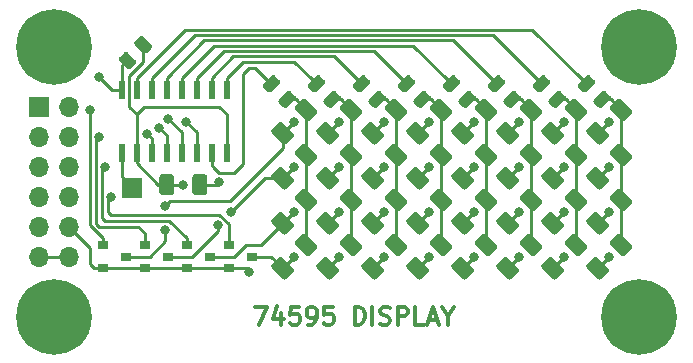
<source format=gbr>
G04 #@! TF.GenerationSoftware,KiCad,Pcbnew,5.0.2-bee76a0~70~ubuntu18.04.1*
G04 #@! TF.CreationDate,2019-08-18T09:54:40+02:00*
G04 #@! TF.ProjectId,595display,35393564-6973-4706-9c61-792e6b696361,rev?*
G04 #@! TF.SameCoordinates,PX5e78920PY37b6b20*
G04 #@! TF.FileFunction,Copper,L1,Top*
G04 #@! TF.FilePolarity,Positive*
%FSLAX46Y46*%
G04 Gerber Fmt 4.6, Leading zero omitted, Abs format (unit mm)*
G04 Created by KiCad (PCBNEW 5.0.2-bee76a0~70~ubuntu18.04.1) date zo 18 aug 2019 09:54:40 CEST*
%MOMM*%
%LPD*%
G01*
G04 APERTURE LIST*
G04 #@! TA.AperFunction,NonConductor*
%ADD10C,0.300000*%
G04 #@! TD*
G04 #@! TA.AperFunction,Conductor*
%ADD11C,0.100000*%
G04 #@! TD*
G04 #@! TA.AperFunction,SMDPad,CuDef*
%ADD12C,0.975000*%
G04 #@! TD*
G04 #@! TA.AperFunction,SMDPad,CuDef*
%ADD13C,1.250000*%
G04 #@! TD*
G04 #@! TA.AperFunction,ComponentPad*
%ADD14R,1.700000X1.700000*%
G04 #@! TD*
G04 #@! TA.AperFunction,ComponentPad*
%ADD15O,1.700000X1.700000*%
G04 #@! TD*
G04 #@! TA.AperFunction,SMDPad,CuDef*
%ADD16R,0.900000X0.800000*%
G04 #@! TD*
G04 #@! TA.AperFunction,SMDPad,CuDef*
%ADD17R,0.600000X1.500000*%
G04 #@! TD*
G04 #@! TA.AperFunction,ComponentPad*
%ADD18C,0.800000*%
G04 #@! TD*
G04 #@! TA.AperFunction,ComponentPad*
%ADD19C,6.400000*%
G04 #@! TD*
G04 #@! TA.AperFunction,ViaPad*
%ADD20C,0.800000*%
G04 #@! TD*
G04 #@! TA.AperFunction,Conductor*
%ADD21C,0.250000*%
G04 #@! TD*
G04 APERTURE END LIST*
D10*
X20817142Y4631429D02*
X21817142Y4631429D01*
X21174285Y3131429D01*
X23031428Y4131429D02*
X23031428Y3131429D01*
X22674285Y4702858D02*
X22317142Y3631429D01*
X23245714Y3631429D01*
X24531428Y4631429D02*
X23817142Y4631429D01*
X23745714Y3917143D01*
X23817142Y3988572D01*
X23959999Y4060000D01*
X24317142Y4060000D01*
X24459999Y3988572D01*
X24531428Y3917143D01*
X24602857Y3774286D01*
X24602857Y3417143D01*
X24531428Y3274286D01*
X24459999Y3202858D01*
X24317142Y3131429D01*
X23959999Y3131429D01*
X23817142Y3202858D01*
X23745714Y3274286D01*
X25317142Y3131429D02*
X25602857Y3131429D01*
X25745714Y3202858D01*
X25817142Y3274286D01*
X25959999Y3488572D01*
X26031428Y3774286D01*
X26031428Y4345715D01*
X25959999Y4488572D01*
X25888571Y4560000D01*
X25745714Y4631429D01*
X25459999Y4631429D01*
X25317142Y4560000D01*
X25245714Y4488572D01*
X25174285Y4345715D01*
X25174285Y3988572D01*
X25245714Y3845715D01*
X25317142Y3774286D01*
X25459999Y3702858D01*
X25745714Y3702858D01*
X25888571Y3774286D01*
X25959999Y3845715D01*
X26031428Y3988572D01*
X27388571Y4631429D02*
X26674285Y4631429D01*
X26602857Y3917143D01*
X26674285Y3988572D01*
X26817142Y4060000D01*
X27174285Y4060000D01*
X27317142Y3988572D01*
X27388571Y3917143D01*
X27459999Y3774286D01*
X27459999Y3417143D01*
X27388571Y3274286D01*
X27317142Y3202858D01*
X27174285Y3131429D01*
X26817142Y3131429D01*
X26674285Y3202858D01*
X26602857Y3274286D01*
X29245714Y3131429D02*
X29245714Y4631429D01*
X29602857Y4631429D01*
X29817142Y4560000D01*
X29959999Y4417143D01*
X30031428Y4274286D01*
X30102857Y3988572D01*
X30102857Y3774286D01*
X30031428Y3488572D01*
X29959999Y3345715D01*
X29817142Y3202858D01*
X29602857Y3131429D01*
X29245714Y3131429D01*
X30745714Y3131429D02*
X30745714Y4631429D01*
X31388571Y3202858D02*
X31602857Y3131429D01*
X31959999Y3131429D01*
X32102857Y3202858D01*
X32174285Y3274286D01*
X32245714Y3417143D01*
X32245714Y3560000D01*
X32174285Y3702858D01*
X32102857Y3774286D01*
X31959999Y3845715D01*
X31674285Y3917143D01*
X31531428Y3988572D01*
X31459999Y4060000D01*
X31388571Y4202858D01*
X31388571Y4345715D01*
X31459999Y4488572D01*
X31531428Y4560000D01*
X31674285Y4631429D01*
X32031428Y4631429D01*
X32245714Y4560000D01*
X32888571Y3131429D02*
X32888571Y4631429D01*
X33459999Y4631429D01*
X33602857Y4560000D01*
X33674285Y4488572D01*
X33745714Y4345715D01*
X33745714Y4131429D01*
X33674285Y3988572D01*
X33602857Y3917143D01*
X33459999Y3845715D01*
X32888571Y3845715D01*
X35102857Y3131429D02*
X34388571Y3131429D01*
X34388571Y4631429D01*
X35531428Y3560000D02*
X36245714Y3560000D01*
X35388571Y3131429D02*
X35888571Y4631429D01*
X36388571Y3131429D01*
X37174285Y3845715D02*
X37174285Y3131429D01*
X36674285Y4631429D02*
X37174285Y3845715D01*
X37674285Y4631429D01*
D11*
G04 #@! TO.N,VCC*
G04 #@! TO.C,C1*
G36*
X11204545Y27562464D02*
X11228206Y27558954D01*
X11251410Y27553142D01*
X11273932Y27545084D01*
X11295556Y27534856D01*
X11316073Y27522559D01*
X11335286Y27508309D01*
X11353010Y27492245D01*
X11998245Y26847010D01*
X12014309Y26829286D01*
X12028559Y26810073D01*
X12040856Y26789556D01*
X12051084Y26767932D01*
X12059142Y26745410D01*
X12064954Y26722206D01*
X12068464Y26698545D01*
X12069638Y26674653D01*
X12068464Y26650761D01*
X12064954Y26627100D01*
X12059142Y26603896D01*
X12051084Y26581374D01*
X12040856Y26559750D01*
X12028559Y26539233D01*
X12014309Y26520020D01*
X11998245Y26502296D01*
X11653530Y26157581D01*
X11635806Y26141517D01*
X11616593Y26127267D01*
X11596076Y26114970D01*
X11574452Y26104742D01*
X11551930Y26096684D01*
X11528726Y26090872D01*
X11505065Y26087362D01*
X11481173Y26086188D01*
X11457281Y26087362D01*
X11433620Y26090872D01*
X11410416Y26096684D01*
X11387894Y26104742D01*
X11366270Y26114970D01*
X11345753Y26127267D01*
X11326540Y26141517D01*
X11308816Y26157581D01*
X10663581Y26802816D01*
X10647517Y26820540D01*
X10633267Y26839753D01*
X10620970Y26860270D01*
X10610742Y26881894D01*
X10602684Y26904416D01*
X10596872Y26927620D01*
X10593362Y26951281D01*
X10592188Y26975173D01*
X10593362Y26999065D01*
X10596872Y27022726D01*
X10602684Y27045930D01*
X10610742Y27068452D01*
X10620970Y27090076D01*
X10633267Y27110593D01*
X10647517Y27129806D01*
X10663581Y27147530D01*
X11008296Y27492245D01*
X11026020Y27508309D01*
X11045233Y27522559D01*
X11065750Y27534856D01*
X11087374Y27545084D01*
X11109896Y27553142D01*
X11133100Y27558954D01*
X11156761Y27562464D01*
X11180653Y27563638D01*
X11204545Y27562464D01*
X11204545Y27562464D01*
G37*
D12*
G04 #@! TD*
G04 #@! TO.P,C1,1*
G04 #@! TO.N,VCC*
X11330913Y26824913D03*
D11*
G04 #@! TO.N,GND*
G04 #@! TO.C,C1*
G36*
X9878719Y26236638D02*
X9902380Y26233128D01*
X9925584Y26227316D01*
X9948106Y26219258D01*
X9969730Y26209030D01*
X9990247Y26196733D01*
X10009460Y26182483D01*
X10027184Y26166419D01*
X10672419Y25521184D01*
X10688483Y25503460D01*
X10702733Y25484247D01*
X10715030Y25463730D01*
X10725258Y25442106D01*
X10733316Y25419584D01*
X10739128Y25396380D01*
X10742638Y25372719D01*
X10743812Y25348827D01*
X10742638Y25324935D01*
X10739128Y25301274D01*
X10733316Y25278070D01*
X10725258Y25255548D01*
X10715030Y25233924D01*
X10702733Y25213407D01*
X10688483Y25194194D01*
X10672419Y25176470D01*
X10327704Y24831755D01*
X10309980Y24815691D01*
X10290767Y24801441D01*
X10270250Y24789144D01*
X10248626Y24778916D01*
X10226104Y24770858D01*
X10202900Y24765046D01*
X10179239Y24761536D01*
X10155347Y24760362D01*
X10131455Y24761536D01*
X10107794Y24765046D01*
X10084590Y24770858D01*
X10062068Y24778916D01*
X10040444Y24789144D01*
X10019927Y24801441D01*
X10000714Y24815691D01*
X9982990Y24831755D01*
X9337755Y25476990D01*
X9321691Y25494714D01*
X9307441Y25513927D01*
X9295144Y25534444D01*
X9284916Y25556068D01*
X9276858Y25578590D01*
X9271046Y25601794D01*
X9267536Y25625455D01*
X9266362Y25649347D01*
X9267536Y25673239D01*
X9271046Y25696900D01*
X9276858Y25720104D01*
X9284916Y25742626D01*
X9295144Y25764250D01*
X9307441Y25784767D01*
X9321691Y25803980D01*
X9337755Y25821704D01*
X9682470Y26166419D01*
X9700194Y26182483D01*
X9719407Y26196733D01*
X9739924Y26209030D01*
X9761548Y26219258D01*
X9784070Y26227316D01*
X9807274Y26233128D01*
X9830935Y26236638D01*
X9854827Y26237812D01*
X9878719Y26236638D01*
X9878719Y26236638D01*
G37*
D12*
G04 #@! TD*
G04 #@! TO.P,C1,2*
G04 #@! TO.N,GND*
X10005087Y25499087D03*
D11*
G04 #@! TO.N,Net-(D1-Pad1)*
G04 #@! TO.C,D1*
G36*
X22987778Y20285954D02*
X23012047Y20282354D01*
X23035845Y20276393D01*
X23058945Y20268128D01*
X23081123Y20257638D01*
X23102167Y20245025D01*
X23121872Y20230411D01*
X23140051Y20213935D01*
X24023935Y19330051D01*
X24040411Y19311872D01*
X24055025Y19292167D01*
X24067638Y19271123D01*
X24078128Y19248945D01*
X24086393Y19225845D01*
X24092354Y19202047D01*
X24095954Y19177778D01*
X24097158Y19153274D01*
X24095954Y19128770D01*
X24092354Y19104501D01*
X24086393Y19080703D01*
X24078128Y19057603D01*
X24067638Y19035425D01*
X24055025Y19014381D01*
X24040411Y18994676D01*
X24023935Y18976497D01*
X23493605Y18446167D01*
X23475426Y18429691D01*
X23455721Y18415077D01*
X23434677Y18402464D01*
X23412499Y18391974D01*
X23389399Y18383709D01*
X23365601Y18377748D01*
X23341332Y18374148D01*
X23316828Y18372944D01*
X23292324Y18374148D01*
X23268055Y18377748D01*
X23244257Y18383709D01*
X23221157Y18391974D01*
X23198979Y18402464D01*
X23177935Y18415077D01*
X23158230Y18429691D01*
X23140051Y18446167D01*
X22256167Y19330051D01*
X22239691Y19348230D01*
X22225077Y19367935D01*
X22212464Y19388979D01*
X22201974Y19411157D01*
X22193709Y19434257D01*
X22187748Y19458055D01*
X22184148Y19482324D01*
X22182944Y19506828D01*
X22184148Y19531332D01*
X22187748Y19555601D01*
X22193709Y19579399D01*
X22201974Y19602499D01*
X22212464Y19624677D01*
X22225077Y19645721D01*
X22239691Y19665426D01*
X22256167Y19683605D01*
X22786497Y20213935D01*
X22804676Y20230411D01*
X22824381Y20245025D01*
X22845425Y20257638D01*
X22867603Y20268128D01*
X22890703Y20276393D01*
X22914501Y20282354D01*
X22938770Y20285954D01*
X22963274Y20287158D01*
X22987778Y20285954D01*
X22987778Y20285954D01*
G37*
D13*
G04 #@! TD*
G04 #@! TO.P,D1,1*
G04 #@! TO.N,Net-(D1-Pad1)*
X23140051Y19330051D03*
D11*
G04 #@! TO.N,Net-(D1-Pad2)*
G04 #@! TO.C,D1*
G36*
X24967676Y22265852D02*
X24991945Y22262252D01*
X25015743Y22256291D01*
X25038843Y22248026D01*
X25061021Y22237536D01*
X25082065Y22224923D01*
X25101770Y22210309D01*
X25119949Y22193833D01*
X26003833Y21309949D01*
X26020309Y21291770D01*
X26034923Y21272065D01*
X26047536Y21251021D01*
X26058026Y21228843D01*
X26066291Y21205743D01*
X26072252Y21181945D01*
X26075852Y21157676D01*
X26077056Y21133172D01*
X26075852Y21108668D01*
X26072252Y21084399D01*
X26066291Y21060601D01*
X26058026Y21037501D01*
X26047536Y21015323D01*
X26034923Y20994279D01*
X26020309Y20974574D01*
X26003833Y20956395D01*
X25473503Y20426065D01*
X25455324Y20409589D01*
X25435619Y20394975D01*
X25414575Y20382362D01*
X25392397Y20371872D01*
X25369297Y20363607D01*
X25345499Y20357646D01*
X25321230Y20354046D01*
X25296726Y20352842D01*
X25272222Y20354046D01*
X25247953Y20357646D01*
X25224155Y20363607D01*
X25201055Y20371872D01*
X25178877Y20382362D01*
X25157833Y20394975D01*
X25138128Y20409589D01*
X25119949Y20426065D01*
X24236065Y21309949D01*
X24219589Y21328128D01*
X24204975Y21347833D01*
X24192362Y21368877D01*
X24181872Y21391055D01*
X24173607Y21414155D01*
X24167646Y21437953D01*
X24164046Y21462222D01*
X24162842Y21486726D01*
X24164046Y21511230D01*
X24167646Y21535499D01*
X24173607Y21559297D01*
X24181872Y21582397D01*
X24192362Y21604575D01*
X24204975Y21625619D01*
X24219589Y21645324D01*
X24236065Y21663503D01*
X24766395Y22193833D01*
X24784574Y22210309D01*
X24804279Y22224923D01*
X24825323Y22237536D01*
X24847501Y22248026D01*
X24870601Y22256291D01*
X24894399Y22262252D01*
X24918668Y22265852D01*
X24943172Y22267056D01*
X24967676Y22265852D01*
X24967676Y22265852D01*
G37*
D13*
G04 #@! TD*
G04 #@! TO.P,D1,2*
G04 #@! TO.N,Net-(D1-Pad2)*
X25119949Y21309949D03*
D11*
G04 #@! TO.N,Net-(D10-Pad1)*
G04 #@! TO.C,D2*
G36*
X22987778Y16475954D02*
X23012047Y16472354D01*
X23035845Y16466393D01*
X23058945Y16458128D01*
X23081123Y16447638D01*
X23102167Y16435025D01*
X23121872Y16420411D01*
X23140051Y16403935D01*
X24023935Y15520051D01*
X24040411Y15501872D01*
X24055025Y15482167D01*
X24067638Y15461123D01*
X24078128Y15438945D01*
X24086393Y15415845D01*
X24092354Y15392047D01*
X24095954Y15367778D01*
X24097158Y15343274D01*
X24095954Y15318770D01*
X24092354Y15294501D01*
X24086393Y15270703D01*
X24078128Y15247603D01*
X24067638Y15225425D01*
X24055025Y15204381D01*
X24040411Y15184676D01*
X24023935Y15166497D01*
X23493605Y14636167D01*
X23475426Y14619691D01*
X23455721Y14605077D01*
X23434677Y14592464D01*
X23412499Y14581974D01*
X23389399Y14573709D01*
X23365601Y14567748D01*
X23341332Y14564148D01*
X23316828Y14562944D01*
X23292324Y14564148D01*
X23268055Y14567748D01*
X23244257Y14573709D01*
X23221157Y14581974D01*
X23198979Y14592464D01*
X23177935Y14605077D01*
X23158230Y14619691D01*
X23140051Y14636167D01*
X22256167Y15520051D01*
X22239691Y15538230D01*
X22225077Y15557935D01*
X22212464Y15578979D01*
X22201974Y15601157D01*
X22193709Y15624257D01*
X22187748Y15648055D01*
X22184148Y15672324D01*
X22182944Y15696828D01*
X22184148Y15721332D01*
X22187748Y15745601D01*
X22193709Y15769399D01*
X22201974Y15792499D01*
X22212464Y15814677D01*
X22225077Y15835721D01*
X22239691Y15855426D01*
X22256167Y15873605D01*
X22786497Y16403935D01*
X22804676Y16420411D01*
X22824381Y16435025D01*
X22845425Y16447638D01*
X22867603Y16458128D01*
X22890703Y16466393D01*
X22914501Y16472354D01*
X22938770Y16475954D01*
X22963274Y16477158D01*
X22987778Y16475954D01*
X22987778Y16475954D01*
G37*
D13*
G04 #@! TD*
G04 #@! TO.P,D2,1*
G04 #@! TO.N,Net-(D10-Pad1)*
X23140051Y15520051D03*
D11*
G04 #@! TO.N,Net-(D1-Pad2)*
G04 #@! TO.C,D2*
G36*
X24967676Y18455852D02*
X24991945Y18452252D01*
X25015743Y18446291D01*
X25038843Y18438026D01*
X25061021Y18427536D01*
X25082065Y18414923D01*
X25101770Y18400309D01*
X25119949Y18383833D01*
X26003833Y17499949D01*
X26020309Y17481770D01*
X26034923Y17462065D01*
X26047536Y17441021D01*
X26058026Y17418843D01*
X26066291Y17395743D01*
X26072252Y17371945D01*
X26075852Y17347676D01*
X26077056Y17323172D01*
X26075852Y17298668D01*
X26072252Y17274399D01*
X26066291Y17250601D01*
X26058026Y17227501D01*
X26047536Y17205323D01*
X26034923Y17184279D01*
X26020309Y17164574D01*
X26003833Y17146395D01*
X25473503Y16616065D01*
X25455324Y16599589D01*
X25435619Y16584975D01*
X25414575Y16572362D01*
X25392397Y16561872D01*
X25369297Y16553607D01*
X25345499Y16547646D01*
X25321230Y16544046D01*
X25296726Y16542842D01*
X25272222Y16544046D01*
X25247953Y16547646D01*
X25224155Y16553607D01*
X25201055Y16561872D01*
X25178877Y16572362D01*
X25157833Y16584975D01*
X25138128Y16599589D01*
X25119949Y16616065D01*
X24236065Y17499949D01*
X24219589Y17518128D01*
X24204975Y17537833D01*
X24192362Y17558877D01*
X24181872Y17581055D01*
X24173607Y17604155D01*
X24167646Y17627953D01*
X24164046Y17652222D01*
X24162842Y17676726D01*
X24164046Y17701230D01*
X24167646Y17725499D01*
X24173607Y17749297D01*
X24181872Y17772397D01*
X24192362Y17794575D01*
X24204975Y17815619D01*
X24219589Y17835324D01*
X24236065Y17853503D01*
X24766395Y18383833D01*
X24784574Y18400309D01*
X24804279Y18414923D01*
X24825323Y18427536D01*
X24847501Y18438026D01*
X24870601Y18446291D01*
X24894399Y18452252D01*
X24918668Y18455852D01*
X24943172Y18457056D01*
X24967676Y18455852D01*
X24967676Y18455852D01*
G37*
D13*
G04 #@! TD*
G04 #@! TO.P,D2,2*
G04 #@! TO.N,Net-(D1-Pad2)*
X25119949Y17499949D03*
D11*
G04 #@! TO.N,Net-(D11-Pad1)*
G04 #@! TO.C,D3*
G36*
X22987778Y12665954D02*
X23012047Y12662354D01*
X23035845Y12656393D01*
X23058945Y12648128D01*
X23081123Y12637638D01*
X23102167Y12625025D01*
X23121872Y12610411D01*
X23140051Y12593935D01*
X24023935Y11710051D01*
X24040411Y11691872D01*
X24055025Y11672167D01*
X24067638Y11651123D01*
X24078128Y11628945D01*
X24086393Y11605845D01*
X24092354Y11582047D01*
X24095954Y11557778D01*
X24097158Y11533274D01*
X24095954Y11508770D01*
X24092354Y11484501D01*
X24086393Y11460703D01*
X24078128Y11437603D01*
X24067638Y11415425D01*
X24055025Y11394381D01*
X24040411Y11374676D01*
X24023935Y11356497D01*
X23493605Y10826167D01*
X23475426Y10809691D01*
X23455721Y10795077D01*
X23434677Y10782464D01*
X23412499Y10771974D01*
X23389399Y10763709D01*
X23365601Y10757748D01*
X23341332Y10754148D01*
X23316828Y10752944D01*
X23292324Y10754148D01*
X23268055Y10757748D01*
X23244257Y10763709D01*
X23221157Y10771974D01*
X23198979Y10782464D01*
X23177935Y10795077D01*
X23158230Y10809691D01*
X23140051Y10826167D01*
X22256167Y11710051D01*
X22239691Y11728230D01*
X22225077Y11747935D01*
X22212464Y11768979D01*
X22201974Y11791157D01*
X22193709Y11814257D01*
X22187748Y11838055D01*
X22184148Y11862324D01*
X22182944Y11886828D01*
X22184148Y11911332D01*
X22187748Y11935601D01*
X22193709Y11959399D01*
X22201974Y11982499D01*
X22212464Y12004677D01*
X22225077Y12025721D01*
X22239691Y12045426D01*
X22256167Y12063605D01*
X22786497Y12593935D01*
X22804676Y12610411D01*
X22824381Y12625025D01*
X22845425Y12637638D01*
X22867603Y12648128D01*
X22890703Y12656393D01*
X22914501Y12662354D01*
X22938770Y12665954D01*
X22963274Y12667158D01*
X22987778Y12665954D01*
X22987778Y12665954D01*
G37*
D13*
G04 #@! TD*
G04 #@! TO.P,D3,1*
G04 #@! TO.N,Net-(D11-Pad1)*
X23140051Y11710051D03*
D11*
G04 #@! TO.N,Net-(D1-Pad2)*
G04 #@! TO.C,D3*
G36*
X24967676Y14645852D02*
X24991945Y14642252D01*
X25015743Y14636291D01*
X25038843Y14628026D01*
X25061021Y14617536D01*
X25082065Y14604923D01*
X25101770Y14590309D01*
X25119949Y14573833D01*
X26003833Y13689949D01*
X26020309Y13671770D01*
X26034923Y13652065D01*
X26047536Y13631021D01*
X26058026Y13608843D01*
X26066291Y13585743D01*
X26072252Y13561945D01*
X26075852Y13537676D01*
X26077056Y13513172D01*
X26075852Y13488668D01*
X26072252Y13464399D01*
X26066291Y13440601D01*
X26058026Y13417501D01*
X26047536Y13395323D01*
X26034923Y13374279D01*
X26020309Y13354574D01*
X26003833Y13336395D01*
X25473503Y12806065D01*
X25455324Y12789589D01*
X25435619Y12774975D01*
X25414575Y12762362D01*
X25392397Y12751872D01*
X25369297Y12743607D01*
X25345499Y12737646D01*
X25321230Y12734046D01*
X25296726Y12732842D01*
X25272222Y12734046D01*
X25247953Y12737646D01*
X25224155Y12743607D01*
X25201055Y12751872D01*
X25178877Y12762362D01*
X25157833Y12774975D01*
X25138128Y12789589D01*
X25119949Y12806065D01*
X24236065Y13689949D01*
X24219589Y13708128D01*
X24204975Y13727833D01*
X24192362Y13748877D01*
X24181872Y13771055D01*
X24173607Y13794155D01*
X24167646Y13817953D01*
X24164046Y13842222D01*
X24162842Y13866726D01*
X24164046Y13891230D01*
X24167646Y13915499D01*
X24173607Y13939297D01*
X24181872Y13962397D01*
X24192362Y13984575D01*
X24204975Y14005619D01*
X24219589Y14025324D01*
X24236065Y14043503D01*
X24766395Y14573833D01*
X24784574Y14590309D01*
X24804279Y14604923D01*
X24825323Y14617536D01*
X24847501Y14628026D01*
X24870601Y14636291D01*
X24894399Y14642252D01*
X24918668Y14645852D01*
X24943172Y14647056D01*
X24967676Y14645852D01*
X24967676Y14645852D01*
G37*
D13*
G04 #@! TD*
G04 #@! TO.P,D3,2*
G04 #@! TO.N,Net-(D1-Pad2)*
X25119949Y13689949D03*
D11*
G04 #@! TO.N,Net-(D12-Pad1)*
G04 #@! TO.C,D4*
G36*
X22987778Y8855954D02*
X23012047Y8852354D01*
X23035845Y8846393D01*
X23058945Y8838128D01*
X23081123Y8827638D01*
X23102167Y8815025D01*
X23121872Y8800411D01*
X23140051Y8783935D01*
X24023935Y7900051D01*
X24040411Y7881872D01*
X24055025Y7862167D01*
X24067638Y7841123D01*
X24078128Y7818945D01*
X24086393Y7795845D01*
X24092354Y7772047D01*
X24095954Y7747778D01*
X24097158Y7723274D01*
X24095954Y7698770D01*
X24092354Y7674501D01*
X24086393Y7650703D01*
X24078128Y7627603D01*
X24067638Y7605425D01*
X24055025Y7584381D01*
X24040411Y7564676D01*
X24023935Y7546497D01*
X23493605Y7016167D01*
X23475426Y6999691D01*
X23455721Y6985077D01*
X23434677Y6972464D01*
X23412499Y6961974D01*
X23389399Y6953709D01*
X23365601Y6947748D01*
X23341332Y6944148D01*
X23316828Y6942944D01*
X23292324Y6944148D01*
X23268055Y6947748D01*
X23244257Y6953709D01*
X23221157Y6961974D01*
X23198979Y6972464D01*
X23177935Y6985077D01*
X23158230Y6999691D01*
X23140051Y7016167D01*
X22256167Y7900051D01*
X22239691Y7918230D01*
X22225077Y7937935D01*
X22212464Y7958979D01*
X22201974Y7981157D01*
X22193709Y8004257D01*
X22187748Y8028055D01*
X22184148Y8052324D01*
X22182944Y8076828D01*
X22184148Y8101332D01*
X22187748Y8125601D01*
X22193709Y8149399D01*
X22201974Y8172499D01*
X22212464Y8194677D01*
X22225077Y8215721D01*
X22239691Y8235426D01*
X22256167Y8253605D01*
X22786497Y8783935D01*
X22804676Y8800411D01*
X22824381Y8815025D01*
X22845425Y8827638D01*
X22867603Y8838128D01*
X22890703Y8846393D01*
X22914501Y8852354D01*
X22938770Y8855954D01*
X22963274Y8857158D01*
X22987778Y8855954D01*
X22987778Y8855954D01*
G37*
D13*
G04 #@! TD*
G04 #@! TO.P,D4,1*
G04 #@! TO.N,Net-(D12-Pad1)*
X23140051Y7900051D03*
D11*
G04 #@! TO.N,Net-(D1-Pad2)*
G04 #@! TO.C,D4*
G36*
X24967676Y10835852D02*
X24991945Y10832252D01*
X25015743Y10826291D01*
X25038843Y10818026D01*
X25061021Y10807536D01*
X25082065Y10794923D01*
X25101770Y10780309D01*
X25119949Y10763833D01*
X26003833Y9879949D01*
X26020309Y9861770D01*
X26034923Y9842065D01*
X26047536Y9821021D01*
X26058026Y9798843D01*
X26066291Y9775743D01*
X26072252Y9751945D01*
X26075852Y9727676D01*
X26077056Y9703172D01*
X26075852Y9678668D01*
X26072252Y9654399D01*
X26066291Y9630601D01*
X26058026Y9607501D01*
X26047536Y9585323D01*
X26034923Y9564279D01*
X26020309Y9544574D01*
X26003833Y9526395D01*
X25473503Y8996065D01*
X25455324Y8979589D01*
X25435619Y8964975D01*
X25414575Y8952362D01*
X25392397Y8941872D01*
X25369297Y8933607D01*
X25345499Y8927646D01*
X25321230Y8924046D01*
X25296726Y8922842D01*
X25272222Y8924046D01*
X25247953Y8927646D01*
X25224155Y8933607D01*
X25201055Y8941872D01*
X25178877Y8952362D01*
X25157833Y8964975D01*
X25138128Y8979589D01*
X25119949Y8996065D01*
X24236065Y9879949D01*
X24219589Y9898128D01*
X24204975Y9917833D01*
X24192362Y9938877D01*
X24181872Y9961055D01*
X24173607Y9984155D01*
X24167646Y10007953D01*
X24164046Y10032222D01*
X24162842Y10056726D01*
X24164046Y10081230D01*
X24167646Y10105499D01*
X24173607Y10129297D01*
X24181872Y10152397D01*
X24192362Y10174575D01*
X24204975Y10195619D01*
X24219589Y10215324D01*
X24236065Y10233503D01*
X24766395Y10763833D01*
X24784574Y10780309D01*
X24804279Y10794923D01*
X24825323Y10807536D01*
X24847501Y10818026D01*
X24870601Y10826291D01*
X24894399Y10832252D01*
X24918668Y10835852D01*
X24943172Y10837056D01*
X24967676Y10835852D01*
X24967676Y10835852D01*
G37*
D13*
G04 #@! TD*
G04 #@! TO.P,D4,2*
G04 #@! TO.N,Net-(D1-Pad2)*
X25119949Y9879949D03*
D11*
G04 #@! TO.N,Net-(D5-Pad2)*
G04 #@! TO.C,D5*
G36*
X28777676Y22265852D02*
X28801945Y22262252D01*
X28825743Y22256291D01*
X28848843Y22248026D01*
X28871021Y22237536D01*
X28892065Y22224923D01*
X28911770Y22210309D01*
X28929949Y22193833D01*
X29813833Y21309949D01*
X29830309Y21291770D01*
X29844923Y21272065D01*
X29857536Y21251021D01*
X29868026Y21228843D01*
X29876291Y21205743D01*
X29882252Y21181945D01*
X29885852Y21157676D01*
X29887056Y21133172D01*
X29885852Y21108668D01*
X29882252Y21084399D01*
X29876291Y21060601D01*
X29868026Y21037501D01*
X29857536Y21015323D01*
X29844923Y20994279D01*
X29830309Y20974574D01*
X29813833Y20956395D01*
X29283503Y20426065D01*
X29265324Y20409589D01*
X29245619Y20394975D01*
X29224575Y20382362D01*
X29202397Y20371872D01*
X29179297Y20363607D01*
X29155499Y20357646D01*
X29131230Y20354046D01*
X29106726Y20352842D01*
X29082222Y20354046D01*
X29057953Y20357646D01*
X29034155Y20363607D01*
X29011055Y20371872D01*
X28988877Y20382362D01*
X28967833Y20394975D01*
X28948128Y20409589D01*
X28929949Y20426065D01*
X28046065Y21309949D01*
X28029589Y21328128D01*
X28014975Y21347833D01*
X28002362Y21368877D01*
X27991872Y21391055D01*
X27983607Y21414155D01*
X27977646Y21437953D01*
X27974046Y21462222D01*
X27972842Y21486726D01*
X27974046Y21511230D01*
X27977646Y21535499D01*
X27983607Y21559297D01*
X27991872Y21582397D01*
X28002362Y21604575D01*
X28014975Y21625619D01*
X28029589Y21645324D01*
X28046065Y21663503D01*
X28576395Y22193833D01*
X28594574Y22210309D01*
X28614279Y22224923D01*
X28635323Y22237536D01*
X28657501Y22248026D01*
X28680601Y22256291D01*
X28704399Y22262252D01*
X28728668Y22265852D01*
X28753172Y22267056D01*
X28777676Y22265852D01*
X28777676Y22265852D01*
G37*
D13*
G04 #@! TD*
G04 #@! TO.P,D5,2*
G04 #@! TO.N,Net-(D5-Pad2)*
X28929949Y21309949D03*
D11*
G04 #@! TO.N,Net-(D1-Pad1)*
G04 #@! TO.C,D5*
G36*
X26797778Y20285954D02*
X26822047Y20282354D01*
X26845845Y20276393D01*
X26868945Y20268128D01*
X26891123Y20257638D01*
X26912167Y20245025D01*
X26931872Y20230411D01*
X26950051Y20213935D01*
X27833935Y19330051D01*
X27850411Y19311872D01*
X27865025Y19292167D01*
X27877638Y19271123D01*
X27888128Y19248945D01*
X27896393Y19225845D01*
X27902354Y19202047D01*
X27905954Y19177778D01*
X27907158Y19153274D01*
X27905954Y19128770D01*
X27902354Y19104501D01*
X27896393Y19080703D01*
X27888128Y19057603D01*
X27877638Y19035425D01*
X27865025Y19014381D01*
X27850411Y18994676D01*
X27833935Y18976497D01*
X27303605Y18446167D01*
X27285426Y18429691D01*
X27265721Y18415077D01*
X27244677Y18402464D01*
X27222499Y18391974D01*
X27199399Y18383709D01*
X27175601Y18377748D01*
X27151332Y18374148D01*
X27126828Y18372944D01*
X27102324Y18374148D01*
X27078055Y18377748D01*
X27054257Y18383709D01*
X27031157Y18391974D01*
X27008979Y18402464D01*
X26987935Y18415077D01*
X26968230Y18429691D01*
X26950051Y18446167D01*
X26066167Y19330051D01*
X26049691Y19348230D01*
X26035077Y19367935D01*
X26022464Y19388979D01*
X26011974Y19411157D01*
X26003709Y19434257D01*
X25997748Y19458055D01*
X25994148Y19482324D01*
X25992944Y19506828D01*
X25994148Y19531332D01*
X25997748Y19555601D01*
X26003709Y19579399D01*
X26011974Y19602499D01*
X26022464Y19624677D01*
X26035077Y19645721D01*
X26049691Y19665426D01*
X26066167Y19683605D01*
X26596497Y20213935D01*
X26614676Y20230411D01*
X26634381Y20245025D01*
X26655425Y20257638D01*
X26677603Y20268128D01*
X26700703Y20276393D01*
X26724501Y20282354D01*
X26748770Y20285954D01*
X26773274Y20287158D01*
X26797778Y20285954D01*
X26797778Y20285954D01*
G37*
D13*
G04 #@! TD*
G04 #@! TO.P,D5,1*
G04 #@! TO.N,Net-(D1-Pad1)*
X26950051Y19330051D03*
D11*
G04 #@! TO.N,Net-(D5-Pad2)*
G04 #@! TO.C,D6*
G36*
X28777676Y18455852D02*
X28801945Y18452252D01*
X28825743Y18446291D01*
X28848843Y18438026D01*
X28871021Y18427536D01*
X28892065Y18414923D01*
X28911770Y18400309D01*
X28929949Y18383833D01*
X29813833Y17499949D01*
X29830309Y17481770D01*
X29844923Y17462065D01*
X29857536Y17441021D01*
X29868026Y17418843D01*
X29876291Y17395743D01*
X29882252Y17371945D01*
X29885852Y17347676D01*
X29887056Y17323172D01*
X29885852Y17298668D01*
X29882252Y17274399D01*
X29876291Y17250601D01*
X29868026Y17227501D01*
X29857536Y17205323D01*
X29844923Y17184279D01*
X29830309Y17164574D01*
X29813833Y17146395D01*
X29283503Y16616065D01*
X29265324Y16599589D01*
X29245619Y16584975D01*
X29224575Y16572362D01*
X29202397Y16561872D01*
X29179297Y16553607D01*
X29155499Y16547646D01*
X29131230Y16544046D01*
X29106726Y16542842D01*
X29082222Y16544046D01*
X29057953Y16547646D01*
X29034155Y16553607D01*
X29011055Y16561872D01*
X28988877Y16572362D01*
X28967833Y16584975D01*
X28948128Y16599589D01*
X28929949Y16616065D01*
X28046065Y17499949D01*
X28029589Y17518128D01*
X28014975Y17537833D01*
X28002362Y17558877D01*
X27991872Y17581055D01*
X27983607Y17604155D01*
X27977646Y17627953D01*
X27974046Y17652222D01*
X27972842Y17676726D01*
X27974046Y17701230D01*
X27977646Y17725499D01*
X27983607Y17749297D01*
X27991872Y17772397D01*
X28002362Y17794575D01*
X28014975Y17815619D01*
X28029589Y17835324D01*
X28046065Y17853503D01*
X28576395Y18383833D01*
X28594574Y18400309D01*
X28614279Y18414923D01*
X28635323Y18427536D01*
X28657501Y18438026D01*
X28680601Y18446291D01*
X28704399Y18452252D01*
X28728668Y18455852D01*
X28753172Y18457056D01*
X28777676Y18455852D01*
X28777676Y18455852D01*
G37*
D13*
G04 #@! TD*
G04 #@! TO.P,D6,2*
G04 #@! TO.N,Net-(D5-Pad2)*
X28929949Y17499949D03*
D11*
G04 #@! TO.N,Net-(D10-Pad1)*
G04 #@! TO.C,D6*
G36*
X26797778Y16475954D02*
X26822047Y16472354D01*
X26845845Y16466393D01*
X26868945Y16458128D01*
X26891123Y16447638D01*
X26912167Y16435025D01*
X26931872Y16420411D01*
X26950051Y16403935D01*
X27833935Y15520051D01*
X27850411Y15501872D01*
X27865025Y15482167D01*
X27877638Y15461123D01*
X27888128Y15438945D01*
X27896393Y15415845D01*
X27902354Y15392047D01*
X27905954Y15367778D01*
X27907158Y15343274D01*
X27905954Y15318770D01*
X27902354Y15294501D01*
X27896393Y15270703D01*
X27888128Y15247603D01*
X27877638Y15225425D01*
X27865025Y15204381D01*
X27850411Y15184676D01*
X27833935Y15166497D01*
X27303605Y14636167D01*
X27285426Y14619691D01*
X27265721Y14605077D01*
X27244677Y14592464D01*
X27222499Y14581974D01*
X27199399Y14573709D01*
X27175601Y14567748D01*
X27151332Y14564148D01*
X27126828Y14562944D01*
X27102324Y14564148D01*
X27078055Y14567748D01*
X27054257Y14573709D01*
X27031157Y14581974D01*
X27008979Y14592464D01*
X26987935Y14605077D01*
X26968230Y14619691D01*
X26950051Y14636167D01*
X26066167Y15520051D01*
X26049691Y15538230D01*
X26035077Y15557935D01*
X26022464Y15578979D01*
X26011974Y15601157D01*
X26003709Y15624257D01*
X25997748Y15648055D01*
X25994148Y15672324D01*
X25992944Y15696828D01*
X25994148Y15721332D01*
X25997748Y15745601D01*
X26003709Y15769399D01*
X26011974Y15792499D01*
X26022464Y15814677D01*
X26035077Y15835721D01*
X26049691Y15855426D01*
X26066167Y15873605D01*
X26596497Y16403935D01*
X26614676Y16420411D01*
X26634381Y16435025D01*
X26655425Y16447638D01*
X26677603Y16458128D01*
X26700703Y16466393D01*
X26724501Y16472354D01*
X26748770Y16475954D01*
X26773274Y16477158D01*
X26797778Y16475954D01*
X26797778Y16475954D01*
G37*
D13*
G04 #@! TD*
G04 #@! TO.P,D6,1*
G04 #@! TO.N,Net-(D10-Pad1)*
X26950051Y15520051D03*
D11*
G04 #@! TO.N,Net-(D5-Pad2)*
G04 #@! TO.C,D7*
G36*
X28777676Y14645852D02*
X28801945Y14642252D01*
X28825743Y14636291D01*
X28848843Y14628026D01*
X28871021Y14617536D01*
X28892065Y14604923D01*
X28911770Y14590309D01*
X28929949Y14573833D01*
X29813833Y13689949D01*
X29830309Y13671770D01*
X29844923Y13652065D01*
X29857536Y13631021D01*
X29868026Y13608843D01*
X29876291Y13585743D01*
X29882252Y13561945D01*
X29885852Y13537676D01*
X29887056Y13513172D01*
X29885852Y13488668D01*
X29882252Y13464399D01*
X29876291Y13440601D01*
X29868026Y13417501D01*
X29857536Y13395323D01*
X29844923Y13374279D01*
X29830309Y13354574D01*
X29813833Y13336395D01*
X29283503Y12806065D01*
X29265324Y12789589D01*
X29245619Y12774975D01*
X29224575Y12762362D01*
X29202397Y12751872D01*
X29179297Y12743607D01*
X29155499Y12737646D01*
X29131230Y12734046D01*
X29106726Y12732842D01*
X29082222Y12734046D01*
X29057953Y12737646D01*
X29034155Y12743607D01*
X29011055Y12751872D01*
X28988877Y12762362D01*
X28967833Y12774975D01*
X28948128Y12789589D01*
X28929949Y12806065D01*
X28046065Y13689949D01*
X28029589Y13708128D01*
X28014975Y13727833D01*
X28002362Y13748877D01*
X27991872Y13771055D01*
X27983607Y13794155D01*
X27977646Y13817953D01*
X27974046Y13842222D01*
X27972842Y13866726D01*
X27974046Y13891230D01*
X27977646Y13915499D01*
X27983607Y13939297D01*
X27991872Y13962397D01*
X28002362Y13984575D01*
X28014975Y14005619D01*
X28029589Y14025324D01*
X28046065Y14043503D01*
X28576395Y14573833D01*
X28594574Y14590309D01*
X28614279Y14604923D01*
X28635323Y14617536D01*
X28657501Y14628026D01*
X28680601Y14636291D01*
X28704399Y14642252D01*
X28728668Y14645852D01*
X28753172Y14647056D01*
X28777676Y14645852D01*
X28777676Y14645852D01*
G37*
D13*
G04 #@! TD*
G04 #@! TO.P,D7,2*
G04 #@! TO.N,Net-(D5-Pad2)*
X28929949Y13689949D03*
D11*
G04 #@! TO.N,Net-(D11-Pad1)*
G04 #@! TO.C,D7*
G36*
X26797778Y12665954D02*
X26822047Y12662354D01*
X26845845Y12656393D01*
X26868945Y12648128D01*
X26891123Y12637638D01*
X26912167Y12625025D01*
X26931872Y12610411D01*
X26950051Y12593935D01*
X27833935Y11710051D01*
X27850411Y11691872D01*
X27865025Y11672167D01*
X27877638Y11651123D01*
X27888128Y11628945D01*
X27896393Y11605845D01*
X27902354Y11582047D01*
X27905954Y11557778D01*
X27907158Y11533274D01*
X27905954Y11508770D01*
X27902354Y11484501D01*
X27896393Y11460703D01*
X27888128Y11437603D01*
X27877638Y11415425D01*
X27865025Y11394381D01*
X27850411Y11374676D01*
X27833935Y11356497D01*
X27303605Y10826167D01*
X27285426Y10809691D01*
X27265721Y10795077D01*
X27244677Y10782464D01*
X27222499Y10771974D01*
X27199399Y10763709D01*
X27175601Y10757748D01*
X27151332Y10754148D01*
X27126828Y10752944D01*
X27102324Y10754148D01*
X27078055Y10757748D01*
X27054257Y10763709D01*
X27031157Y10771974D01*
X27008979Y10782464D01*
X26987935Y10795077D01*
X26968230Y10809691D01*
X26950051Y10826167D01*
X26066167Y11710051D01*
X26049691Y11728230D01*
X26035077Y11747935D01*
X26022464Y11768979D01*
X26011974Y11791157D01*
X26003709Y11814257D01*
X25997748Y11838055D01*
X25994148Y11862324D01*
X25992944Y11886828D01*
X25994148Y11911332D01*
X25997748Y11935601D01*
X26003709Y11959399D01*
X26011974Y11982499D01*
X26022464Y12004677D01*
X26035077Y12025721D01*
X26049691Y12045426D01*
X26066167Y12063605D01*
X26596497Y12593935D01*
X26614676Y12610411D01*
X26634381Y12625025D01*
X26655425Y12637638D01*
X26677603Y12648128D01*
X26700703Y12656393D01*
X26724501Y12662354D01*
X26748770Y12665954D01*
X26773274Y12667158D01*
X26797778Y12665954D01*
X26797778Y12665954D01*
G37*
D13*
G04 #@! TD*
G04 #@! TO.P,D7,1*
G04 #@! TO.N,Net-(D11-Pad1)*
X26950051Y11710051D03*
D11*
G04 #@! TO.N,Net-(D5-Pad2)*
G04 #@! TO.C,D8*
G36*
X28777676Y10835852D02*
X28801945Y10832252D01*
X28825743Y10826291D01*
X28848843Y10818026D01*
X28871021Y10807536D01*
X28892065Y10794923D01*
X28911770Y10780309D01*
X28929949Y10763833D01*
X29813833Y9879949D01*
X29830309Y9861770D01*
X29844923Y9842065D01*
X29857536Y9821021D01*
X29868026Y9798843D01*
X29876291Y9775743D01*
X29882252Y9751945D01*
X29885852Y9727676D01*
X29887056Y9703172D01*
X29885852Y9678668D01*
X29882252Y9654399D01*
X29876291Y9630601D01*
X29868026Y9607501D01*
X29857536Y9585323D01*
X29844923Y9564279D01*
X29830309Y9544574D01*
X29813833Y9526395D01*
X29283503Y8996065D01*
X29265324Y8979589D01*
X29245619Y8964975D01*
X29224575Y8952362D01*
X29202397Y8941872D01*
X29179297Y8933607D01*
X29155499Y8927646D01*
X29131230Y8924046D01*
X29106726Y8922842D01*
X29082222Y8924046D01*
X29057953Y8927646D01*
X29034155Y8933607D01*
X29011055Y8941872D01*
X28988877Y8952362D01*
X28967833Y8964975D01*
X28948128Y8979589D01*
X28929949Y8996065D01*
X28046065Y9879949D01*
X28029589Y9898128D01*
X28014975Y9917833D01*
X28002362Y9938877D01*
X27991872Y9961055D01*
X27983607Y9984155D01*
X27977646Y10007953D01*
X27974046Y10032222D01*
X27972842Y10056726D01*
X27974046Y10081230D01*
X27977646Y10105499D01*
X27983607Y10129297D01*
X27991872Y10152397D01*
X28002362Y10174575D01*
X28014975Y10195619D01*
X28029589Y10215324D01*
X28046065Y10233503D01*
X28576395Y10763833D01*
X28594574Y10780309D01*
X28614279Y10794923D01*
X28635323Y10807536D01*
X28657501Y10818026D01*
X28680601Y10826291D01*
X28704399Y10832252D01*
X28728668Y10835852D01*
X28753172Y10837056D01*
X28777676Y10835852D01*
X28777676Y10835852D01*
G37*
D13*
G04 #@! TD*
G04 #@! TO.P,D8,2*
G04 #@! TO.N,Net-(D5-Pad2)*
X28929949Y9879949D03*
D11*
G04 #@! TO.N,Net-(D12-Pad1)*
G04 #@! TO.C,D8*
G36*
X26797778Y8855954D02*
X26822047Y8852354D01*
X26845845Y8846393D01*
X26868945Y8838128D01*
X26891123Y8827638D01*
X26912167Y8815025D01*
X26931872Y8800411D01*
X26950051Y8783935D01*
X27833935Y7900051D01*
X27850411Y7881872D01*
X27865025Y7862167D01*
X27877638Y7841123D01*
X27888128Y7818945D01*
X27896393Y7795845D01*
X27902354Y7772047D01*
X27905954Y7747778D01*
X27907158Y7723274D01*
X27905954Y7698770D01*
X27902354Y7674501D01*
X27896393Y7650703D01*
X27888128Y7627603D01*
X27877638Y7605425D01*
X27865025Y7584381D01*
X27850411Y7564676D01*
X27833935Y7546497D01*
X27303605Y7016167D01*
X27285426Y6999691D01*
X27265721Y6985077D01*
X27244677Y6972464D01*
X27222499Y6961974D01*
X27199399Y6953709D01*
X27175601Y6947748D01*
X27151332Y6944148D01*
X27126828Y6942944D01*
X27102324Y6944148D01*
X27078055Y6947748D01*
X27054257Y6953709D01*
X27031157Y6961974D01*
X27008979Y6972464D01*
X26987935Y6985077D01*
X26968230Y6999691D01*
X26950051Y7016167D01*
X26066167Y7900051D01*
X26049691Y7918230D01*
X26035077Y7937935D01*
X26022464Y7958979D01*
X26011974Y7981157D01*
X26003709Y8004257D01*
X25997748Y8028055D01*
X25994148Y8052324D01*
X25992944Y8076828D01*
X25994148Y8101332D01*
X25997748Y8125601D01*
X26003709Y8149399D01*
X26011974Y8172499D01*
X26022464Y8194677D01*
X26035077Y8215721D01*
X26049691Y8235426D01*
X26066167Y8253605D01*
X26596497Y8783935D01*
X26614676Y8800411D01*
X26634381Y8815025D01*
X26655425Y8827638D01*
X26677603Y8838128D01*
X26700703Y8846393D01*
X26724501Y8852354D01*
X26748770Y8855954D01*
X26773274Y8857158D01*
X26797778Y8855954D01*
X26797778Y8855954D01*
G37*
D13*
G04 #@! TD*
G04 #@! TO.P,D8,1*
G04 #@! TO.N,Net-(D12-Pad1)*
X26950051Y7900051D03*
D11*
G04 #@! TO.N,Net-(D1-Pad1)*
G04 #@! TO.C,D9*
G36*
X30607778Y20285954D02*
X30632047Y20282354D01*
X30655845Y20276393D01*
X30678945Y20268128D01*
X30701123Y20257638D01*
X30722167Y20245025D01*
X30741872Y20230411D01*
X30760051Y20213935D01*
X31643935Y19330051D01*
X31660411Y19311872D01*
X31675025Y19292167D01*
X31687638Y19271123D01*
X31698128Y19248945D01*
X31706393Y19225845D01*
X31712354Y19202047D01*
X31715954Y19177778D01*
X31717158Y19153274D01*
X31715954Y19128770D01*
X31712354Y19104501D01*
X31706393Y19080703D01*
X31698128Y19057603D01*
X31687638Y19035425D01*
X31675025Y19014381D01*
X31660411Y18994676D01*
X31643935Y18976497D01*
X31113605Y18446167D01*
X31095426Y18429691D01*
X31075721Y18415077D01*
X31054677Y18402464D01*
X31032499Y18391974D01*
X31009399Y18383709D01*
X30985601Y18377748D01*
X30961332Y18374148D01*
X30936828Y18372944D01*
X30912324Y18374148D01*
X30888055Y18377748D01*
X30864257Y18383709D01*
X30841157Y18391974D01*
X30818979Y18402464D01*
X30797935Y18415077D01*
X30778230Y18429691D01*
X30760051Y18446167D01*
X29876167Y19330051D01*
X29859691Y19348230D01*
X29845077Y19367935D01*
X29832464Y19388979D01*
X29821974Y19411157D01*
X29813709Y19434257D01*
X29807748Y19458055D01*
X29804148Y19482324D01*
X29802944Y19506828D01*
X29804148Y19531332D01*
X29807748Y19555601D01*
X29813709Y19579399D01*
X29821974Y19602499D01*
X29832464Y19624677D01*
X29845077Y19645721D01*
X29859691Y19665426D01*
X29876167Y19683605D01*
X30406497Y20213935D01*
X30424676Y20230411D01*
X30444381Y20245025D01*
X30465425Y20257638D01*
X30487603Y20268128D01*
X30510703Y20276393D01*
X30534501Y20282354D01*
X30558770Y20285954D01*
X30583274Y20287158D01*
X30607778Y20285954D01*
X30607778Y20285954D01*
G37*
D13*
G04 #@! TD*
G04 #@! TO.P,D9,1*
G04 #@! TO.N,Net-(D1-Pad1)*
X30760051Y19330051D03*
D11*
G04 #@! TO.N,Net-(D10-Pad2)*
G04 #@! TO.C,D9*
G36*
X32587676Y22265852D02*
X32611945Y22262252D01*
X32635743Y22256291D01*
X32658843Y22248026D01*
X32681021Y22237536D01*
X32702065Y22224923D01*
X32721770Y22210309D01*
X32739949Y22193833D01*
X33623833Y21309949D01*
X33640309Y21291770D01*
X33654923Y21272065D01*
X33667536Y21251021D01*
X33678026Y21228843D01*
X33686291Y21205743D01*
X33692252Y21181945D01*
X33695852Y21157676D01*
X33697056Y21133172D01*
X33695852Y21108668D01*
X33692252Y21084399D01*
X33686291Y21060601D01*
X33678026Y21037501D01*
X33667536Y21015323D01*
X33654923Y20994279D01*
X33640309Y20974574D01*
X33623833Y20956395D01*
X33093503Y20426065D01*
X33075324Y20409589D01*
X33055619Y20394975D01*
X33034575Y20382362D01*
X33012397Y20371872D01*
X32989297Y20363607D01*
X32965499Y20357646D01*
X32941230Y20354046D01*
X32916726Y20352842D01*
X32892222Y20354046D01*
X32867953Y20357646D01*
X32844155Y20363607D01*
X32821055Y20371872D01*
X32798877Y20382362D01*
X32777833Y20394975D01*
X32758128Y20409589D01*
X32739949Y20426065D01*
X31856065Y21309949D01*
X31839589Y21328128D01*
X31824975Y21347833D01*
X31812362Y21368877D01*
X31801872Y21391055D01*
X31793607Y21414155D01*
X31787646Y21437953D01*
X31784046Y21462222D01*
X31782842Y21486726D01*
X31784046Y21511230D01*
X31787646Y21535499D01*
X31793607Y21559297D01*
X31801872Y21582397D01*
X31812362Y21604575D01*
X31824975Y21625619D01*
X31839589Y21645324D01*
X31856065Y21663503D01*
X32386395Y22193833D01*
X32404574Y22210309D01*
X32424279Y22224923D01*
X32445323Y22237536D01*
X32467501Y22248026D01*
X32490601Y22256291D01*
X32514399Y22262252D01*
X32538668Y22265852D01*
X32563172Y22267056D01*
X32587676Y22265852D01*
X32587676Y22265852D01*
G37*
D13*
G04 #@! TD*
G04 #@! TO.P,D9,2*
G04 #@! TO.N,Net-(D10-Pad2)*
X32739949Y21309949D03*
D11*
G04 #@! TO.N,Net-(D10-Pad1)*
G04 #@! TO.C,D10*
G36*
X30607778Y16475954D02*
X30632047Y16472354D01*
X30655845Y16466393D01*
X30678945Y16458128D01*
X30701123Y16447638D01*
X30722167Y16435025D01*
X30741872Y16420411D01*
X30760051Y16403935D01*
X31643935Y15520051D01*
X31660411Y15501872D01*
X31675025Y15482167D01*
X31687638Y15461123D01*
X31698128Y15438945D01*
X31706393Y15415845D01*
X31712354Y15392047D01*
X31715954Y15367778D01*
X31717158Y15343274D01*
X31715954Y15318770D01*
X31712354Y15294501D01*
X31706393Y15270703D01*
X31698128Y15247603D01*
X31687638Y15225425D01*
X31675025Y15204381D01*
X31660411Y15184676D01*
X31643935Y15166497D01*
X31113605Y14636167D01*
X31095426Y14619691D01*
X31075721Y14605077D01*
X31054677Y14592464D01*
X31032499Y14581974D01*
X31009399Y14573709D01*
X30985601Y14567748D01*
X30961332Y14564148D01*
X30936828Y14562944D01*
X30912324Y14564148D01*
X30888055Y14567748D01*
X30864257Y14573709D01*
X30841157Y14581974D01*
X30818979Y14592464D01*
X30797935Y14605077D01*
X30778230Y14619691D01*
X30760051Y14636167D01*
X29876167Y15520051D01*
X29859691Y15538230D01*
X29845077Y15557935D01*
X29832464Y15578979D01*
X29821974Y15601157D01*
X29813709Y15624257D01*
X29807748Y15648055D01*
X29804148Y15672324D01*
X29802944Y15696828D01*
X29804148Y15721332D01*
X29807748Y15745601D01*
X29813709Y15769399D01*
X29821974Y15792499D01*
X29832464Y15814677D01*
X29845077Y15835721D01*
X29859691Y15855426D01*
X29876167Y15873605D01*
X30406497Y16403935D01*
X30424676Y16420411D01*
X30444381Y16435025D01*
X30465425Y16447638D01*
X30487603Y16458128D01*
X30510703Y16466393D01*
X30534501Y16472354D01*
X30558770Y16475954D01*
X30583274Y16477158D01*
X30607778Y16475954D01*
X30607778Y16475954D01*
G37*
D13*
G04 #@! TD*
G04 #@! TO.P,D10,1*
G04 #@! TO.N,Net-(D10-Pad1)*
X30760051Y15520051D03*
D11*
G04 #@! TO.N,Net-(D10-Pad2)*
G04 #@! TO.C,D10*
G36*
X32587676Y18455852D02*
X32611945Y18452252D01*
X32635743Y18446291D01*
X32658843Y18438026D01*
X32681021Y18427536D01*
X32702065Y18414923D01*
X32721770Y18400309D01*
X32739949Y18383833D01*
X33623833Y17499949D01*
X33640309Y17481770D01*
X33654923Y17462065D01*
X33667536Y17441021D01*
X33678026Y17418843D01*
X33686291Y17395743D01*
X33692252Y17371945D01*
X33695852Y17347676D01*
X33697056Y17323172D01*
X33695852Y17298668D01*
X33692252Y17274399D01*
X33686291Y17250601D01*
X33678026Y17227501D01*
X33667536Y17205323D01*
X33654923Y17184279D01*
X33640309Y17164574D01*
X33623833Y17146395D01*
X33093503Y16616065D01*
X33075324Y16599589D01*
X33055619Y16584975D01*
X33034575Y16572362D01*
X33012397Y16561872D01*
X32989297Y16553607D01*
X32965499Y16547646D01*
X32941230Y16544046D01*
X32916726Y16542842D01*
X32892222Y16544046D01*
X32867953Y16547646D01*
X32844155Y16553607D01*
X32821055Y16561872D01*
X32798877Y16572362D01*
X32777833Y16584975D01*
X32758128Y16599589D01*
X32739949Y16616065D01*
X31856065Y17499949D01*
X31839589Y17518128D01*
X31824975Y17537833D01*
X31812362Y17558877D01*
X31801872Y17581055D01*
X31793607Y17604155D01*
X31787646Y17627953D01*
X31784046Y17652222D01*
X31782842Y17676726D01*
X31784046Y17701230D01*
X31787646Y17725499D01*
X31793607Y17749297D01*
X31801872Y17772397D01*
X31812362Y17794575D01*
X31824975Y17815619D01*
X31839589Y17835324D01*
X31856065Y17853503D01*
X32386395Y18383833D01*
X32404574Y18400309D01*
X32424279Y18414923D01*
X32445323Y18427536D01*
X32467501Y18438026D01*
X32490601Y18446291D01*
X32514399Y18452252D01*
X32538668Y18455852D01*
X32563172Y18457056D01*
X32587676Y18455852D01*
X32587676Y18455852D01*
G37*
D13*
G04 #@! TD*
G04 #@! TO.P,D10,2*
G04 #@! TO.N,Net-(D10-Pad2)*
X32739949Y17499949D03*
D11*
G04 #@! TO.N,Net-(D11-Pad1)*
G04 #@! TO.C,D11*
G36*
X30607778Y12665954D02*
X30632047Y12662354D01*
X30655845Y12656393D01*
X30678945Y12648128D01*
X30701123Y12637638D01*
X30722167Y12625025D01*
X30741872Y12610411D01*
X30760051Y12593935D01*
X31643935Y11710051D01*
X31660411Y11691872D01*
X31675025Y11672167D01*
X31687638Y11651123D01*
X31698128Y11628945D01*
X31706393Y11605845D01*
X31712354Y11582047D01*
X31715954Y11557778D01*
X31717158Y11533274D01*
X31715954Y11508770D01*
X31712354Y11484501D01*
X31706393Y11460703D01*
X31698128Y11437603D01*
X31687638Y11415425D01*
X31675025Y11394381D01*
X31660411Y11374676D01*
X31643935Y11356497D01*
X31113605Y10826167D01*
X31095426Y10809691D01*
X31075721Y10795077D01*
X31054677Y10782464D01*
X31032499Y10771974D01*
X31009399Y10763709D01*
X30985601Y10757748D01*
X30961332Y10754148D01*
X30936828Y10752944D01*
X30912324Y10754148D01*
X30888055Y10757748D01*
X30864257Y10763709D01*
X30841157Y10771974D01*
X30818979Y10782464D01*
X30797935Y10795077D01*
X30778230Y10809691D01*
X30760051Y10826167D01*
X29876167Y11710051D01*
X29859691Y11728230D01*
X29845077Y11747935D01*
X29832464Y11768979D01*
X29821974Y11791157D01*
X29813709Y11814257D01*
X29807748Y11838055D01*
X29804148Y11862324D01*
X29802944Y11886828D01*
X29804148Y11911332D01*
X29807748Y11935601D01*
X29813709Y11959399D01*
X29821974Y11982499D01*
X29832464Y12004677D01*
X29845077Y12025721D01*
X29859691Y12045426D01*
X29876167Y12063605D01*
X30406497Y12593935D01*
X30424676Y12610411D01*
X30444381Y12625025D01*
X30465425Y12637638D01*
X30487603Y12648128D01*
X30510703Y12656393D01*
X30534501Y12662354D01*
X30558770Y12665954D01*
X30583274Y12667158D01*
X30607778Y12665954D01*
X30607778Y12665954D01*
G37*
D13*
G04 #@! TD*
G04 #@! TO.P,D11,1*
G04 #@! TO.N,Net-(D11-Pad1)*
X30760051Y11710051D03*
D11*
G04 #@! TO.N,Net-(D10-Pad2)*
G04 #@! TO.C,D11*
G36*
X32587676Y14645852D02*
X32611945Y14642252D01*
X32635743Y14636291D01*
X32658843Y14628026D01*
X32681021Y14617536D01*
X32702065Y14604923D01*
X32721770Y14590309D01*
X32739949Y14573833D01*
X33623833Y13689949D01*
X33640309Y13671770D01*
X33654923Y13652065D01*
X33667536Y13631021D01*
X33678026Y13608843D01*
X33686291Y13585743D01*
X33692252Y13561945D01*
X33695852Y13537676D01*
X33697056Y13513172D01*
X33695852Y13488668D01*
X33692252Y13464399D01*
X33686291Y13440601D01*
X33678026Y13417501D01*
X33667536Y13395323D01*
X33654923Y13374279D01*
X33640309Y13354574D01*
X33623833Y13336395D01*
X33093503Y12806065D01*
X33075324Y12789589D01*
X33055619Y12774975D01*
X33034575Y12762362D01*
X33012397Y12751872D01*
X32989297Y12743607D01*
X32965499Y12737646D01*
X32941230Y12734046D01*
X32916726Y12732842D01*
X32892222Y12734046D01*
X32867953Y12737646D01*
X32844155Y12743607D01*
X32821055Y12751872D01*
X32798877Y12762362D01*
X32777833Y12774975D01*
X32758128Y12789589D01*
X32739949Y12806065D01*
X31856065Y13689949D01*
X31839589Y13708128D01*
X31824975Y13727833D01*
X31812362Y13748877D01*
X31801872Y13771055D01*
X31793607Y13794155D01*
X31787646Y13817953D01*
X31784046Y13842222D01*
X31782842Y13866726D01*
X31784046Y13891230D01*
X31787646Y13915499D01*
X31793607Y13939297D01*
X31801872Y13962397D01*
X31812362Y13984575D01*
X31824975Y14005619D01*
X31839589Y14025324D01*
X31856065Y14043503D01*
X32386395Y14573833D01*
X32404574Y14590309D01*
X32424279Y14604923D01*
X32445323Y14617536D01*
X32467501Y14628026D01*
X32490601Y14636291D01*
X32514399Y14642252D01*
X32538668Y14645852D01*
X32563172Y14647056D01*
X32587676Y14645852D01*
X32587676Y14645852D01*
G37*
D13*
G04 #@! TD*
G04 #@! TO.P,D11,2*
G04 #@! TO.N,Net-(D10-Pad2)*
X32739949Y13689949D03*
D11*
G04 #@! TO.N,Net-(D12-Pad1)*
G04 #@! TO.C,D12*
G36*
X30607778Y8855954D02*
X30632047Y8852354D01*
X30655845Y8846393D01*
X30678945Y8838128D01*
X30701123Y8827638D01*
X30722167Y8815025D01*
X30741872Y8800411D01*
X30760051Y8783935D01*
X31643935Y7900051D01*
X31660411Y7881872D01*
X31675025Y7862167D01*
X31687638Y7841123D01*
X31698128Y7818945D01*
X31706393Y7795845D01*
X31712354Y7772047D01*
X31715954Y7747778D01*
X31717158Y7723274D01*
X31715954Y7698770D01*
X31712354Y7674501D01*
X31706393Y7650703D01*
X31698128Y7627603D01*
X31687638Y7605425D01*
X31675025Y7584381D01*
X31660411Y7564676D01*
X31643935Y7546497D01*
X31113605Y7016167D01*
X31095426Y6999691D01*
X31075721Y6985077D01*
X31054677Y6972464D01*
X31032499Y6961974D01*
X31009399Y6953709D01*
X30985601Y6947748D01*
X30961332Y6944148D01*
X30936828Y6942944D01*
X30912324Y6944148D01*
X30888055Y6947748D01*
X30864257Y6953709D01*
X30841157Y6961974D01*
X30818979Y6972464D01*
X30797935Y6985077D01*
X30778230Y6999691D01*
X30760051Y7016167D01*
X29876167Y7900051D01*
X29859691Y7918230D01*
X29845077Y7937935D01*
X29832464Y7958979D01*
X29821974Y7981157D01*
X29813709Y8004257D01*
X29807748Y8028055D01*
X29804148Y8052324D01*
X29802944Y8076828D01*
X29804148Y8101332D01*
X29807748Y8125601D01*
X29813709Y8149399D01*
X29821974Y8172499D01*
X29832464Y8194677D01*
X29845077Y8215721D01*
X29859691Y8235426D01*
X29876167Y8253605D01*
X30406497Y8783935D01*
X30424676Y8800411D01*
X30444381Y8815025D01*
X30465425Y8827638D01*
X30487603Y8838128D01*
X30510703Y8846393D01*
X30534501Y8852354D01*
X30558770Y8855954D01*
X30583274Y8857158D01*
X30607778Y8855954D01*
X30607778Y8855954D01*
G37*
D13*
G04 #@! TD*
G04 #@! TO.P,D12,1*
G04 #@! TO.N,Net-(D12-Pad1)*
X30760051Y7900051D03*
D11*
G04 #@! TO.N,Net-(D10-Pad2)*
G04 #@! TO.C,D12*
G36*
X32587676Y10835852D02*
X32611945Y10832252D01*
X32635743Y10826291D01*
X32658843Y10818026D01*
X32681021Y10807536D01*
X32702065Y10794923D01*
X32721770Y10780309D01*
X32739949Y10763833D01*
X33623833Y9879949D01*
X33640309Y9861770D01*
X33654923Y9842065D01*
X33667536Y9821021D01*
X33678026Y9798843D01*
X33686291Y9775743D01*
X33692252Y9751945D01*
X33695852Y9727676D01*
X33697056Y9703172D01*
X33695852Y9678668D01*
X33692252Y9654399D01*
X33686291Y9630601D01*
X33678026Y9607501D01*
X33667536Y9585323D01*
X33654923Y9564279D01*
X33640309Y9544574D01*
X33623833Y9526395D01*
X33093503Y8996065D01*
X33075324Y8979589D01*
X33055619Y8964975D01*
X33034575Y8952362D01*
X33012397Y8941872D01*
X32989297Y8933607D01*
X32965499Y8927646D01*
X32941230Y8924046D01*
X32916726Y8922842D01*
X32892222Y8924046D01*
X32867953Y8927646D01*
X32844155Y8933607D01*
X32821055Y8941872D01*
X32798877Y8952362D01*
X32777833Y8964975D01*
X32758128Y8979589D01*
X32739949Y8996065D01*
X31856065Y9879949D01*
X31839589Y9898128D01*
X31824975Y9917833D01*
X31812362Y9938877D01*
X31801872Y9961055D01*
X31793607Y9984155D01*
X31787646Y10007953D01*
X31784046Y10032222D01*
X31782842Y10056726D01*
X31784046Y10081230D01*
X31787646Y10105499D01*
X31793607Y10129297D01*
X31801872Y10152397D01*
X31812362Y10174575D01*
X31824975Y10195619D01*
X31839589Y10215324D01*
X31856065Y10233503D01*
X32386395Y10763833D01*
X32404574Y10780309D01*
X32424279Y10794923D01*
X32445323Y10807536D01*
X32467501Y10818026D01*
X32490601Y10826291D01*
X32514399Y10832252D01*
X32538668Y10835852D01*
X32563172Y10837056D01*
X32587676Y10835852D01*
X32587676Y10835852D01*
G37*
D13*
G04 #@! TD*
G04 #@! TO.P,D12,2*
G04 #@! TO.N,Net-(D10-Pad2)*
X32739949Y9879949D03*
D11*
G04 #@! TO.N,Net-(D13-Pad2)*
G04 #@! TO.C,D13*
G36*
X36397676Y22265852D02*
X36421945Y22262252D01*
X36445743Y22256291D01*
X36468843Y22248026D01*
X36491021Y22237536D01*
X36512065Y22224923D01*
X36531770Y22210309D01*
X36549949Y22193833D01*
X37433833Y21309949D01*
X37450309Y21291770D01*
X37464923Y21272065D01*
X37477536Y21251021D01*
X37488026Y21228843D01*
X37496291Y21205743D01*
X37502252Y21181945D01*
X37505852Y21157676D01*
X37507056Y21133172D01*
X37505852Y21108668D01*
X37502252Y21084399D01*
X37496291Y21060601D01*
X37488026Y21037501D01*
X37477536Y21015323D01*
X37464923Y20994279D01*
X37450309Y20974574D01*
X37433833Y20956395D01*
X36903503Y20426065D01*
X36885324Y20409589D01*
X36865619Y20394975D01*
X36844575Y20382362D01*
X36822397Y20371872D01*
X36799297Y20363607D01*
X36775499Y20357646D01*
X36751230Y20354046D01*
X36726726Y20352842D01*
X36702222Y20354046D01*
X36677953Y20357646D01*
X36654155Y20363607D01*
X36631055Y20371872D01*
X36608877Y20382362D01*
X36587833Y20394975D01*
X36568128Y20409589D01*
X36549949Y20426065D01*
X35666065Y21309949D01*
X35649589Y21328128D01*
X35634975Y21347833D01*
X35622362Y21368877D01*
X35611872Y21391055D01*
X35603607Y21414155D01*
X35597646Y21437953D01*
X35594046Y21462222D01*
X35592842Y21486726D01*
X35594046Y21511230D01*
X35597646Y21535499D01*
X35603607Y21559297D01*
X35611872Y21582397D01*
X35622362Y21604575D01*
X35634975Y21625619D01*
X35649589Y21645324D01*
X35666065Y21663503D01*
X36196395Y22193833D01*
X36214574Y22210309D01*
X36234279Y22224923D01*
X36255323Y22237536D01*
X36277501Y22248026D01*
X36300601Y22256291D01*
X36324399Y22262252D01*
X36348668Y22265852D01*
X36373172Y22267056D01*
X36397676Y22265852D01*
X36397676Y22265852D01*
G37*
D13*
G04 #@! TD*
G04 #@! TO.P,D13,2*
G04 #@! TO.N,Net-(D13-Pad2)*
X36549949Y21309949D03*
D11*
G04 #@! TO.N,Net-(D1-Pad1)*
G04 #@! TO.C,D13*
G36*
X34417778Y20285954D02*
X34442047Y20282354D01*
X34465845Y20276393D01*
X34488945Y20268128D01*
X34511123Y20257638D01*
X34532167Y20245025D01*
X34551872Y20230411D01*
X34570051Y20213935D01*
X35453935Y19330051D01*
X35470411Y19311872D01*
X35485025Y19292167D01*
X35497638Y19271123D01*
X35508128Y19248945D01*
X35516393Y19225845D01*
X35522354Y19202047D01*
X35525954Y19177778D01*
X35527158Y19153274D01*
X35525954Y19128770D01*
X35522354Y19104501D01*
X35516393Y19080703D01*
X35508128Y19057603D01*
X35497638Y19035425D01*
X35485025Y19014381D01*
X35470411Y18994676D01*
X35453935Y18976497D01*
X34923605Y18446167D01*
X34905426Y18429691D01*
X34885721Y18415077D01*
X34864677Y18402464D01*
X34842499Y18391974D01*
X34819399Y18383709D01*
X34795601Y18377748D01*
X34771332Y18374148D01*
X34746828Y18372944D01*
X34722324Y18374148D01*
X34698055Y18377748D01*
X34674257Y18383709D01*
X34651157Y18391974D01*
X34628979Y18402464D01*
X34607935Y18415077D01*
X34588230Y18429691D01*
X34570051Y18446167D01*
X33686167Y19330051D01*
X33669691Y19348230D01*
X33655077Y19367935D01*
X33642464Y19388979D01*
X33631974Y19411157D01*
X33623709Y19434257D01*
X33617748Y19458055D01*
X33614148Y19482324D01*
X33612944Y19506828D01*
X33614148Y19531332D01*
X33617748Y19555601D01*
X33623709Y19579399D01*
X33631974Y19602499D01*
X33642464Y19624677D01*
X33655077Y19645721D01*
X33669691Y19665426D01*
X33686167Y19683605D01*
X34216497Y20213935D01*
X34234676Y20230411D01*
X34254381Y20245025D01*
X34275425Y20257638D01*
X34297603Y20268128D01*
X34320703Y20276393D01*
X34344501Y20282354D01*
X34368770Y20285954D01*
X34393274Y20287158D01*
X34417778Y20285954D01*
X34417778Y20285954D01*
G37*
D13*
G04 #@! TD*
G04 #@! TO.P,D13,1*
G04 #@! TO.N,Net-(D1-Pad1)*
X34570051Y19330051D03*
D11*
G04 #@! TO.N,Net-(D13-Pad2)*
G04 #@! TO.C,D14*
G36*
X36397676Y18455852D02*
X36421945Y18452252D01*
X36445743Y18446291D01*
X36468843Y18438026D01*
X36491021Y18427536D01*
X36512065Y18414923D01*
X36531770Y18400309D01*
X36549949Y18383833D01*
X37433833Y17499949D01*
X37450309Y17481770D01*
X37464923Y17462065D01*
X37477536Y17441021D01*
X37488026Y17418843D01*
X37496291Y17395743D01*
X37502252Y17371945D01*
X37505852Y17347676D01*
X37507056Y17323172D01*
X37505852Y17298668D01*
X37502252Y17274399D01*
X37496291Y17250601D01*
X37488026Y17227501D01*
X37477536Y17205323D01*
X37464923Y17184279D01*
X37450309Y17164574D01*
X37433833Y17146395D01*
X36903503Y16616065D01*
X36885324Y16599589D01*
X36865619Y16584975D01*
X36844575Y16572362D01*
X36822397Y16561872D01*
X36799297Y16553607D01*
X36775499Y16547646D01*
X36751230Y16544046D01*
X36726726Y16542842D01*
X36702222Y16544046D01*
X36677953Y16547646D01*
X36654155Y16553607D01*
X36631055Y16561872D01*
X36608877Y16572362D01*
X36587833Y16584975D01*
X36568128Y16599589D01*
X36549949Y16616065D01*
X35666065Y17499949D01*
X35649589Y17518128D01*
X35634975Y17537833D01*
X35622362Y17558877D01*
X35611872Y17581055D01*
X35603607Y17604155D01*
X35597646Y17627953D01*
X35594046Y17652222D01*
X35592842Y17676726D01*
X35594046Y17701230D01*
X35597646Y17725499D01*
X35603607Y17749297D01*
X35611872Y17772397D01*
X35622362Y17794575D01*
X35634975Y17815619D01*
X35649589Y17835324D01*
X35666065Y17853503D01*
X36196395Y18383833D01*
X36214574Y18400309D01*
X36234279Y18414923D01*
X36255323Y18427536D01*
X36277501Y18438026D01*
X36300601Y18446291D01*
X36324399Y18452252D01*
X36348668Y18455852D01*
X36373172Y18457056D01*
X36397676Y18455852D01*
X36397676Y18455852D01*
G37*
D13*
G04 #@! TD*
G04 #@! TO.P,D14,2*
G04 #@! TO.N,Net-(D13-Pad2)*
X36549949Y17499949D03*
D11*
G04 #@! TO.N,Net-(D10-Pad1)*
G04 #@! TO.C,D14*
G36*
X34417778Y16475954D02*
X34442047Y16472354D01*
X34465845Y16466393D01*
X34488945Y16458128D01*
X34511123Y16447638D01*
X34532167Y16435025D01*
X34551872Y16420411D01*
X34570051Y16403935D01*
X35453935Y15520051D01*
X35470411Y15501872D01*
X35485025Y15482167D01*
X35497638Y15461123D01*
X35508128Y15438945D01*
X35516393Y15415845D01*
X35522354Y15392047D01*
X35525954Y15367778D01*
X35527158Y15343274D01*
X35525954Y15318770D01*
X35522354Y15294501D01*
X35516393Y15270703D01*
X35508128Y15247603D01*
X35497638Y15225425D01*
X35485025Y15204381D01*
X35470411Y15184676D01*
X35453935Y15166497D01*
X34923605Y14636167D01*
X34905426Y14619691D01*
X34885721Y14605077D01*
X34864677Y14592464D01*
X34842499Y14581974D01*
X34819399Y14573709D01*
X34795601Y14567748D01*
X34771332Y14564148D01*
X34746828Y14562944D01*
X34722324Y14564148D01*
X34698055Y14567748D01*
X34674257Y14573709D01*
X34651157Y14581974D01*
X34628979Y14592464D01*
X34607935Y14605077D01*
X34588230Y14619691D01*
X34570051Y14636167D01*
X33686167Y15520051D01*
X33669691Y15538230D01*
X33655077Y15557935D01*
X33642464Y15578979D01*
X33631974Y15601157D01*
X33623709Y15624257D01*
X33617748Y15648055D01*
X33614148Y15672324D01*
X33612944Y15696828D01*
X33614148Y15721332D01*
X33617748Y15745601D01*
X33623709Y15769399D01*
X33631974Y15792499D01*
X33642464Y15814677D01*
X33655077Y15835721D01*
X33669691Y15855426D01*
X33686167Y15873605D01*
X34216497Y16403935D01*
X34234676Y16420411D01*
X34254381Y16435025D01*
X34275425Y16447638D01*
X34297603Y16458128D01*
X34320703Y16466393D01*
X34344501Y16472354D01*
X34368770Y16475954D01*
X34393274Y16477158D01*
X34417778Y16475954D01*
X34417778Y16475954D01*
G37*
D13*
G04 #@! TD*
G04 #@! TO.P,D14,1*
G04 #@! TO.N,Net-(D10-Pad1)*
X34570051Y15520051D03*
D11*
G04 #@! TO.N,Net-(D13-Pad2)*
G04 #@! TO.C,D15*
G36*
X36397676Y14645852D02*
X36421945Y14642252D01*
X36445743Y14636291D01*
X36468843Y14628026D01*
X36491021Y14617536D01*
X36512065Y14604923D01*
X36531770Y14590309D01*
X36549949Y14573833D01*
X37433833Y13689949D01*
X37450309Y13671770D01*
X37464923Y13652065D01*
X37477536Y13631021D01*
X37488026Y13608843D01*
X37496291Y13585743D01*
X37502252Y13561945D01*
X37505852Y13537676D01*
X37507056Y13513172D01*
X37505852Y13488668D01*
X37502252Y13464399D01*
X37496291Y13440601D01*
X37488026Y13417501D01*
X37477536Y13395323D01*
X37464923Y13374279D01*
X37450309Y13354574D01*
X37433833Y13336395D01*
X36903503Y12806065D01*
X36885324Y12789589D01*
X36865619Y12774975D01*
X36844575Y12762362D01*
X36822397Y12751872D01*
X36799297Y12743607D01*
X36775499Y12737646D01*
X36751230Y12734046D01*
X36726726Y12732842D01*
X36702222Y12734046D01*
X36677953Y12737646D01*
X36654155Y12743607D01*
X36631055Y12751872D01*
X36608877Y12762362D01*
X36587833Y12774975D01*
X36568128Y12789589D01*
X36549949Y12806065D01*
X35666065Y13689949D01*
X35649589Y13708128D01*
X35634975Y13727833D01*
X35622362Y13748877D01*
X35611872Y13771055D01*
X35603607Y13794155D01*
X35597646Y13817953D01*
X35594046Y13842222D01*
X35592842Y13866726D01*
X35594046Y13891230D01*
X35597646Y13915499D01*
X35603607Y13939297D01*
X35611872Y13962397D01*
X35622362Y13984575D01*
X35634975Y14005619D01*
X35649589Y14025324D01*
X35666065Y14043503D01*
X36196395Y14573833D01*
X36214574Y14590309D01*
X36234279Y14604923D01*
X36255323Y14617536D01*
X36277501Y14628026D01*
X36300601Y14636291D01*
X36324399Y14642252D01*
X36348668Y14645852D01*
X36373172Y14647056D01*
X36397676Y14645852D01*
X36397676Y14645852D01*
G37*
D13*
G04 #@! TD*
G04 #@! TO.P,D15,2*
G04 #@! TO.N,Net-(D13-Pad2)*
X36549949Y13689949D03*
D11*
G04 #@! TO.N,Net-(D11-Pad1)*
G04 #@! TO.C,D15*
G36*
X34417778Y12665954D02*
X34442047Y12662354D01*
X34465845Y12656393D01*
X34488945Y12648128D01*
X34511123Y12637638D01*
X34532167Y12625025D01*
X34551872Y12610411D01*
X34570051Y12593935D01*
X35453935Y11710051D01*
X35470411Y11691872D01*
X35485025Y11672167D01*
X35497638Y11651123D01*
X35508128Y11628945D01*
X35516393Y11605845D01*
X35522354Y11582047D01*
X35525954Y11557778D01*
X35527158Y11533274D01*
X35525954Y11508770D01*
X35522354Y11484501D01*
X35516393Y11460703D01*
X35508128Y11437603D01*
X35497638Y11415425D01*
X35485025Y11394381D01*
X35470411Y11374676D01*
X35453935Y11356497D01*
X34923605Y10826167D01*
X34905426Y10809691D01*
X34885721Y10795077D01*
X34864677Y10782464D01*
X34842499Y10771974D01*
X34819399Y10763709D01*
X34795601Y10757748D01*
X34771332Y10754148D01*
X34746828Y10752944D01*
X34722324Y10754148D01*
X34698055Y10757748D01*
X34674257Y10763709D01*
X34651157Y10771974D01*
X34628979Y10782464D01*
X34607935Y10795077D01*
X34588230Y10809691D01*
X34570051Y10826167D01*
X33686167Y11710051D01*
X33669691Y11728230D01*
X33655077Y11747935D01*
X33642464Y11768979D01*
X33631974Y11791157D01*
X33623709Y11814257D01*
X33617748Y11838055D01*
X33614148Y11862324D01*
X33612944Y11886828D01*
X33614148Y11911332D01*
X33617748Y11935601D01*
X33623709Y11959399D01*
X33631974Y11982499D01*
X33642464Y12004677D01*
X33655077Y12025721D01*
X33669691Y12045426D01*
X33686167Y12063605D01*
X34216497Y12593935D01*
X34234676Y12610411D01*
X34254381Y12625025D01*
X34275425Y12637638D01*
X34297603Y12648128D01*
X34320703Y12656393D01*
X34344501Y12662354D01*
X34368770Y12665954D01*
X34393274Y12667158D01*
X34417778Y12665954D01*
X34417778Y12665954D01*
G37*
D13*
G04 #@! TD*
G04 #@! TO.P,D15,1*
G04 #@! TO.N,Net-(D11-Pad1)*
X34570051Y11710051D03*
D11*
G04 #@! TO.N,Net-(D13-Pad2)*
G04 #@! TO.C,D16*
G36*
X36397676Y10835852D02*
X36421945Y10832252D01*
X36445743Y10826291D01*
X36468843Y10818026D01*
X36491021Y10807536D01*
X36512065Y10794923D01*
X36531770Y10780309D01*
X36549949Y10763833D01*
X37433833Y9879949D01*
X37450309Y9861770D01*
X37464923Y9842065D01*
X37477536Y9821021D01*
X37488026Y9798843D01*
X37496291Y9775743D01*
X37502252Y9751945D01*
X37505852Y9727676D01*
X37507056Y9703172D01*
X37505852Y9678668D01*
X37502252Y9654399D01*
X37496291Y9630601D01*
X37488026Y9607501D01*
X37477536Y9585323D01*
X37464923Y9564279D01*
X37450309Y9544574D01*
X37433833Y9526395D01*
X36903503Y8996065D01*
X36885324Y8979589D01*
X36865619Y8964975D01*
X36844575Y8952362D01*
X36822397Y8941872D01*
X36799297Y8933607D01*
X36775499Y8927646D01*
X36751230Y8924046D01*
X36726726Y8922842D01*
X36702222Y8924046D01*
X36677953Y8927646D01*
X36654155Y8933607D01*
X36631055Y8941872D01*
X36608877Y8952362D01*
X36587833Y8964975D01*
X36568128Y8979589D01*
X36549949Y8996065D01*
X35666065Y9879949D01*
X35649589Y9898128D01*
X35634975Y9917833D01*
X35622362Y9938877D01*
X35611872Y9961055D01*
X35603607Y9984155D01*
X35597646Y10007953D01*
X35594046Y10032222D01*
X35592842Y10056726D01*
X35594046Y10081230D01*
X35597646Y10105499D01*
X35603607Y10129297D01*
X35611872Y10152397D01*
X35622362Y10174575D01*
X35634975Y10195619D01*
X35649589Y10215324D01*
X35666065Y10233503D01*
X36196395Y10763833D01*
X36214574Y10780309D01*
X36234279Y10794923D01*
X36255323Y10807536D01*
X36277501Y10818026D01*
X36300601Y10826291D01*
X36324399Y10832252D01*
X36348668Y10835852D01*
X36373172Y10837056D01*
X36397676Y10835852D01*
X36397676Y10835852D01*
G37*
D13*
G04 #@! TD*
G04 #@! TO.P,D16,2*
G04 #@! TO.N,Net-(D13-Pad2)*
X36549949Y9879949D03*
D11*
G04 #@! TO.N,Net-(D12-Pad1)*
G04 #@! TO.C,D16*
G36*
X34417778Y8855954D02*
X34442047Y8852354D01*
X34465845Y8846393D01*
X34488945Y8838128D01*
X34511123Y8827638D01*
X34532167Y8815025D01*
X34551872Y8800411D01*
X34570051Y8783935D01*
X35453935Y7900051D01*
X35470411Y7881872D01*
X35485025Y7862167D01*
X35497638Y7841123D01*
X35508128Y7818945D01*
X35516393Y7795845D01*
X35522354Y7772047D01*
X35525954Y7747778D01*
X35527158Y7723274D01*
X35525954Y7698770D01*
X35522354Y7674501D01*
X35516393Y7650703D01*
X35508128Y7627603D01*
X35497638Y7605425D01*
X35485025Y7584381D01*
X35470411Y7564676D01*
X35453935Y7546497D01*
X34923605Y7016167D01*
X34905426Y6999691D01*
X34885721Y6985077D01*
X34864677Y6972464D01*
X34842499Y6961974D01*
X34819399Y6953709D01*
X34795601Y6947748D01*
X34771332Y6944148D01*
X34746828Y6942944D01*
X34722324Y6944148D01*
X34698055Y6947748D01*
X34674257Y6953709D01*
X34651157Y6961974D01*
X34628979Y6972464D01*
X34607935Y6985077D01*
X34588230Y6999691D01*
X34570051Y7016167D01*
X33686167Y7900051D01*
X33669691Y7918230D01*
X33655077Y7937935D01*
X33642464Y7958979D01*
X33631974Y7981157D01*
X33623709Y8004257D01*
X33617748Y8028055D01*
X33614148Y8052324D01*
X33612944Y8076828D01*
X33614148Y8101332D01*
X33617748Y8125601D01*
X33623709Y8149399D01*
X33631974Y8172499D01*
X33642464Y8194677D01*
X33655077Y8215721D01*
X33669691Y8235426D01*
X33686167Y8253605D01*
X34216497Y8783935D01*
X34234676Y8800411D01*
X34254381Y8815025D01*
X34275425Y8827638D01*
X34297603Y8838128D01*
X34320703Y8846393D01*
X34344501Y8852354D01*
X34368770Y8855954D01*
X34393274Y8857158D01*
X34417778Y8855954D01*
X34417778Y8855954D01*
G37*
D13*
G04 #@! TD*
G04 #@! TO.P,D16,1*
G04 #@! TO.N,Net-(D12-Pad1)*
X34570051Y7900051D03*
D11*
G04 #@! TO.N,Net-(D1-Pad1)*
G04 #@! TO.C,D17*
G36*
X38227778Y20285954D02*
X38252047Y20282354D01*
X38275845Y20276393D01*
X38298945Y20268128D01*
X38321123Y20257638D01*
X38342167Y20245025D01*
X38361872Y20230411D01*
X38380051Y20213935D01*
X39263935Y19330051D01*
X39280411Y19311872D01*
X39295025Y19292167D01*
X39307638Y19271123D01*
X39318128Y19248945D01*
X39326393Y19225845D01*
X39332354Y19202047D01*
X39335954Y19177778D01*
X39337158Y19153274D01*
X39335954Y19128770D01*
X39332354Y19104501D01*
X39326393Y19080703D01*
X39318128Y19057603D01*
X39307638Y19035425D01*
X39295025Y19014381D01*
X39280411Y18994676D01*
X39263935Y18976497D01*
X38733605Y18446167D01*
X38715426Y18429691D01*
X38695721Y18415077D01*
X38674677Y18402464D01*
X38652499Y18391974D01*
X38629399Y18383709D01*
X38605601Y18377748D01*
X38581332Y18374148D01*
X38556828Y18372944D01*
X38532324Y18374148D01*
X38508055Y18377748D01*
X38484257Y18383709D01*
X38461157Y18391974D01*
X38438979Y18402464D01*
X38417935Y18415077D01*
X38398230Y18429691D01*
X38380051Y18446167D01*
X37496167Y19330051D01*
X37479691Y19348230D01*
X37465077Y19367935D01*
X37452464Y19388979D01*
X37441974Y19411157D01*
X37433709Y19434257D01*
X37427748Y19458055D01*
X37424148Y19482324D01*
X37422944Y19506828D01*
X37424148Y19531332D01*
X37427748Y19555601D01*
X37433709Y19579399D01*
X37441974Y19602499D01*
X37452464Y19624677D01*
X37465077Y19645721D01*
X37479691Y19665426D01*
X37496167Y19683605D01*
X38026497Y20213935D01*
X38044676Y20230411D01*
X38064381Y20245025D01*
X38085425Y20257638D01*
X38107603Y20268128D01*
X38130703Y20276393D01*
X38154501Y20282354D01*
X38178770Y20285954D01*
X38203274Y20287158D01*
X38227778Y20285954D01*
X38227778Y20285954D01*
G37*
D13*
G04 #@! TD*
G04 #@! TO.P,D17,1*
G04 #@! TO.N,Net-(D1-Pad1)*
X38380051Y19330051D03*
D11*
G04 #@! TO.N,Net-(D17-Pad2)*
G04 #@! TO.C,D17*
G36*
X40207676Y22265852D02*
X40231945Y22262252D01*
X40255743Y22256291D01*
X40278843Y22248026D01*
X40301021Y22237536D01*
X40322065Y22224923D01*
X40341770Y22210309D01*
X40359949Y22193833D01*
X41243833Y21309949D01*
X41260309Y21291770D01*
X41274923Y21272065D01*
X41287536Y21251021D01*
X41298026Y21228843D01*
X41306291Y21205743D01*
X41312252Y21181945D01*
X41315852Y21157676D01*
X41317056Y21133172D01*
X41315852Y21108668D01*
X41312252Y21084399D01*
X41306291Y21060601D01*
X41298026Y21037501D01*
X41287536Y21015323D01*
X41274923Y20994279D01*
X41260309Y20974574D01*
X41243833Y20956395D01*
X40713503Y20426065D01*
X40695324Y20409589D01*
X40675619Y20394975D01*
X40654575Y20382362D01*
X40632397Y20371872D01*
X40609297Y20363607D01*
X40585499Y20357646D01*
X40561230Y20354046D01*
X40536726Y20352842D01*
X40512222Y20354046D01*
X40487953Y20357646D01*
X40464155Y20363607D01*
X40441055Y20371872D01*
X40418877Y20382362D01*
X40397833Y20394975D01*
X40378128Y20409589D01*
X40359949Y20426065D01*
X39476065Y21309949D01*
X39459589Y21328128D01*
X39444975Y21347833D01*
X39432362Y21368877D01*
X39421872Y21391055D01*
X39413607Y21414155D01*
X39407646Y21437953D01*
X39404046Y21462222D01*
X39402842Y21486726D01*
X39404046Y21511230D01*
X39407646Y21535499D01*
X39413607Y21559297D01*
X39421872Y21582397D01*
X39432362Y21604575D01*
X39444975Y21625619D01*
X39459589Y21645324D01*
X39476065Y21663503D01*
X40006395Y22193833D01*
X40024574Y22210309D01*
X40044279Y22224923D01*
X40065323Y22237536D01*
X40087501Y22248026D01*
X40110601Y22256291D01*
X40134399Y22262252D01*
X40158668Y22265852D01*
X40183172Y22267056D01*
X40207676Y22265852D01*
X40207676Y22265852D01*
G37*
D13*
G04 #@! TD*
G04 #@! TO.P,D17,2*
G04 #@! TO.N,Net-(D17-Pad2)*
X40359949Y21309949D03*
D11*
G04 #@! TO.N,Net-(D10-Pad1)*
G04 #@! TO.C,D18*
G36*
X38227778Y16475954D02*
X38252047Y16472354D01*
X38275845Y16466393D01*
X38298945Y16458128D01*
X38321123Y16447638D01*
X38342167Y16435025D01*
X38361872Y16420411D01*
X38380051Y16403935D01*
X39263935Y15520051D01*
X39280411Y15501872D01*
X39295025Y15482167D01*
X39307638Y15461123D01*
X39318128Y15438945D01*
X39326393Y15415845D01*
X39332354Y15392047D01*
X39335954Y15367778D01*
X39337158Y15343274D01*
X39335954Y15318770D01*
X39332354Y15294501D01*
X39326393Y15270703D01*
X39318128Y15247603D01*
X39307638Y15225425D01*
X39295025Y15204381D01*
X39280411Y15184676D01*
X39263935Y15166497D01*
X38733605Y14636167D01*
X38715426Y14619691D01*
X38695721Y14605077D01*
X38674677Y14592464D01*
X38652499Y14581974D01*
X38629399Y14573709D01*
X38605601Y14567748D01*
X38581332Y14564148D01*
X38556828Y14562944D01*
X38532324Y14564148D01*
X38508055Y14567748D01*
X38484257Y14573709D01*
X38461157Y14581974D01*
X38438979Y14592464D01*
X38417935Y14605077D01*
X38398230Y14619691D01*
X38380051Y14636167D01*
X37496167Y15520051D01*
X37479691Y15538230D01*
X37465077Y15557935D01*
X37452464Y15578979D01*
X37441974Y15601157D01*
X37433709Y15624257D01*
X37427748Y15648055D01*
X37424148Y15672324D01*
X37422944Y15696828D01*
X37424148Y15721332D01*
X37427748Y15745601D01*
X37433709Y15769399D01*
X37441974Y15792499D01*
X37452464Y15814677D01*
X37465077Y15835721D01*
X37479691Y15855426D01*
X37496167Y15873605D01*
X38026497Y16403935D01*
X38044676Y16420411D01*
X38064381Y16435025D01*
X38085425Y16447638D01*
X38107603Y16458128D01*
X38130703Y16466393D01*
X38154501Y16472354D01*
X38178770Y16475954D01*
X38203274Y16477158D01*
X38227778Y16475954D01*
X38227778Y16475954D01*
G37*
D13*
G04 #@! TD*
G04 #@! TO.P,D18,1*
G04 #@! TO.N,Net-(D10-Pad1)*
X38380051Y15520051D03*
D11*
G04 #@! TO.N,Net-(D17-Pad2)*
G04 #@! TO.C,D18*
G36*
X40207676Y18455852D02*
X40231945Y18452252D01*
X40255743Y18446291D01*
X40278843Y18438026D01*
X40301021Y18427536D01*
X40322065Y18414923D01*
X40341770Y18400309D01*
X40359949Y18383833D01*
X41243833Y17499949D01*
X41260309Y17481770D01*
X41274923Y17462065D01*
X41287536Y17441021D01*
X41298026Y17418843D01*
X41306291Y17395743D01*
X41312252Y17371945D01*
X41315852Y17347676D01*
X41317056Y17323172D01*
X41315852Y17298668D01*
X41312252Y17274399D01*
X41306291Y17250601D01*
X41298026Y17227501D01*
X41287536Y17205323D01*
X41274923Y17184279D01*
X41260309Y17164574D01*
X41243833Y17146395D01*
X40713503Y16616065D01*
X40695324Y16599589D01*
X40675619Y16584975D01*
X40654575Y16572362D01*
X40632397Y16561872D01*
X40609297Y16553607D01*
X40585499Y16547646D01*
X40561230Y16544046D01*
X40536726Y16542842D01*
X40512222Y16544046D01*
X40487953Y16547646D01*
X40464155Y16553607D01*
X40441055Y16561872D01*
X40418877Y16572362D01*
X40397833Y16584975D01*
X40378128Y16599589D01*
X40359949Y16616065D01*
X39476065Y17499949D01*
X39459589Y17518128D01*
X39444975Y17537833D01*
X39432362Y17558877D01*
X39421872Y17581055D01*
X39413607Y17604155D01*
X39407646Y17627953D01*
X39404046Y17652222D01*
X39402842Y17676726D01*
X39404046Y17701230D01*
X39407646Y17725499D01*
X39413607Y17749297D01*
X39421872Y17772397D01*
X39432362Y17794575D01*
X39444975Y17815619D01*
X39459589Y17835324D01*
X39476065Y17853503D01*
X40006395Y18383833D01*
X40024574Y18400309D01*
X40044279Y18414923D01*
X40065323Y18427536D01*
X40087501Y18438026D01*
X40110601Y18446291D01*
X40134399Y18452252D01*
X40158668Y18455852D01*
X40183172Y18457056D01*
X40207676Y18455852D01*
X40207676Y18455852D01*
G37*
D13*
G04 #@! TD*
G04 #@! TO.P,D18,2*
G04 #@! TO.N,Net-(D17-Pad2)*
X40359949Y17499949D03*
D11*
G04 #@! TO.N,Net-(D11-Pad1)*
G04 #@! TO.C,D19*
G36*
X38227778Y12665954D02*
X38252047Y12662354D01*
X38275845Y12656393D01*
X38298945Y12648128D01*
X38321123Y12637638D01*
X38342167Y12625025D01*
X38361872Y12610411D01*
X38380051Y12593935D01*
X39263935Y11710051D01*
X39280411Y11691872D01*
X39295025Y11672167D01*
X39307638Y11651123D01*
X39318128Y11628945D01*
X39326393Y11605845D01*
X39332354Y11582047D01*
X39335954Y11557778D01*
X39337158Y11533274D01*
X39335954Y11508770D01*
X39332354Y11484501D01*
X39326393Y11460703D01*
X39318128Y11437603D01*
X39307638Y11415425D01*
X39295025Y11394381D01*
X39280411Y11374676D01*
X39263935Y11356497D01*
X38733605Y10826167D01*
X38715426Y10809691D01*
X38695721Y10795077D01*
X38674677Y10782464D01*
X38652499Y10771974D01*
X38629399Y10763709D01*
X38605601Y10757748D01*
X38581332Y10754148D01*
X38556828Y10752944D01*
X38532324Y10754148D01*
X38508055Y10757748D01*
X38484257Y10763709D01*
X38461157Y10771974D01*
X38438979Y10782464D01*
X38417935Y10795077D01*
X38398230Y10809691D01*
X38380051Y10826167D01*
X37496167Y11710051D01*
X37479691Y11728230D01*
X37465077Y11747935D01*
X37452464Y11768979D01*
X37441974Y11791157D01*
X37433709Y11814257D01*
X37427748Y11838055D01*
X37424148Y11862324D01*
X37422944Y11886828D01*
X37424148Y11911332D01*
X37427748Y11935601D01*
X37433709Y11959399D01*
X37441974Y11982499D01*
X37452464Y12004677D01*
X37465077Y12025721D01*
X37479691Y12045426D01*
X37496167Y12063605D01*
X38026497Y12593935D01*
X38044676Y12610411D01*
X38064381Y12625025D01*
X38085425Y12637638D01*
X38107603Y12648128D01*
X38130703Y12656393D01*
X38154501Y12662354D01*
X38178770Y12665954D01*
X38203274Y12667158D01*
X38227778Y12665954D01*
X38227778Y12665954D01*
G37*
D13*
G04 #@! TD*
G04 #@! TO.P,D19,1*
G04 #@! TO.N,Net-(D11-Pad1)*
X38380051Y11710051D03*
D11*
G04 #@! TO.N,Net-(D17-Pad2)*
G04 #@! TO.C,D19*
G36*
X40207676Y14645852D02*
X40231945Y14642252D01*
X40255743Y14636291D01*
X40278843Y14628026D01*
X40301021Y14617536D01*
X40322065Y14604923D01*
X40341770Y14590309D01*
X40359949Y14573833D01*
X41243833Y13689949D01*
X41260309Y13671770D01*
X41274923Y13652065D01*
X41287536Y13631021D01*
X41298026Y13608843D01*
X41306291Y13585743D01*
X41312252Y13561945D01*
X41315852Y13537676D01*
X41317056Y13513172D01*
X41315852Y13488668D01*
X41312252Y13464399D01*
X41306291Y13440601D01*
X41298026Y13417501D01*
X41287536Y13395323D01*
X41274923Y13374279D01*
X41260309Y13354574D01*
X41243833Y13336395D01*
X40713503Y12806065D01*
X40695324Y12789589D01*
X40675619Y12774975D01*
X40654575Y12762362D01*
X40632397Y12751872D01*
X40609297Y12743607D01*
X40585499Y12737646D01*
X40561230Y12734046D01*
X40536726Y12732842D01*
X40512222Y12734046D01*
X40487953Y12737646D01*
X40464155Y12743607D01*
X40441055Y12751872D01*
X40418877Y12762362D01*
X40397833Y12774975D01*
X40378128Y12789589D01*
X40359949Y12806065D01*
X39476065Y13689949D01*
X39459589Y13708128D01*
X39444975Y13727833D01*
X39432362Y13748877D01*
X39421872Y13771055D01*
X39413607Y13794155D01*
X39407646Y13817953D01*
X39404046Y13842222D01*
X39402842Y13866726D01*
X39404046Y13891230D01*
X39407646Y13915499D01*
X39413607Y13939297D01*
X39421872Y13962397D01*
X39432362Y13984575D01*
X39444975Y14005619D01*
X39459589Y14025324D01*
X39476065Y14043503D01*
X40006395Y14573833D01*
X40024574Y14590309D01*
X40044279Y14604923D01*
X40065323Y14617536D01*
X40087501Y14628026D01*
X40110601Y14636291D01*
X40134399Y14642252D01*
X40158668Y14645852D01*
X40183172Y14647056D01*
X40207676Y14645852D01*
X40207676Y14645852D01*
G37*
D13*
G04 #@! TD*
G04 #@! TO.P,D19,2*
G04 #@! TO.N,Net-(D17-Pad2)*
X40359949Y13689949D03*
D11*
G04 #@! TO.N,Net-(D12-Pad1)*
G04 #@! TO.C,D20*
G36*
X38227778Y8855954D02*
X38252047Y8852354D01*
X38275845Y8846393D01*
X38298945Y8838128D01*
X38321123Y8827638D01*
X38342167Y8815025D01*
X38361872Y8800411D01*
X38380051Y8783935D01*
X39263935Y7900051D01*
X39280411Y7881872D01*
X39295025Y7862167D01*
X39307638Y7841123D01*
X39318128Y7818945D01*
X39326393Y7795845D01*
X39332354Y7772047D01*
X39335954Y7747778D01*
X39337158Y7723274D01*
X39335954Y7698770D01*
X39332354Y7674501D01*
X39326393Y7650703D01*
X39318128Y7627603D01*
X39307638Y7605425D01*
X39295025Y7584381D01*
X39280411Y7564676D01*
X39263935Y7546497D01*
X38733605Y7016167D01*
X38715426Y6999691D01*
X38695721Y6985077D01*
X38674677Y6972464D01*
X38652499Y6961974D01*
X38629399Y6953709D01*
X38605601Y6947748D01*
X38581332Y6944148D01*
X38556828Y6942944D01*
X38532324Y6944148D01*
X38508055Y6947748D01*
X38484257Y6953709D01*
X38461157Y6961974D01*
X38438979Y6972464D01*
X38417935Y6985077D01*
X38398230Y6999691D01*
X38380051Y7016167D01*
X37496167Y7900051D01*
X37479691Y7918230D01*
X37465077Y7937935D01*
X37452464Y7958979D01*
X37441974Y7981157D01*
X37433709Y8004257D01*
X37427748Y8028055D01*
X37424148Y8052324D01*
X37422944Y8076828D01*
X37424148Y8101332D01*
X37427748Y8125601D01*
X37433709Y8149399D01*
X37441974Y8172499D01*
X37452464Y8194677D01*
X37465077Y8215721D01*
X37479691Y8235426D01*
X37496167Y8253605D01*
X38026497Y8783935D01*
X38044676Y8800411D01*
X38064381Y8815025D01*
X38085425Y8827638D01*
X38107603Y8838128D01*
X38130703Y8846393D01*
X38154501Y8852354D01*
X38178770Y8855954D01*
X38203274Y8857158D01*
X38227778Y8855954D01*
X38227778Y8855954D01*
G37*
D13*
G04 #@! TD*
G04 #@! TO.P,D20,1*
G04 #@! TO.N,Net-(D12-Pad1)*
X38380051Y7900051D03*
D11*
G04 #@! TO.N,Net-(D17-Pad2)*
G04 #@! TO.C,D20*
G36*
X40207676Y10835852D02*
X40231945Y10832252D01*
X40255743Y10826291D01*
X40278843Y10818026D01*
X40301021Y10807536D01*
X40322065Y10794923D01*
X40341770Y10780309D01*
X40359949Y10763833D01*
X41243833Y9879949D01*
X41260309Y9861770D01*
X41274923Y9842065D01*
X41287536Y9821021D01*
X41298026Y9798843D01*
X41306291Y9775743D01*
X41312252Y9751945D01*
X41315852Y9727676D01*
X41317056Y9703172D01*
X41315852Y9678668D01*
X41312252Y9654399D01*
X41306291Y9630601D01*
X41298026Y9607501D01*
X41287536Y9585323D01*
X41274923Y9564279D01*
X41260309Y9544574D01*
X41243833Y9526395D01*
X40713503Y8996065D01*
X40695324Y8979589D01*
X40675619Y8964975D01*
X40654575Y8952362D01*
X40632397Y8941872D01*
X40609297Y8933607D01*
X40585499Y8927646D01*
X40561230Y8924046D01*
X40536726Y8922842D01*
X40512222Y8924046D01*
X40487953Y8927646D01*
X40464155Y8933607D01*
X40441055Y8941872D01*
X40418877Y8952362D01*
X40397833Y8964975D01*
X40378128Y8979589D01*
X40359949Y8996065D01*
X39476065Y9879949D01*
X39459589Y9898128D01*
X39444975Y9917833D01*
X39432362Y9938877D01*
X39421872Y9961055D01*
X39413607Y9984155D01*
X39407646Y10007953D01*
X39404046Y10032222D01*
X39402842Y10056726D01*
X39404046Y10081230D01*
X39407646Y10105499D01*
X39413607Y10129297D01*
X39421872Y10152397D01*
X39432362Y10174575D01*
X39444975Y10195619D01*
X39459589Y10215324D01*
X39476065Y10233503D01*
X40006395Y10763833D01*
X40024574Y10780309D01*
X40044279Y10794923D01*
X40065323Y10807536D01*
X40087501Y10818026D01*
X40110601Y10826291D01*
X40134399Y10832252D01*
X40158668Y10835852D01*
X40183172Y10837056D01*
X40207676Y10835852D01*
X40207676Y10835852D01*
G37*
D13*
G04 #@! TD*
G04 #@! TO.P,D20,2*
G04 #@! TO.N,Net-(D17-Pad2)*
X40359949Y9879949D03*
D11*
G04 #@! TO.N,Net-(D21-Pad2)*
G04 #@! TO.C,D21*
G36*
X44017676Y22265852D02*
X44041945Y22262252D01*
X44065743Y22256291D01*
X44088843Y22248026D01*
X44111021Y22237536D01*
X44132065Y22224923D01*
X44151770Y22210309D01*
X44169949Y22193833D01*
X45053833Y21309949D01*
X45070309Y21291770D01*
X45084923Y21272065D01*
X45097536Y21251021D01*
X45108026Y21228843D01*
X45116291Y21205743D01*
X45122252Y21181945D01*
X45125852Y21157676D01*
X45127056Y21133172D01*
X45125852Y21108668D01*
X45122252Y21084399D01*
X45116291Y21060601D01*
X45108026Y21037501D01*
X45097536Y21015323D01*
X45084923Y20994279D01*
X45070309Y20974574D01*
X45053833Y20956395D01*
X44523503Y20426065D01*
X44505324Y20409589D01*
X44485619Y20394975D01*
X44464575Y20382362D01*
X44442397Y20371872D01*
X44419297Y20363607D01*
X44395499Y20357646D01*
X44371230Y20354046D01*
X44346726Y20352842D01*
X44322222Y20354046D01*
X44297953Y20357646D01*
X44274155Y20363607D01*
X44251055Y20371872D01*
X44228877Y20382362D01*
X44207833Y20394975D01*
X44188128Y20409589D01*
X44169949Y20426065D01*
X43286065Y21309949D01*
X43269589Y21328128D01*
X43254975Y21347833D01*
X43242362Y21368877D01*
X43231872Y21391055D01*
X43223607Y21414155D01*
X43217646Y21437953D01*
X43214046Y21462222D01*
X43212842Y21486726D01*
X43214046Y21511230D01*
X43217646Y21535499D01*
X43223607Y21559297D01*
X43231872Y21582397D01*
X43242362Y21604575D01*
X43254975Y21625619D01*
X43269589Y21645324D01*
X43286065Y21663503D01*
X43816395Y22193833D01*
X43834574Y22210309D01*
X43854279Y22224923D01*
X43875323Y22237536D01*
X43897501Y22248026D01*
X43920601Y22256291D01*
X43944399Y22262252D01*
X43968668Y22265852D01*
X43993172Y22267056D01*
X44017676Y22265852D01*
X44017676Y22265852D01*
G37*
D13*
G04 #@! TD*
G04 #@! TO.P,D21,2*
G04 #@! TO.N,Net-(D21-Pad2)*
X44169949Y21309949D03*
D11*
G04 #@! TO.N,Net-(D1-Pad1)*
G04 #@! TO.C,D21*
G36*
X42037778Y20285954D02*
X42062047Y20282354D01*
X42085845Y20276393D01*
X42108945Y20268128D01*
X42131123Y20257638D01*
X42152167Y20245025D01*
X42171872Y20230411D01*
X42190051Y20213935D01*
X43073935Y19330051D01*
X43090411Y19311872D01*
X43105025Y19292167D01*
X43117638Y19271123D01*
X43128128Y19248945D01*
X43136393Y19225845D01*
X43142354Y19202047D01*
X43145954Y19177778D01*
X43147158Y19153274D01*
X43145954Y19128770D01*
X43142354Y19104501D01*
X43136393Y19080703D01*
X43128128Y19057603D01*
X43117638Y19035425D01*
X43105025Y19014381D01*
X43090411Y18994676D01*
X43073935Y18976497D01*
X42543605Y18446167D01*
X42525426Y18429691D01*
X42505721Y18415077D01*
X42484677Y18402464D01*
X42462499Y18391974D01*
X42439399Y18383709D01*
X42415601Y18377748D01*
X42391332Y18374148D01*
X42366828Y18372944D01*
X42342324Y18374148D01*
X42318055Y18377748D01*
X42294257Y18383709D01*
X42271157Y18391974D01*
X42248979Y18402464D01*
X42227935Y18415077D01*
X42208230Y18429691D01*
X42190051Y18446167D01*
X41306167Y19330051D01*
X41289691Y19348230D01*
X41275077Y19367935D01*
X41262464Y19388979D01*
X41251974Y19411157D01*
X41243709Y19434257D01*
X41237748Y19458055D01*
X41234148Y19482324D01*
X41232944Y19506828D01*
X41234148Y19531332D01*
X41237748Y19555601D01*
X41243709Y19579399D01*
X41251974Y19602499D01*
X41262464Y19624677D01*
X41275077Y19645721D01*
X41289691Y19665426D01*
X41306167Y19683605D01*
X41836497Y20213935D01*
X41854676Y20230411D01*
X41874381Y20245025D01*
X41895425Y20257638D01*
X41917603Y20268128D01*
X41940703Y20276393D01*
X41964501Y20282354D01*
X41988770Y20285954D01*
X42013274Y20287158D01*
X42037778Y20285954D01*
X42037778Y20285954D01*
G37*
D13*
G04 #@! TD*
G04 #@! TO.P,D21,1*
G04 #@! TO.N,Net-(D1-Pad1)*
X42190051Y19330051D03*
D11*
G04 #@! TO.N,Net-(D21-Pad2)*
G04 #@! TO.C,D22*
G36*
X44017676Y18455852D02*
X44041945Y18452252D01*
X44065743Y18446291D01*
X44088843Y18438026D01*
X44111021Y18427536D01*
X44132065Y18414923D01*
X44151770Y18400309D01*
X44169949Y18383833D01*
X45053833Y17499949D01*
X45070309Y17481770D01*
X45084923Y17462065D01*
X45097536Y17441021D01*
X45108026Y17418843D01*
X45116291Y17395743D01*
X45122252Y17371945D01*
X45125852Y17347676D01*
X45127056Y17323172D01*
X45125852Y17298668D01*
X45122252Y17274399D01*
X45116291Y17250601D01*
X45108026Y17227501D01*
X45097536Y17205323D01*
X45084923Y17184279D01*
X45070309Y17164574D01*
X45053833Y17146395D01*
X44523503Y16616065D01*
X44505324Y16599589D01*
X44485619Y16584975D01*
X44464575Y16572362D01*
X44442397Y16561872D01*
X44419297Y16553607D01*
X44395499Y16547646D01*
X44371230Y16544046D01*
X44346726Y16542842D01*
X44322222Y16544046D01*
X44297953Y16547646D01*
X44274155Y16553607D01*
X44251055Y16561872D01*
X44228877Y16572362D01*
X44207833Y16584975D01*
X44188128Y16599589D01*
X44169949Y16616065D01*
X43286065Y17499949D01*
X43269589Y17518128D01*
X43254975Y17537833D01*
X43242362Y17558877D01*
X43231872Y17581055D01*
X43223607Y17604155D01*
X43217646Y17627953D01*
X43214046Y17652222D01*
X43212842Y17676726D01*
X43214046Y17701230D01*
X43217646Y17725499D01*
X43223607Y17749297D01*
X43231872Y17772397D01*
X43242362Y17794575D01*
X43254975Y17815619D01*
X43269589Y17835324D01*
X43286065Y17853503D01*
X43816395Y18383833D01*
X43834574Y18400309D01*
X43854279Y18414923D01*
X43875323Y18427536D01*
X43897501Y18438026D01*
X43920601Y18446291D01*
X43944399Y18452252D01*
X43968668Y18455852D01*
X43993172Y18457056D01*
X44017676Y18455852D01*
X44017676Y18455852D01*
G37*
D13*
G04 #@! TD*
G04 #@! TO.P,D22,2*
G04 #@! TO.N,Net-(D21-Pad2)*
X44169949Y17499949D03*
D11*
G04 #@! TO.N,Net-(D10-Pad1)*
G04 #@! TO.C,D22*
G36*
X42037778Y16475954D02*
X42062047Y16472354D01*
X42085845Y16466393D01*
X42108945Y16458128D01*
X42131123Y16447638D01*
X42152167Y16435025D01*
X42171872Y16420411D01*
X42190051Y16403935D01*
X43073935Y15520051D01*
X43090411Y15501872D01*
X43105025Y15482167D01*
X43117638Y15461123D01*
X43128128Y15438945D01*
X43136393Y15415845D01*
X43142354Y15392047D01*
X43145954Y15367778D01*
X43147158Y15343274D01*
X43145954Y15318770D01*
X43142354Y15294501D01*
X43136393Y15270703D01*
X43128128Y15247603D01*
X43117638Y15225425D01*
X43105025Y15204381D01*
X43090411Y15184676D01*
X43073935Y15166497D01*
X42543605Y14636167D01*
X42525426Y14619691D01*
X42505721Y14605077D01*
X42484677Y14592464D01*
X42462499Y14581974D01*
X42439399Y14573709D01*
X42415601Y14567748D01*
X42391332Y14564148D01*
X42366828Y14562944D01*
X42342324Y14564148D01*
X42318055Y14567748D01*
X42294257Y14573709D01*
X42271157Y14581974D01*
X42248979Y14592464D01*
X42227935Y14605077D01*
X42208230Y14619691D01*
X42190051Y14636167D01*
X41306167Y15520051D01*
X41289691Y15538230D01*
X41275077Y15557935D01*
X41262464Y15578979D01*
X41251974Y15601157D01*
X41243709Y15624257D01*
X41237748Y15648055D01*
X41234148Y15672324D01*
X41232944Y15696828D01*
X41234148Y15721332D01*
X41237748Y15745601D01*
X41243709Y15769399D01*
X41251974Y15792499D01*
X41262464Y15814677D01*
X41275077Y15835721D01*
X41289691Y15855426D01*
X41306167Y15873605D01*
X41836497Y16403935D01*
X41854676Y16420411D01*
X41874381Y16435025D01*
X41895425Y16447638D01*
X41917603Y16458128D01*
X41940703Y16466393D01*
X41964501Y16472354D01*
X41988770Y16475954D01*
X42013274Y16477158D01*
X42037778Y16475954D01*
X42037778Y16475954D01*
G37*
D13*
G04 #@! TD*
G04 #@! TO.P,D22,1*
G04 #@! TO.N,Net-(D10-Pad1)*
X42190051Y15520051D03*
D11*
G04 #@! TO.N,Net-(D11-Pad1)*
G04 #@! TO.C,D23*
G36*
X42037778Y12665954D02*
X42062047Y12662354D01*
X42085845Y12656393D01*
X42108945Y12648128D01*
X42131123Y12637638D01*
X42152167Y12625025D01*
X42171872Y12610411D01*
X42190051Y12593935D01*
X43073935Y11710051D01*
X43090411Y11691872D01*
X43105025Y11672167D01*
X43117638Y11651123D01*
X43128128Y11628945D01*
X43136393Y11605845D01*
X43142354Y11582047D01*
X43145954Y11557778D01*
X43147158Y11533274D01*
X43145954Y11508770D01*
X43142354Y11484501D01*
X43136393Y11460703D01*
X43128128Y11437603D01*
X43117638Y11415425D01*
X43105025Y11394381D01*
X43090411Y11374676D01*
X43073935Y11356497D01*
X42543605Y10826167D01*
X42525426Y10809691D01*
X42505721Y10795077D01*
X42484677Y10782464D01*
X42462499Y10771974D01*
X42439399Y10763709D01*
X42415601Y10757748D01*
X42391332Y10754148D01*
X42366828Y10752944D01*
X42342324Y10754148D01*
X42318055Y10757748D01*
X42294257Y10763709D01*
X42271157Y10771974D01*
X42248979Y10782464D01*
X42227935Y10795077D01*
X42208230Y10809691D01*
X42190051Y10826167D01*
X41306167Y11710051D01*
X41289691Y11728230D01*
X41275077Y11747935D01*
X41262464Y11768979D01*
X41251974Y11791157D01*
X41243709Y11814257D01*
X41237748Y11838055D01*
X41234148Y11862324D01*
X41232944Y11886828D01*
X41234148Y11911332D01*
X41237748Y11935601D01*
X41243709Y11959399D01*
X41251974Y11982499D01*
X41262464Y12004677D01*
X41275077Y12025721D01*
X41289691Y12045426D01*
X41306167Y12063605D01*
X41836497Y12593935D01*
X41854676Y12610411D01*
X41874381Y12625025D01*
X41895425Y12637638D01*
X41917603Y12648128D01*
X41940703Y12656393D01*
X41964501Y12662354D01*
X41988770Y12665954D01*
X42013274Y12667158D01*
X42037778Y12665954D01*
X42037778Y12665954D01*
G37*
D13*
G04 #@! TD*
G04 #@! TO.P,D23,1*
G04 #@! TO.N,Net-(D11-Pad1)*
X42190051Y11710051D03*
D11*
G04 #@! TO.N,Net-(D21-Pad2)*
G04 #@! TO.C,D23*
G36*
X44017676Y14645852D02*
X44041945Y14642252D01*
X44065743Y14636291D01*
X44088843Y14628026D01*
X44111021Y14617536D01*
X44132065Y14604923D01*
X44151770Y14590309D01*
X44169949Y14573833D01*
X45053833Y13689949D01*
X45070309Y13671770D01*
X45084923Y13652065D01*
X45097536Y13631021D01*
X45108026Y13608843D01*
X45116291Y13585743D01*
X45122252Y13561945D01*
X45125852Y13537676D01*
X45127056Y13513172D01*
X45125852Y13488668D01*
X45122252Y13464399D01*
X45116291Y13440601D01*
X45108026Y13417501D01*
X45097536Y13395323D01*
X45084923Y13374279D01*
X45070309Y13354574D01*
X45053833Y13336395D01*
X44523503Y12806065D01*
X44505324Y12789589D01*
X44485619Y12774975D01*
X44464575Y12762362D01*
X44442397Y12751872D01*
X44419297Y12743607D01*
X44395499Y12737646D01*
X44371230Y12734046D01*
X44346726Y12732842D01*
X44322222Y12734046D01*
X44297953Y12737646D01*
X44274155Y12743607D01*
X44251055Y12751872D01*
X44228877Y12762362D01*
X44207833Y12774975D01*
X44188128Y12789589D01*
X44169949Y12806065D01*
X43286065Y13689949D01*
X43269589Y13708128D01*
X43254975Y13727833D01*
X43242362Y13748877D01*
X43231872Y13771055D01*
X43223607Y13794155D01*
X43217646Y13817953D01*
X43214046Y13842222D01*
X43212842Y13866726D01*
X43214046Y13891230D01*
X43217646Y13915499D01*
X43223607Y13939297D01*
X43231872Y13962397D01*
X43242362Y13984575D01*
X43254975Y14005619D01*
X43269589Y14025324D01*
X43286065Y14043503D01*
X43816395Y14573833D01*
X43834574Y14590309D01*
X43854279Y14604923D01*
X43875323Y14617536D01*
X43897501Y14628026D01*
X43920601Y14636291D01*
X43944399Y14642252D01*
X43968668Y14645852D01*
X43993172Y14647056D01*
X44017676Y14645852D01*
X44017676Y14645852D01*
G37*
D13*
G04 #@! TD*
G04 #@! TO.P,D23,2*
G04 #@! TO.N,Net-(D21-Pad2)*
X44169949Y13689949D03*
D11*
G04 #@! TO.N,Net-(D21-Pad2)*
G04 #@! TO.C,D24*
G36*
X44017676Y10835852D02*
X44041945Y10832252D01*
X44065743Y10826291D01*
X44088843Y10818026D01*
X44111021Y10807536D01*
X44132065Y10794923D01*
X44151770Y10780309D01*
X44169949Y10763833D01*
X45053833Y9879949D01*
X45070309Y9861770D01*
X45084923Y9842065D01*
X45097536Y9821021D01*
X45108026Y9798843D01*
X45116291Y9775743D01*
X45122252Y9751945D01*
X45125852Y9727676D01*
X45127056Y9703172D01*
X45125852Y9678668D01*
X45122252Y9654399D01*
X45116291Y9630601D01*
X45108026Y9607501D01*
X45097536Y9585323D01*
X45084923Y9564279D01*
X45070309Y9544574D01*
X45053833Y9526395D01*
X44523503Y8996065D01*
X44505324Y8979589D01*
X44485619Y8964975D01*
X44464575Y8952362D01*
X44442397Y8941872D01*
X44419297Y8933607D01*
X44395499Y8927646D01*
X44371230Y8924046D01*
X44346726Y8922842D01*
X44322222Y8924046D01*
X44297953Y8927646D01*
X44274155Y8933607D01*
X44251055Y8941872D01*
X44228877Y8952362D01*
X44207833Y8964975D01*
X44188128Y8979589D01*
X44169949Y8996065D01*
X43286065Y9879949D01*
X43269589Y9898128D01*
X43254975Y9917833D01*
X43242362Y9938877D01*
X43231872Y9961055D01*
X43223607Y9984155D01*
X43217646Y10007953D01*
X43214046Y10032222D01*
X43212842Y10056726D01*
X43214046Y10081230D01*
X43217646Y10105499D01*
X43223607Y10129297D01*
X43231872Y10152397D01*
X43242362Y10174575D01*
X43254975Y10195619D01*
X43269589Y10215324D01*
X43286065Y10233503D01*
X43816395Y10763833D01*
X43834574Y10780309D01*
X43854279Y10794923D01*
X43875323Y10807536D01*
X43897501Y10818026D01*
X43920601Y10826291D01*
X43944399Y10832252D01*
X43968668Y10835852D01*
X43993172Y10837056D01*
X44017676Y10835852D01*
X44017676Y10835852D01*
G37*
D13*
G04 #@! TD*
G04 #@! TO.P,D24,2*
G04 #@! TO.N,Net-(D21-Pad2)*
X44169949Y9879949D03*
D11*
G04 #@! TO.N,Net-(D12-Pad1)*
G04 #@! TO.C,D24*
G36*
X42037778Y8855954D02*
X42062047Y8852354D01*
X42085845Y8846393D01*
X42108945Y8838128D01*
X42131123Y8827638D01*
X42152167Y8815025D01*
X42171872Y8800411D01*
X42190051Y8783935D01*
X43073935Y7900051D01*
X43090411Y7881872D01*
X43105025Y7862167D01*
X43117638Y7841123D01*
X43128128Y7818945D01*
X43136393Y7795845D01*
X43142354Y7772047D01*
X43145954Y7747778D01*
X43147158Y7723274D01*
X43145954Y7698770D01*
X43142354Y7674501D01*
X43136393Y7650703D01*
X43128128Y7627603D01*
X43117638Y7605425D01*
X43105025Y7584381D01*
X43090411Y7564676D01*
X43073935Y7546497D01*
X42543605Y7016167D01*
X42525426Y6999691D01*
X42505721Y6985077D01*
X42484677Y6972464D01*
X42462499Y6961974D01*
X42439399Y6953709D01*
X42415601Y6947748D01*
X42391332Y6944148D01*
X42366828Y6942944D01*
X42342324Y6944148D01*
X42318055Y6947748D01*
X42294257Y6953709D01*
X42271157Y6961974D01*
X42248979Y6972464D01*
X42227935Y6985077D01*
X42208230Y6999691D01*
X42190051Y7016167D01*
X41306167Y7900051D01*
X41289691Y7918230D01*
X41275077Y7937935D01*
X41262464Y7958979D01*
X41251974Y7981157D01*
X41243709Y8004257D01*
X41237748Y8028055D01*
X41234148Y8052324D01*
X41232944Y8076828D01*
X41234148Y8101332D01*
X41237748Y8125601D01*
X41243709Y8149399D01*
X41251974Y8172499D01*
X41262464Y8194677D01*
X41275077Y8215721D01*
X41289691Y8235426D01*
X41306167Y8253605D01*
X41836497Y8783935D01*
X41854676Y8800411D01*
X41874381Y8815025D01*
X41895425Y8827638D01*
X41917603Y8838128D01*
X41940703Y8846393D01*
X41964501Y8852354D01*
X41988770Y8855954D01*
X42013274Y8857158D01*
X42037778Y8855954D01*
X42037778Y8855954D01*
G37*
D13*
G04 #@! TD*
G04 #@! TO.P,D24,1*
G04 #@! TO.N,Net-(D12-Pad1)*
X42190051Y7900051D03*
D11*
G04 #@! TO.N,Net-(D1-Pad1)*
G04 #@! TO.C,D25*
G36*
X45847778Y20285954D02*
X45872047Y20282354D01*
X45895845Y20276393D01*
X45918945Y20268128D01*
X45941123Y20257638D01*
X45962167Y20245025D01*
X45981872Y20230411D01*
X46000051Y20213935D01*
X46883935Y19330051D01*
X46900411Y19311872D01*
X46915025Y19292167D01*
X46927638Y19271123D01*
X46938128Y19248945D01*
X46946393Y19225845D01*
X46952354Y19202047D01*
X46955954Y19177778D01*
X46957158Y19153274D01*
X46955954Y19128770D01*
X46952354Y19104501D01*
X46946393Y19080703D01*
X46938128Y19057603D01*
X46927638Y19035425D01*
X46915025Y19014381D01*
X46900411Y18994676D01*
X46883935Y18976497D01*
X46353605Y18446167D01*
X46335426Y18429691D01*
X46315721Y18415077D01*
X46294677Y18402464D01*
X46272499Y18391974D01*
X46249399Y18383709D01*
X46225601Y18377748D01*
X46201332Y18374148D01*
X46176828Y18372944D01*
X46152324Y18374148D01*
X46128055Y18377748D01*
X46104257Y18383709D01*
X46081157Y18391974D01*
X46058979Y18402464D01*
X46037935Y18415077D01*
X46018230Y18429691D01*
X46000051Y18446167D01*
X45116167Y19330051D01*
X45099691Y19348230D01*
X45085077Y19367935D01*
X45072464Y19388979D01*
X45061974Y19411157D01*
X45053709Y19434257D01*
X45047748Y19458055D01*
X45044148Y19482324D01*
X45042944Y19506828D01*
X45044148Y19531332D01*
X45047748Y19555601D01*
X45053709Y19579399D01*
X45061974Y19602499D01*
X45072464Y19624677D01*
X45085077Y19645721D01*
X45099691Y19665426D01*
X45116167Y19683605D01*
X45646497Y20213935D01*
X45664676Y20230411D01*
X45684381Y20245025D01*
X45705425Y20257638D01*
X45727603Y20268128D01*
X45750703Y20276393D01*
X45774501Y20282354D01*
X45798770Y20285954D01*
X45823274Y20287158D01*
X45847778Y20285954D01*
X45847778Y20285954D01*
G37*
D13*
G04 #@! TD*
G04 #@! TO.P,D25,1*
G04 #@! TO.N,Net-(D1-Pad1)*
X46000051Y19330051D03*
D11*
G04 #@! TO.N,Net-(D25-Pad2)*
G04 #@! TO.C,D25*
G36*
X47827676Y22265852D02*
X47851945Y22262252D01*
X47875743Y22256291D01*
X47898843Y22248026D01*
X47921021Y22237536D01*
X47942065Y22224923D01*
X47961770Y22210309D01*
X47979949Y22193833D01*
X48863833Y21309949D01*
X48880309Y21291770D01*
X48894923Y21272065D01*
X48907536Y21251021D01*
X48918026Y21228843D01*
X48926291Y21205743D01*
X48932252Y21181945D01*
X48935852Y21157676D01*
X48937056Y21133172D01*
X48935852Y21108668D01*
X48932252Y21084399D01*
X48926291Y21060601D01*
X48918026Y21037501D01*
X48907536Y21015323D01*
X48894923Y20994279D01*
X48880309Y20974574D01*
X48863833Y20956395D01*
X48333503Y20426065D01*
X48315324Y20409589D01*
X48295619Y20394975D01*
X48274575Y20382362D01*
X48252397Y20371872D01*
X48229297Y20363607D01*
X48205499Y20357646D01*
X48181230Y20354046D01*
X48156726Y20352842D01*
X48132222Y20354046D01*
X48107953Y20357646D01*
X48084155Y20363607D01*
X48061055Y20371872D01*
X48038877Y20382362D01*
X48017833Y20394975D01*
X47998128Y20409589D01*
X47979949Y20426065D01*
X47096065Y21309949D01*
X47079589Y21328128D01*
X47064975Y21347833D01*
X47052362Y21368877D01*
X47041872Y21391055D01*
X47033607Y21414155D01*
X47027646Y21437953D01*
X47024046Y21462222D01*
X47022842Y21486726D01*
X47024046Y21511230D01*
X47027646Y21535499D01*
X47033607Y21559297D01*
X47041872Y21582397D01*
X47052362Y21604575D01*
X47064975Y21625619D01*
X47079589Y21645324D01*
X47096065Y21663503D01*
X47626395Y22193833D01*
X47644574Y22210309D01*
X47664279Y22224923D01*
X47685323Y22237536D01*
X47707501Y22248026D01*
X47730601Y22256291D01*
X47754399Y22262252D01*
X47778668Y22265852D01*
X47803172Y22267056D01*
X47827676Y22265852D01*
X47827676Y22265852D01*
G37*
D13*
G04 #@! TD*
G04 #@! TO.P,D25,2*
G04 #@! TO.N,Net-(D25-Pad2)*
X47979949Y21309949D03*
D11*
G04 #@! TO.N,Net-(D10-Pad1)*
G04 #@! TO.C,D26*
G36*
X45847778Y16475954D02*
X45872047Y16472354D01*
X45895845Y16466393D01*
X45918945Y16458128D01*
X45941123Y16447638D01*
X45962167Y16435025D01*
X45981872Y16420411D01*
X46000051Y16403935D01*
X46883935Y15520051D01*
X46900411Y15501872D01*
X46915025Y15482167D01*
X46927638Y15461123D01*
X46938128Y15438945D01*
X46946393Y15415845D01*
X46952354Y15392047D01*
X46955954Y15367778D01*
X46957158Y15343274D01*
X46955954Y15318770D01*
X46952354Y15294501D01*
X46946393Y15270703D01*
X46938128Y15247603D01*
X46927638Y15225425D01*
X46915025Y15204381D01*
X46900411Y15184676D01*
X46883935Y15166497D01*
X46353605Y14636167D01*
X46335426Y14619691D01*
X46315721Y14605077D01*
X46294677Y14592464D01*
X46272499Y14581974D01*
X46249399Y14573709D01*
X46225601Y14567748D01*
X46201332Y14564148D01*
X46176828Y14562944D01*
X46152324Y14564148D01*
X46128055Y14567748D01*
X46104257Y14573709D01*
X46081157Y14581974D01*
X46058979Y14592464D01*
X46037935Y14605077D01*
X46018230Y14619691D01*
X46000051Y14636167D01*
X45116167Y15520051D01*
X45099691Y15538230D01*
X45085077Y15557935D01*
X45072464Y15578979D01*
X45061974Y15601157D01*
X45053709Y15624257D01*
X45047748Y15648055D01*
X45044148Y15672324D01*
X45042944Y15696828D01*
X45044148Y15721332D01*
X45047748Y15745601D01*
X45053709Y15769399D01*
X45061974Y15792499D01*
X45072464Y15814677D01*
X45085077Y15835721D01*
X45099691Y15855426D01*
X45116167Y15873605D01*
X45646497Y16403935D01*
X45664676Y16420411D01*
X45684381Y16435025D01*
X45705425Y16447638D01*
X45727603Y16458128D01*
X45750703Y16466393D01*
X45774501Y16472354D01*
X45798770Y16475954D01*
X45823274Y16477158D01*
X45847778Y16475954D01*
X45847778Y16475954D01*
G37*
D13*
G04 #@! TD*
G04 #@! TO.P,D26,1*
G04 #@! TO.N,Net-(D10-Pad1)*
X46000051Y15520051D03*
D11*
G04 #@! TO.N,Net-(D25-Pad2)*
G04 #@! TO.C,D26*
G36*
X47827676Y18455852D02*
X47851945Y18452252D01*
X47875743Y18446291D01*
X47898843Y18438026D01*
X47921021Y18427536D01*
X47942065Y18414923D01*
X47961770Y18400309D01*
X47979949Y18383833D01*
X48863833Y17499949D01*
X48880309Y17481770D01*
X48894923Y17462065D01*
X48907536Y17441021D01*
X48918026Y17418843D01*
X48926291Y17395743D01*
X48932252Y17371945D01*
X48935852Y17347676D01*
X48937056Y17323172D01*
X48935852Y17298668D01*
X48932252Y17274399D01*
X48926291Y17250601D01*
X48918026Y17227501D01*
X48907536Y17205323D01*
X48894923Y17184279D01*
X48880309Y17164574D01*
X48863833Y17146395D01*
X48333503Y16616065D01*
X48315324Y16599589D01*
X48295619Y16584975D01*
X48274575Y16572362D01*
X48252397Y16561872D01*
X48229297Y16553607D01*
X48205499Y16547646D01*
X48181230Y16544046D01*
X48156726Y16542842D01*
X48132222Y16544046D01*
X48107953Y16547646D01*
X48084155Y16553607D01*
X48061055Y16561872D01*
X48038877Y16572362D01*
X48017833Y16584975D01*
X47998128Y16599589D01*
X47979949Y16616065D01*
X47096065Y17499949D01*
X47079589Y17518128D01*
X47064975Y17537833D01*
X47052362Y17558877D01*
X47041872Y17581055D01*
X47033607Y17604155D01*
X47027646Y17627953D01*
X47024046Y17652222D01*
X47022842Y17676726D01*
X47024046Y17701230D01*
X47027646Y17725499D01*
X47033607Y17749297D01*
X47041872Y17772397D01*
X47052362Y17794575D01*
X47064975Y17815619D01*
X47079589Y17835324D01*
X47096065Y17853503D01*
X47626395Y18383833D01*
X47644574Y18400309D01*
X47664279Y18414923D01*
X47685323Y18427536D01*
X47707501Y18438026D01*
X47730601Y18446291D01*
X47754399Y18452252D01*
X47778668Y18455852D01*
X47803172Y18457056D01*
X47827676Y18455852D01*
X47827676Y18455852D01*
G37*
D13*
G04 #@! TD*
G04 #@! TO.P,D26,2*
G04 #@! TO.N,Net-(D25-Pad2)*
X47979949Y17499949D03*
D11*
G04 #@! TO.N,Net-(D25-Pad2)*
G04 #@! TO.C,D27*
G36*
X47827676Y14645852D02*
X47851945Y14642252D01*
X47875743Y14636291D01*
X47898843Y14628026D01*
X47921021Y14617536D01*
X47942065Y14604923D01*
X47961770Y14590309D01*
X47979949Y14573833D01*
X48863833Y13689949D01*
X48880309Y13671770D01*
X48894923Y13652065D01*
X48907536Y13631021D01*
X48918026Y13608843D01*
X48926291Y13585743D01*
X48932252Y13561945D01*
X48935852Y13537676D01*
X48937056Y13513172D01*
X48935852Y13488668D01*
X48932252Y13464399D01*
X48926291Y13440601D01*
X48918026Y13417501D01*
X48907536Y13395323D01*
X48894923Y13374279D01*
X48880309Y13354574D01*
X48863833Y13336395D01*
X48333503Y12806065D01*
X48315324Y12789589D01*
X48295619Y12774975D01*
X48274575Y12762362D01*
X48252397Y12751872D01*
X48229297Y12743607D01*
X48205499Y12737646D01*
X48181230Y12734046D01*
X48156726Y12732842D01*
X48132222Y12734046D01*
X48107953Y12737646D01*
X48084155Y12743607D01*
X48061055Y12751872D01*
X48038877Y12762362D01*
X48017833Y12774975D01*
X47998128Y12789589D01*
X47979949Y12806065D01*
X47096065Y13689949D01*
X47079589Y13708128D01*
X47064975Y13727833D01*
X47052362Y13748877D01*
X47041872Y13771055D01*
X47033607Y13794155D01*
X47027646Y13817953D01*
X47024046Y13842222D01*
X47022842Y13866726D01*
X47024046Y13891230D01*
X47027646Y13915499D01*
X47033607Y13939297D01*
X47041872Y13962397D01*
X47052362Y13984575D01*
X47064975Y14005619D01*
X47079589Y14025324D01*
X47096065Y14043503D01*
X47626395Y14573833D01*
X47644574Y14590309D01*
X47664279Y14604923D01*
X47685323Y14617536D01*
X47707501Y14628026D01*
X47730601Y14636291D01*
X47754399Y14642252D01*
X47778668Y14645852D01*
X47803172Y14647056D01*
X47827676Y14645852D01*
X47827676Y14645852D01*
G37*
D13*
G04 #@! TD*
G04 #@! TO.P,D27,2*
G04 #@! TO.N,Net-(D25-Pad2)*
X47979949Y13689949D03*
D11*
G04 #@! TO.N,Net-(D11-Pad1)*
G04 #@! TO.C,D27*
G36*
X45847778Y12665954D02*
X45872047Y12662354D01*
X45895845Y12656393D01*
X45918945Y12648128D01*
X45941123Y12637638D01*
X45962167Y12625025D01*
X45981872Y12610411D01*
X46000051Y12593935D01*
X46883935Y11710051D01*
X46900411Y11691872D01*
X46915025Y11672167D01*
X46927638Y11651123D01*
X46938128Y11628945D01*
X46946393Y11605845D01*
X46952354Y11582047D01*
X46955954Y11557778D01*
X46957158Y11533274D01*
X46955954Y11508770D01*
X46952354Y11484501D01*
X46946393Y11460703D01*
X46938128Y11437603D01*
X46927638Y11415425D01*
X46915025Y11394381D01*
X46900411Y11374676D01*
X46883935Y11356497D01*
X46353605Y10826167D01*
X46335426Y10809691D01*
X46315721Y10795077D01*
X46294677Y10782464D01*
X46272499Y10771974D01*
X46249399Y10763709D01*
X46225601Y10757748D01*
X46201332Y10754148D01*
X46176828Y10752944D01*
X46152324Y10754148D01*
X46128055Y10757748D01*
X46104257Y10763709D01*
X46081157Y10771974D01*
X46058979Y10782464D01*
X46037935Y10795077D01*
X46018230Y10809691D01*
X46000051Y10826167D01*
X45116167Y11710051D01*
X45099691Y11728230D01*
X45085077Y11747935D01*
X45072464Y11768979D01*
X45061974Y11791157D01*
X45053709Y11814257D01*
X45047748Y11838055D01*
X45044148Y11862324D01*
X45042944Y11886828D01*
X45044148Y11911332D01*
X45047748Y11935601D01*
X45053709Y11959399D01*
X45061974Y11982499D01*
X45072464Y12004677D01*
X45085077Y12025721D01*
X45099691Y12045426D01*
X45116167Y12063605D01*
X45646497Y12593935D01*
X45664676Y12610411D01*
X45684381Y12625025D01*
X45705425Y12637638D01*
X45727603Y12648128D01*
X45750703Y12656393D01*
X45774501Y12662354D01*
X45798770Y12665954D01*
X45823274Y12667158D01*
X45847778Y12665954D01*
X45847778Y12665954D01*
G37*
D13*
G04 #@! TD*
G04 #@! TO.P,D27,1*
G04 #@! TO.N,Net-(D11-Pad1)*
X46000051Y11710051D03*
D11*
G04 #@! TO.N,Net-(D12-Pad1)*
G04 #@! TO.C,D28*
G36*
X45847778Y8855954D02*
X45872047Y8852354D01*
X45895845Y8846393D01*
X45918945Y8838128D01*
X45941123Y8827638D01*
X45962167Y8815025D01*
X45981872Y8800411D01*
X46000051Y8783935D01*
X46883935Y7900051D01*
X46900411Y7881872D01*
X46915025Y7862167D01*
X46927638Y7841123D01*
X46938128Y7818945D01*
X46946393Y7795845D01*
X46952354Y7772047D01*
X46955954Y7747778D01*
X46957158Y7723274D01*
X46955954Y7698770D01*
X46952354Y7674501D01*
X46946393Y7650703D01*
X46938128Y7627603D01*
X46927638Y7605425D01*
X46915025Y7584381D01*
X46900411Y7564676D01*
X46883935Y7546497D01*
X46353605Y7016167D01*
X46335426Y6999691D01*
X46315721Y6985077D01*
X46294677Y6972464D01*
X46272499Y6961974D01*
X46249399Y6953709D01*
X46225601Y6947748D01*
X46201332Y6944148D01*
X46176828Y6942944D01*
X46152324Y6944148D01*
X46128055Y6947748D01*
X46104257Y6953709D01*
X46081157Y6961974D01*
X46058979Y6972464D01*
X46037935Y6985077D01*
X46018230Y6999691D01*
X46000051Y7016167D01*
X45116167Y7900051D01*
X45099691Y7918230D01*
X45085077Y7937935D01*
X45072464Y7958979D01*
X45061974Y7981157D01*
X45053709Y8004257D01*
X45047748Y8028055D01*
X45044148Y8052324D01*
X45042944Y8076828D01*
X45044148Y8101332D01*
X45047748Y8125601D01*
X45053709Y8149399D01*
X45061974Y8172499D01*
X45072464Y8194677D01*
X45085077Y8215721D01*
X45099691Y8235426D01*
X45116167Y8253605D01*
X45646497Y8783935D01*
X45664676Y8800411D01*
X45684381Y8815025D01*
X45705425Y8827638D01*
X45727603Y8838128D01*
X45750703Y8846393D01*
X45774501Y8852354D01*
X45798770Y8855954D01*
X45823274Y8857158D01*
X45847778Y8855954D01*
X45847778Y8855954D01*
G37*
D13*
G04 #@! TD*
G04 #@! TO.P,D28,1*
G04 #@! TO.N,Net-(D12-Pad1)*
X46000051Y7900051D03*
D11*
G04 #@! TO.N,Net-(D25-Pad2)*
G04 #@! TO.C,D28*
G36*
X47827676Y10835852D02*
X47851945Y10832252D01*
X47875743Y10826291D01*
X47898843Y10818026D01*
X47921021Y10807536D01*
X47942065Y10794923D01*
X47961770Y10780309D01*
X47979949Y10763833D01*
X48863833Y9879949D01*
X48880309Y9861770D01*
X48894923Y9842065D01*
X48907536Y9821021D01*
X48918026Y9798843D01*
X48926291Y9775743D01*
X48932252Y9751945D01*
X48935852Y9727676D01*
X48937056Y9703172D01*
X48935852Y9678668D01*
X48932252Y9654399D01*
X48926291Y9630601D01*
X48918026Y9607501D01*
X48907536Y9585323D01*
X48894923Y9564279D01*
X48880309Y9544574D01*
X48863833Y9526395D01*
X48333503Y8996065D01*
X48315324Y8979589D01*
X48295619Y8964975D01*
X48274575Y8952362D01*
X48252397Y8941872D01*
X48229297Y8933607D01*
X48205499Y8927646D01*
X48181230Y8924046D01*
X48156726Y8922842D01*
X48132222Y8924046D01*
X48107953Y8927646D01*
X48084155Y8933607D01*
X48061055Y8941872D01*
X48038877Y8952362D01*
X48017833Y8964975D01*
X47998128Y8979589D01*
X47979949Y8996065D01*
X47096065Y9879949D01*
X47079589Y9898128D01*
X47064975Y9917833D01*
X47052362Y9938877D01*
X47041872Y9961055D01*
X47033607Y9984155D01*
X47027646Y10007953D01*
X47024046Y10032222D01*
X47022842Y10056726D01*
X47024046Y10081230D01*
X47027646Y10105499D01*
X47033607Y10129297D01*
X47041872Y10152397D01*
X47052362Y10174575D01*
X47064975Y10195619D01*
X47079589Y10215324D01*
X47096065Y10233503D01*
X47626395Y10763833D01*
X47644574Y10780309D01*
X47664279Y10794923D01*
X47685323Y10807536D01*
X47707501Y10818026D01*
X47730601Y10826291D01*
X47754399Y10832252D01*
X47778668Y10835852D01*
X47803172Y10837056D01*
X47827676Y10835852D01*
X47827676Y10835852D01*
G37*
D13*
G04 #@! TD*
G04 #@! TO.P,D28,2*
G04 #@! TO.N,Net-(D25-Pad2)*
X47979949Y9879949D03*
D11*
G04 #@! TO.N,Net-(D29-Pad2)*
G04 #@! TO.C,D29*
G36*
X51637676Y22265852D02*
X51661945Y22262252D01*
X51685743Y22256291D01*
X51708843Y22248026D01*
X51731021Y22237536D01*
X51752065Y22224923D01*
X51771770Y22210309D01*
X51789949Y22193833D01*
X52673833Y21309949D01*
X52690309Y21291770D01*
X52704923Y21272065D01*
X52717536Y21251021D01*
X52728026Y21228843D01*
X52736291Y21205743D01*
X52742252Y21181945D01*
X52745852Y21157676D01*
X52747056Y21133172D01*
X52745852Y21108668D01*
X52742252Y21084399D01*
X52736291Y21060601D01*
X52728026Y21037501D01*
X52717536Y21015323D01*
X52704923Y20994279D01*
X52690309Y20974574D01*
X52673833Y20956395D01*
X52143503Y20426065D01*
X52125324Y20409589D01*
X52105619Y20394975D01*
X52084575Y20382362D01*
X52062397Y20371872D01*
X52039297Y20363607D01*
X52015499Y20357646D01*
X51991230Y20354046D01*
X51966726Y20352842D01*
X51942222Y20354046D01*
X51917953Y20357646D01*
X51894155Y20363607D01*
X51871055Y20371872D01*
X51848877Y20382362D01*
X51827833Y20394975D01*
X51808128Y20409589D01*
X51789949Y20426065D01*
X50906065Y21309949D01*
X50889589Y21328128D01*
X50874975Y21347833D01*
X50862362Y21368877D01*
X50851872Y21391055D01*
X50843607Y21414155D01*
X50837646Y21437953D01*
X50834046Y21462222D01*
X50832842Y21486726D01*
X50834046Y21511230D01*
X50837646Y21535499D01*
X50843607Y21559297D01*
X50851872Y21582397D01*
X50862362Y21604575D01*
X50874975Y21625619D01*
X50889589Y21645324D01*
X50906065Y21663503D01*
X51436395Y22193833D01*
X51454574Y22210309D01*
X51474279Y22224923D01*
X51495323Y22237536D01*
X51517501Y22248026D01*
X51540601Y22256291D01*
X51564399Y22262252D01*
X51588668Y22265852D01*
X51613172Y22267056D01*
X51637676Y22265852D01*
X51637676Y22265852D01*
G37*
D13*
G04 #@! TD*
G04 #@! TO.P,D29,2*
G04 #@! TO.N,Net-(D29-Pad2)*
X51789949Y21309949D03*
D11*
G04 #@! TO.N,Net-(D1-Pad1)*
G04 #@! TO.C,D29*
G36*
X49657778Y20285954D02*
X49682047Y20282354D01*
X49705845Y20276393D01*
X49728945Y20268128D01*
X49751123Y20257638D01*
X49772167Y20245025D01*
X49791872Y20230411D01*
X49810051Y20213935D01*
X50693935Y19330051D01*
X50710411Y19311872D01*
X50725025Y19292167D01*
X50737638Y19271123D01*
X50748128Y19248945D01*
X50756393Y19225845D01*
X50762354Y19202047D01*
X50765954Y19177778D01*
X50767158Y19153274D01*
X50765954Y19128770D01*
X50762354Y19104501D01*
X50756393Y19080703D01*
X50748128Y19057603D01*
X50737638Y19035425D01*
X50725025Y19014381D01*
X50710411Y18994676D01*
X50693935Y18976497D01*
X50163605Y18446167D01*
X50145426Y18429691D01*
X50125721Y18415077D01*
X50104677Y18402464D01*
X50082499Y18391974D01*
X50059399Y18383709D01*
X50035601Y18377748D01*
X50011332Y18374148D01*
X49986828Y18372944D01*
X49962324Y18374148D01*
X49938055Y18377748D01*
X49914257Y18383709D01*
X49891157Y18391974D01*
X49868979Y18402464D01*
X49847935Y18415077D01*
X49828230Y18429691D01*
X49810051Y18446167D01*
X48926167Y19330051D01*
X48909691Y19348230D01*
X48895077Y19367935D01*
X48882464Y19388979D01*
X48871974Y19411157D01*
X48863709Y19434257D01*
X48857748Y19458055D01*
X48854148Y19482324D01*
X48852944Y19506828D01*
X48854148Y19531332D01*
X48857748Y19555601D01*
X48863709Y19579399D01*
X48871974Y19602499D01*
X48882464Y19624677D01*
X48895077Y19645721D01*
X48909691Y19665426D01*
X48926167Y19683605D01*
X49456497Y20213935D01*
X49474676Y20230411D01*
X49494381Y20245025D01*
X49515425Y20257638D01*
X49537603Y20268128D01*
X49560703Y20276393D01*
X49584501Y20282354D01*
X49608770Y20285954D01*
X49633274Y20287158D01*
X49657778Y20285954D01*
X49657778Y20285954D01*
G37*
D13*
G04 #@! TD*
G04 #@! TO.P,D29,1*
G04 #@! TO.N,Net-(D1-Pad1)*
X49810051Y19330051D03*
D11*
G04 #@! TO.N,Net-(D29-Pad2)*
G04 #@! TO.C,D30*
G36*
X51637676Y18455852D02*
X51661945Y18452252D01*
X51685743Y18446291D01*
X51708843Y18438026D01*
X51731021Y18427536D01*
X51752065Y18414923D01*
X51771770Y18400309D01*
X51789949Y18383833D01*
X52673833Y17499949D01*
X52690309Y17481770D01*
X52704923Y17462065D01*
X52717536Y17441021D01*
X52728026Y17418843D01*
X52736291Y17395743D01*
X52742252Y17371945D01*
X52745852Y17347676D01*
X52747056Y17323172D01*
X52745852Y17298668D01*
X52742252Y17274399D01*
X52736291Y17250601D01*
X52728026Y17227501D01*
X52717536Y17205323D01*
X52704923Y17184279D01*
X52690309Y17164574D01*
X52673833Y17146395D01*
X52143503Y16616065D01*
X52125324Y16599589D01*
X52105619Y16584975D01*
X52084575Y16572362D01*
X52062397Y16561872D01*
X52039297Y16553607D01*
X52015499Y16547646D01*
X51991230Y16544046D01*
X51966726Y16542842D01*
X51942222Y16544046D01*
X51917953Y16547646D01*
X51894155Y16553607D01*
X51871055Y16561872D01*
X51848877Y16572362D01*
X51827833Y16584975D01*
X51808128Y16599589D01*
X51789949Y16616065D01*
X50906065Y17499949D01*
X50889589Y17518128D01*
X50874975Y17537833D01*
X50862362Y17558877D01*
X50851872Y17581055D01*
X50843607Y17604155D01*
X50837646Y17627953D01*
X50834046Y17652222D01*
X50832842Y17676726D01*
X50834046Y17701230D01*
X50837646Y17725499D01*
X50843607Y17749297D01*
X50851872Y17772397D01*
X50862362Y17794575D01*
X50874975Y17815619D01*
X50889589Y17835324D01*
X50906065Y17853503D01*
X51436395Y18383833D01*
X51454574Y18400309D01*
X51474279Y18414923D01*
X51495323Y18427536D01*
X51517501Y18438026D01*
X51540601Y18446291D01*
X51564399Y18452252D01*
X51588668Y18455852D01*
X51613172Y18457056D01*
X51637676Y18455852D01*
X51637676Y18455852D01*
G37*
D13*
G04 #@! TD*
G04 #@! TO.P,D30,2*
G04 #@! TO.N,Net-(D29-Pad2)*
X51789949Y17499949D03*
D11*
G04 #@! TO.N,Net-(D10-Pad1)*
G04 #@! TO.C,D30*
G36*
X49657778Y16475954D02*
X49682047Y16472354D01*
X49705845Y16466393D01*
X49728945Y16458128D01*
X49751123Y16447638D01*
X49772167Y16435025D01*
X49791872Y16420411D01*
X49810051Y16403935D01*
X50693935Y15520051D01*
X50710411Y15501872D01*
X50725025Y15482167D01*
X50737638Y15461123D01*
X50748128Y15438945D01*
X50756393Y15415845D01*
X50762354Y15392047D01*
X50765954Y15367778D01*
X50767158Y15343274D01*
X50765954Y15318770D01*
X50762354Y15294501D01*
X50756393Y15270703D01*
X50748128Y15247603D01*
X50737638Y15225425D01*
X50725025Y15204381D01*
X50710411Y15184676D01*
X50693935Y15166497D01*
X50163605Y14636167D01*
X50145426Y14619691D01*
X50125721Y14605077D01*
X50104677Y14592464D01*
X50082499Y14581974D01*
X50059399Y14573709D01*
X50035601Y14567748D01*
X50011332Y14564148D01*
X49986828Y14562944D01*
X49962324Y14564148D01*
X49938055Y14567748D01*
X49914257Y14573709D01*
X49891157Y14581974D01*
X49868979Y14592464D01*
X49847935Y14605077D01*
X49828230Y14619691D01*
X49810051Y14636167D01*
X48926167Y15520051D01*
X48909691Y15538230D01*
X48895077Y15557935D01*
X48882464Y15578979D01*
X48871974Y15601157D01*
X48863709Y15624257D01*
X48857748Y15648055D01*
X48854148Y15672324D01*
X48852944Y15696828D01*
X48854148Y15721332D01*
X48857748Y15745601D01*
X48863709Y15769399D01*
X48871974Y15792499D01*
X48882464Y15814677D01*
X48895077Y15835721D01*
X48909691Y15855426D01*
X48926167Y15873605D01*
X49456497Y16403935D01*
X49474676Y16420411D01*
X49494381Y16435025D01*
X49515425Y16447638D01*
X49537603Y16458128D01*
X49560703Y16466393D01*
X49584501Y16472354D01*
X49608770Y16475954D01*
X49633274Y16477158D01*
X49657778Y16475954D01*
X49657778Y16475954D01*
G37*
D13*
G04 #@! TD*
G04 #@! TO.P,D30,1*
G04 #@! TO.N,Net-(D10-Pad1)*
X49810051Y15520051D03*
D11*
G04 #@! TO.N,Net-(D29-Pad2)*
G04 #@! TO.C,D31*
G36*
X51637676Y14645852D02*
X51661945Y14642252D01*
X51685743Y14636291D01*
X51708843Y14628026D01*
X51731021Y14617536D01*
X51752065Y14604923D01*
X51771770Y14590309D01*
X51789949Y14573833D01*
X52673833Y13689949D01*
X52690309Y13671770D01*
X52704923Y13652065D01*
X52717536Y13631021D01*
X52728026Y13608843D01*
X52736291Y13585743D01*
X52742252Y13561945D01*
X52745852Y13537676D01*
X52747056Y13513172D01*
X52745852Y13488668D01*
X52742252Y13464399D01*
X52736291Y13440601D01*
X52728026Y13417501D01*
X52717536Y13395323D01*
X52704923Y13374279D01*
X52690309Y13354574D01*
X52673833Y13336395D01*
X52143503Y12806065D01*
X52125324Y12789589D01*
X52105619Y12774975D01*
X52084575Y12762362D01*
X52062397Y12751872D01*
X52039297Y12743607D01*
X52015499Y12737646D01*
X51991230Y12734046D01*
X51966726Y12732842D01*
X51942222Y12734046D01*
X51917953Y12737646D01*
X51894155Y12743607D01*
X51871055Y12751872D01*
X51848877Y12762362D01*
X51827833Y12774975D01*
X51808128Y12789589D01*
X51789949Y12806065D01*
X50906065Y13689949D01*
X50889589Y13708128D01*
X50874975Y13727833D01*
X50862362Y13748877D01*
X50851872Y13771055D01*
X50843607Y13794155D01*
X50837646Y13817953D01*
X50834046Y13842222D01*
X50832842Y13866726D01*
X50834046Y13891230D01*
X50837646Y13915499D01*
X50843607Y13939297D01*
X50851872Y13962397D01*
X50862362Y13984575D01*
X50874975Y14005619D01*
X50889589Y14025324D01*
X50906065Y14043503D01*
X51436395Y14573833D01*
X51454574Y14590309D01*
X51474279Y14604923D01*
X51495323Y14617536D01*
X51517501Y14628026D01*
X51540601Y14636291D01*
X51564399Y14642252D01*
X51588668Y14645852D01*
X51613172Y14647056D01*
X51637676Y14645852D01*
X51637676Y14645852D01*
G37*
D13*
G04 #@! TD*
G04 #@! TO.P,D31,2*
G04 #@! TO.N,Net-(D29-Pad2)*
X51789949Y13689949D03*
D11*
G04 #@! TO.N,Net-(D11-Pad1)*
G04 #@! TO.C,D31*
G36*
X49657778Y12665954D02*
X49682047Y12662354D01*
X49705845Y12656393D01*
X49728945Y12648128D01*
X49751123Y12637638D01*
X49772167Y12625025D01*
X49791872Y12610411D01*
X49810051Y12593935D01*
X50693935Y11710051D01*
X50710411Y11691872D01*
X50725025Y11672167D01*
X50737638Y11651123D01*
X50748128Y11628945D01*
X50756393Y11605845D01*
X50762354Y11582047D01*
X50765954Y11557778D01*
X50767158Y11533274D01*
X50765954Y11508770D01*
X50762354Y11484501D01*
X50756393Y11460703D01*
X50748128Y11437603D01*
X50737638Y11415425D01*
X50725025Y11394381D01*
X50710411Y11374676D01*
X50693935Y11356497D01*
X50163605Y10826167D01*
X50145426Y10809691D01*
X50125721Y10795077D01*
X50104677Y10782464D01*
X50082499Y10771974D01*
X50059399Y10763709D01*
X50035601Y10757748D01*
X50011332Y10754148D01*
X49986828Y10752944D01*
X49962324Y10754148D01*
X49938055Y10757748D01*
X49914257Y10763709D01*
X49891157Y10771974D01*
X49868979Y10782464D01*
X49847935Y10795077D01*
X49828230Y10809691D01*
X49810051Y10826167D01*
X48926167Y11710051D01*
X48909691Y11728230D01*
X48895077Y11747935D01*
X48882464Y11768979D01*
X48871974Y11791157D01*
X48863709Y11814257D01*
X48857748Y11838055D01*
X48854148Y11862324D01*
X48852944Y11886828D01*
X48854148Y11911332D01*
X48857748Y11935601D01*
X48863709Y11959399D01*
X48871974Y11982499D01*
X48882464Y12004677D01*
X48895077Y12025721D01*
X48909691Y12045426D01*
X48926167Y12063605D01*
X49456497Y12593935D01*
X49474676Y12610411D01*
X49494381Y12625025D01*
X49515425Y12637638D01*
X49537603Y12648128D01*
X49560703Y12656393D01*
X49584501Y12662354D01*
X49608770Y12665954D01*
X49633274Y12667158D01*
X49657778Y12665954D01*
X49657778Y12665954D01*
G37*
D13*
G04 #@! TD*
G04 #@! TO.P,D31,1*
G04 #@! TO.N,Net-(D11-Pad1)*
X49810051Y11710051D03*
D11*
G04 #@! TO.N,Net-(D29-Pad2)*
G04 #@! TO.C,D32*
G36*
X51637676Y10835852D02*
X51661945Y10832252D01*
X51685743Y10826291D01*
X51708843Y10818026D01*
X51731021Y10807536D01*
X51752065Y10794923D01*
X51771770Y10780309D01*
X51789949Y10763833D01*
X52673833Y9879949D01*
X52690309Y9861770D01*
X52704923Y9842065D01*
X52717536Y9821021D01*
X52728026Y9798843D01*
X52736291Y9775743D01*
X52742252Y9751945D01*
X52745852Y9727676D01*
X52747056Y9703172D01*
X52745852Y9678668D01*
X52742252Y9654399D01*
X52736291Y9630601D01*
X52728026Y9607501D01*
X52717536Y9585323D01*
X52704923Y9564279D01*
X52690309Y9544574D01*
X52673833Y9526395D01*
X52143503Y8996065D01*
X52125324Y8979589D01*
X52105619Y8964975D01*
X52084575Y8952362D01*
X52062397Y8941872D01*
X52039297Y8933607D01*
X52015499Y8927646D01*
X51991230Y8924046D01*
X51966726Y8922842D01*
X51942222Y8924046D01*
X51917953Y8927646D01*
X51894155Y8933607D01*
X51871055Y8941872D01*
X51848877Y8952362D01*
X51827833Y8964975D01*
X51808128Y8979589D01*
X51789949Y8996065D01*
X50906065Y9879949D01*
X50889589Y9898128D01*
X50874975Y9917833D01*
X50862362Y9938877D01*
X50851872Y9961055D01*
X50843607Y9984155D01*
X50837646Y10007953D01*
X50834046Y10032222D01*
X50832842Y10056726D01*
X50834046Y10081230D01*
X50837646Y10105499D01*
X50843607Y10129297D01*
X50851872Y10152397D01*
X50862362Y10174575D01*
X50874975Y10195619D01*
X50889589Y10215324D01*
X50906065Y10233503D01*
X51436395Y10763833D01*
X51454574Y10780309D01*
X51474279Y10794923D01*
X51495323Y10807536D01*
X51517501Y10818026D01*
X51540601Y10826291D01*
X51564399Y10832252D01*
X51588668Y10835852D01*
X51613172Y10837056D01*
X51637676Y10835852D01*
X51637676Y10835852D01*
G37*
D13*
G04 #@! TD*
G04 #@! TO.P,D32,2*
G04 #@! TO.N,Net-(D29-Pad2)*
X51789949Y9879949D03*
D11*
G04 #@! TO.N,Net-(D12-Pad1)*
G04 #@! TO.C,D32*
G36*
X49657778Y8855954D02*
X49682047Y8852354D01*
X49705845Y8846393D01*
X49728945Y8838128D01*
X49751123Y8827638D01*
X49772167Y8815025D01*
X49791872Y8800411D01*
X49810051Y8783935D01*
X50693935Y7900051D01*
X50710411Y7881872D01*
X50725025Y7862167D01*
X50737638Y7841123D01*
X50748128Y7818945D01*
X50756393Y7795845D01*
X50762354Y7772047D01*
X50765954Y7747778D01*
X50767158Y7723274D01*
X50765954Y7698770D01*
X50762354Y7674501D01*
X50756393Y7650703D01*
X50748128Y7627603D01*
X50737638Y7605425D01*
X50725025Y7584381D01*
X50710411Y7564676D01*
X50693935Y7546497D01*
X50163605Y7016167D01*
X50145426Y6999691D01*
X50125721Y6985077D01*
X50104677Y6972464D01*
X50082499Y6961974D01*
X50059399Y6953709D01*
X50035601Y6947748D01*
X50011332Y6944148D01*
X49986828Y6942944D01*
X49962324Y6944148D01*
X49938055Y6947748D01*
X49914257Y6953709D01*
X49891157Y6961974D01*
X49868979Y6972464D01*
X49847935Y6985077D01*
X49828230Y6999691D01*
X49810051Y7016167D01*
X48926167Y7900051D01*
X48909691Y7918230D01*
X48895077Y7937935D01*
X48882464Y7958979D01*
X48871974Y7981157D01*
X48863709Y8004257D01*
X48857748Y8028055D01*
X48854148Y8052324D01*
X48852944Y8076828D01*
X48854148Y8101332D01*
X48857748Y8125601D01*
X48863709Y8149399D01*
X48871974Y8172499D01*
X48882464Y8194677D01*
X48895077Y8215721D01*
X48909691Y8235426D01*
X48926167Y8253605D01*
X49456497Y8783935D01*
X49474676Y8800411D01*
X49494381Y8815025D01*
X49515425Y8827638D01*
X49537603Y8838128D01*
X49560703Y8846393D01*
X49584501Y8852354D01*
X49608770Y8855954D01*
X49633274Y8857158D01*
X49657778Y8855954D01*
X49657778Y8855954D01*
G37*
D13*
G04 #@! TD*
G04 #@! TO.P,D32,1*
G04 #@! TO.N,Net-(D12-Pad1)*
X49810051Y7900051D03*
D14*
G04 #@! TO.P,J1,1*
G04 #@! TO.N,Net-(J1-Pad1)*
X2540000Y21590000D03*
D15*
G04 #@! TO.P,J1,2*
G04 #@! TO.N,Net-(J1-Pad2)*
X5080000Y21590000D03*
G04 #@! TO.P,J1,3*
G04 #@! TO.N,Net-(J1-Pad3)*
X2540000Y19050000D03*
G04 #@! TO.P,J1,4*
G04 #@! TO.N,Net-(J1-Pad4)*
X5080000Y19050000D03*
G04 #@! TO.P,J1,5*
G04 #@! TO.N,Net-(J1-Pad5)*
X2540000Y16510000D03*
G04 #@! TO.P,J1,6*
G04 #@! TO.N,Net-(J1-Pad6)*
X5080000Y16510000D03*
G04 #@! TO.P,J1,7*
G04 #@! TO.N,Net-(J1-Pad7)*
X2540000Y13970000D03*
G04 #@! TO.P,J1,8*
G04 #@! TO.N,Net-(J1-Pad8)*
X5080000Y13970000D03*
G04 #@! TO.P,J1,9*
G04 #@! TO.N,GND*
X2540000Y11430000D03*
G04 #@! TO.P,J1,10*
X5080000Y11430000D03*
G04 #@! TO.P,J1,11*
G04 #@! TO.N,VCC*
X2540000Y8890000D03*
G04 #@! TO.P,J1,12*
X5080000Y8890000D03*
G04 #@! TD*
D14*
G04 #@! TO.P,J2,1*
G04 #@! TO.N,Net-(J2-Pad1)*
X10414000Y14732000D03*
G04 #@! TD*
D16*
G04 #@! TO.P,Q1,3*
G04 #@! TO.N,Net-(D1-Pad1)*
X9890000Y8890000D03*
G04 #@! TO.P,Q1,2*
G04 #@! TO.N,GND*
X7890000Y7940000D03*
G04 #@! TO.P,Q1,1*
G04 #@! TO.N,Net-(J1-Pad2)*
X7890000Y9840000D03*
G04 #@! TD*
G04 #@! TO.P,Q2,1*
G04 #@! TO.N,Net-(J1-Pad4)*
X11446000Y9840000D03*
G04 #@! TO.P,Q2,2*
G04 #@! TO.N,GND*
X11446000Y7940000D03*
G04 #@! TO.P,Q2,3*
G04 #@! TO.N,Net-(D10-Pad1)*
X13446000Y8890000D03*
G04 #@! TD*
G04 #@! TO.P,Q3,3*
G04 #@! TO.N,Net-(D11-Pad1)*
X17002000Y8890000D03*
G04 #@! TO.P,Q3,2*
G04 #@! TO.N,GND*
X15002000Y7940000D03*
G04 #@! TO.P,Q3,1*
G04 #@! TO.N,Net-(J1-Pad6)*
X15002000Y9840000D03*
G04 #@! TD*
G04 #@! TO.P,Q4,1*
G04 #@! TO.N,Net-(J1-Pad8)*
X18558000Y9840000D03*
G04 #@! TO.P,Q4,2*
G04 #@! TO.N,GND*
X18558000Y7940000D03*
G04 #@! TO.P,Q4,3*
G04 #@! TO.N,Net-(D12-Pad1)*
X20558000Y8890000D03*
G04 #@! TD*
D11*
G04 #@! TO.N,Net-(R1-Pad1)*
G04 #@! TO.C,R1*
G36*
X22371239Y24260464D02*
X22394900Y24256954D01*
X22418104Y24251142D01*
X22440626Y24243084D01*
X22462250Y24232856D01*
X22482767Y24220559D01*
X22501980Y24206309D01*
X22519704Y24190245D01*
X22864419Y23845530D01*
X22880483Y23827806D01*
X22894733Y23808593D01*
X22907030Y23788076D01*
X22917258Y23766452D01*
X22925316Y23743930D01*
X22931128Y23720726D01*
X22934638Y23697065D01*
X22935812Y23673173D01*
X22934638Y23649281D01*
X22931128Y23625620D01*
X22925316Y23602416D01*
X22917258Y23579894D01*
X22907030Y23558270D01*
X22894733Y23537753D01*
X22880483Y23518540D01*
X22864419Y23500816D01*
X22219184Y22855581D01*
X22201460Y22839517D01*
X22182247Y22825267D01*
X22161730Y22812970D01*
X22140106Y22802742D01*
X22117584Y22794684D01*
X22094380Y22788872D01*
X22070719Y22785362D01*
X22046827Y22784188D01*
X22022935Y22785362D01*
X21999274Y22788872D01*
X21976070Y22794684D01*
X21953548Y22802742D01*
X21931924Y22812970D01*
X21911407Y22825267D01*
X21892194Y22839517D01*
X21874470Y22855581D01*
X21529755Y23200296D01*
X21513691Y23218020D01*
X21499441Y23237233D01*
X21487144Y23257750D01*
X21476916Y23279374D01*
X21468858Y23301896D01*
X21463046Y23325100D01*
X21459536Y23348761D01*
X21458362Y23372653D01*
X21459536Y23396545D01*
X21463046Y23420206D01*
X21468858Y23443410D01*
X21476916Y23465932D01*
X21487144Y23487556D01*
X21499441Y23508073D01*
X21513691Y23527286D01*
X21529755Y23545010D01*
X22174990Y24190245D01*
X22192714Y24206309D01*
X22211927Y24220559D01*
X22232444Y24232856D01*
X22254068Y24243084D01*
X22276590Y24251142D01*
X22299794Y24256954D01*
X22323455Y24260464D01*
X22347347Y24261638D01*
X22371239Y24260464D01*
X22371239Y24260464D01*
G37*
D12*
G04 #@! TD*
G04 #@! TO.P,R1,1*
G04 #@! TO.N,Net-(R1-Pad1)*
X22197087Y23522913D03*
D11*
G04 #@! TO.N,Net-(D1-Pad2)*
G04 #@! TO.C,R1*
G36*
X23697065Y22934638D02*
X23720726Y22931128D01*
X23743930Y22925316D01*
X23766452Y22917258D01*
X23788076Y22907030D01*
X23808593Y22894733D01*
X23827806Y22880483D01*
X23845530Y22864419D01*
X24190245Y22519704D01*
X24206309Y22501980D01*
X24220559Y22482767D01*
X24232856Y22462250D01*
X24243084Y22440626D01*
X24251142Y22418104D01*
X24256954Y22394900D01*
X24260464Y22371239D01*
X24261638Y22347347D01*
X24260464Y22323455D01*
X24256954Y22299794D01*
X24251142Y22276590D01*
X24243084Y22254068D01*
X24232856Y22232444D01*
X24220559Y22211927D01*
X24206309Y22192714D01*
X24190245Y22174990D01*
X23545010Y21529755D01*
X23527286Y21513691D01*
X23508073Y21499441D01*
X23487556Y21487144D01*
X23465932Y21476916D01*
X23443410Y21468858D01*
X23420206Y21463046D01*
X23396545Y21459536D01*
X23372653Y21458362D01*
X23348761Y21459536D01*
X23325100Y21463046D01*
X23301896Y21468858D01*
X23279374Y21476916D01*
X23257750Y21487144D01*
X23237233Y21499441D01*
X23218020Y21513691D01*
X23200296Y21529755D01*
X22855581Y21874470D01*
X22839517Y21892194D01*
X22825267Y21911407D01*
X22812970Y21931924D01*
X22802742Y21953548D01*
X22794684Y21976070D01*
X22788872Y21999274D01*
X22785362Y22022935D01*
X22784188Y22046827D01*
X22785362Y22070719D01*
X22788872Y22094380D01*
X22794684Y22117584D01*
X22802742Y22140106D01*
X22812970Y22161730D01*
X22825267Y22182247D01*
X22839517Y22201460D01*
X22855581Y22219184D01*
X23500816Y22864419D01*
X23518540Y22880483D01*
X23537753Y22894733D01*
X23558270Y22907030D01*
X23579894Y22917258D01*
X23602416Y22925316D01*
X23625620Y22931128D01*
X23649281Y22934638D01*
X23673173Y22935812D01*
X23697065Y22934638D01*
X23697065Y22934638D01*
G37*
D12*
G04 #@! TD*
G04 #@! TO.P,R1,2*
G04 #@! TO.N,Net-(D1-Pad2)*
X23522913Y22197087D03*
D11*
G04 #@! TO.N,Net-(D5-Pad2)*
G04 #@! TO.C,R2*
G36*
X27507065Y22934638D02*
X27530726Y22931128D01*
X27553930Y22925316D01*
X27576452Y22917258D01*
X27598076Y22907030D01*
X27618593Y22894733D01*
X27637806Y22880483D01*
X27655530Y22864419D01*
X28000245Y22519704D01*
X28016309Y22501980D01*
X28030559Y22482767D01*
X28042856Y22462250D01*
X28053084Y22440626D01*
X28061142Y22418104D01*
X28066954Y22394900D01*
X28070464Y22371239D01*
X28071638Y22347347D01*
X28070464Y22323455D01*
X28066954Y22299794D01*
X28061142Y22276590D01*
X28053084Y22254068D01*
X28042856Y22232444D01*
X28030559Y22211927D01*
X28016309Y22192714D01*
X28000245Y22174990D01*
X27355010Y21529755D01*
X27337286Y21513691D01*
X27318073Y21499441D01*
X27297556Y21487144D01*
X27275932Y21476916D01*
X27253410Y21468858D01*
X27230206Y21463046D01*
X27206545Y21459536D01*
X27182653Y21458362D01*
X27158761Y21459536D01*
X27135100Y21463046D01*
X27111896Y21468858D01*
X27089374Y21476916D01*
X27067750Y21487144D01*
X27047233Y21499441D01*
X27028020Y21513691D01*
X27010296Y21529755D01*
X26665581Y21874470D01*
X26649517Y21892194D01*
X26635267Y21911407D01*
X26622970Y21931924D01*
X26612742Y21953548D01*
X26604684Y21976070D01*
X26598872Y21999274D01*
X26595362Y22022935D01*
X26594188Y22046827D01*
X26595362Y22070719D01*
X26598872Y22094380D01*
X26604684Y22117584D01*
X26612742Y22140106D01*
X26622970Y22161730D01*
X26635267Y22182247D01*
X26649517Y22201460D01*
X26665581Y22219184D01*
X27310816Y22864419D01*
X27328540Y22880483D01*
X27347753Y22894733D01*
X27368270Y22907030D01*
X27389894Y22917258D01*
X27412416Y22925316D01*
X27435620Y22931128D01*
X27459281Y22934638D01*
X27483173Y22935812D01*
X27507065Y22934638D01*
X27507065Y22934638D01*
G37*
D12*
G04 #@! TD*
G04 #@! TO.P,R2,2*
G04 #@! TO.N,Net-(D5-Pad2)*
X27332913Y22197087D03*
D11*
G04 #@! TO.N,Net-(R2-Pad1)*
G04 #@! TO.C,R2*
G36*
X26181239Y24260464D02*
X26204900Y24256954D01*
X26228104Y24251142D01*
X26250626Y24243084D01*
X26272250Y24232856D01*
X26292767Y24220559D01*
X26311980Y24206309D01*
X26329704Y24190245D01*
X26674419Y23845530D01*
X26690483Y23827806D01*
X26704733Y23808593D01*
X26717030Y23788076D01*
X26727258Y23766452D01*
X26735316Y23743930D01*
X26741128Y23720726D01*
X26744638Y23697065D01*
X26745812Y23673173D01*
X26744638Y23649281D01*
X26741128Y23625620D01*
X26735316Y23602416D01*
X26727258Y23579894D01*
X26717030Y23558270D01*
X26704733Y23537753D01*
X26690483Y23518540D01*
X26674419Y23500816D01*
X26029184Y22855581D01*
X26011460Y22839517D01*
X25992247Y22825267D01*
X25971730Y22812970D01*
X25950106Y22802742D01*
X25927584Y22794684D01*
X25904380Y22788872D01*
X25880719Y22785362D01*
X25856827Y22784188D01*
X25832935Y22785362D01*
X25809274Y22788872D01*
X25786070Y22794684D01*
X25763548Y22802742D01*
X25741924Y22812970D01*
X25721407Y22825267D01*
X25702194Y22839517D01*
X25684470Y22855581D01*
X25339755Y23200296D01*
X25323691Y23218020D01*
X25309441Y23237233D01*
X25297144Y23257750D01*
X25286916Y23279374D01*
X25278858Y23301896D01*
X25273046Y23325100D01*
X25269536Y23348761D01*
X25268362Y23372653D01*
X25269536Y23396545D01*
X25273046Y23420206D01*
X25278858Y23443410D01*
X25286916Y23465932D01*
X25297144Y23487556D01*
X25309441Y23508073D01*
X25323691Y23527286D01*
X25339755Y23545010D01*
X25984990Y24190245D01*
X26002714Y24206309D01*
X26021927Y24220559D01*
X26042444Y24232856D01*
X26064068Y24243084D01*
X26086590Y24251142D01*
X26109794Y24256954D01*
X26133455Y24260464D01*
X26157347Y24261638D01*
X26181239Y24260464D01*
X26181239Y24260464D01*
G37*
D12*
G04 #@! TD*
G04 #@! TO.P,R2,1*
G04 #@! TO.N,Net-(R2-Pad1)*
X26007087Y23522913D03*
D11*
G04 #@! TO.N,Net-(R3-Pad1)*
G04 #@! TO.C,R3*
G36*
X29991239Y24260464D02*
X30014900Y24256954D01*
X30038104Y24251142D01*
X30060626Y24243084D01*
X30082250Y24232856D01*
X30102767Y24220559D01*
X30121980Y24206309D01*
X30139704Y24190245D01*
X30484419Y23845530D01*
X30500483Y23827806D01*
X30514733Y23808593D01*
X30527030Y23788076D01*
X30537258Y23766452D01*
X30545316Y23743930D01*
X30551128Y23720726D01*
X30554638Y23697065D01*
X30555812Y23673173D01*
X30554638Y23649281D01*
X30551128Y23625620D01*
X30545316Y23602416D01*
X30537258Y23579894D01*
X30527030Y23558270D01*
X30514733Y23537753D01*
X30500483Y23518540D01*
X30484419Y23500816D01*
X29839184Y22855581D01*
X29821460Y22839517D01*
X29802247Y22825267D01*
X29781730Y22812970D01*
X29760106Y22802742D01*
X29737584Y22794684D01*
X29714380Y22788872D01*
X29690719Y22785362D01*
X29666827Y22784188D01*
X29642935Y22785362D01*
X29619274Y22788872D01*
X29596070Y22794684D01*
X29573548Y22802742D01*
X29551924Y22812970D01*
X29531407Y22825267D01*
X29512194Y22839517D01*
X29494470Y22855581D01*
X29149755Y23200296D01*
X29133691Y23218020D01*
X29119441Y23237233D01*
X29107144Y23257750D01*
X29096916Y23279374D01*
X29088858Y23301896D01*
X29083046Y23325100D01*
X29079536Y23348761D01*
X29078362Y23372653D01*
X29079536Y23396545D01*
X29083046Y23420206D01*
X29088858Y23443410D01*
X29096916Y23465932D01*
X29107144Y23487556D01*
X29119441Y23508073D01*
X29133691Y23527286D01*
X29149755Y23545010D01*
X29794990Y24190245D01*
X29812714Y24206309D01*
X29831927Y24220559D01*
X29852444Y24232856D01*
X29874068Y24243084D01*
X29896590Y24251142D01*
X29919794Y24256954D01*
X29943455Y24260464D01*
X29967347Y24261638D01*
X29991239Y24260464D01*
X29991239Y24260464D01*
G37*
D12*
G04 #@! TD*
G04 #@! TO.P,R3,1*
G04 #@! TO.N,Net-(R3-Pad1)*
X29817087Y23522913D03*
D11*
G04 #@! TO.N,Net-(D10-Pad2)*
G04 #@! TO.C,R3*
G36*
X31317065Y22934638D02*
X31340726Y22931128D01*
X31363930Y22925316D01*
X31386452Y22917258D01*
X31408076Y22907030D01*
X31428593Y22894733D01*
X31447806Y22880483D01*
X31465530Y22864419D01*
X31810245Y22519704D01*
X31826309Y22501980D01*
X31840559Y22482767D01*
X31852856Y22462250D01*
X31863084Y22440626D01*
X31871142Y22418104D01*
X31876954Y22394900D01*
X31880464Y22371239D01*
X31881638Y22347347D01*
X31880464Y22323455D01*
X31876954Y22299794D01*
X31871142Y22276590D01*
X31863084Y22254068D01*
X31852856Y22232444D01*
X31840559Y22211927D01*
X31826309Y22192714D01*
X31810245Y22174990D01*
X31165010Y21529755D01*
X31147286Y21513691D01*
X31128073Y21499441D01*
X31107556Y21487144D01*
X31085932Y21476916D01*
X31063410Y21468858D01*
X31040206Y21463046D01*
X31016545Y21459536D01*
X30992653Y21458362D01*
X30968761Y21459536D01*
X30945100Y21463046D01*
X30921896Y21468858D01*
X30899374Y21476916D01*
X30877750Y21487144D01*
X30857233Y21499441D01*
X30838020Y21513691D01*
X30820296Y21529755D01*
X30475581Y21874470D01*
X30459517Y21892194D01*
X30445267Y21911407D01*
X30432970Y21931924D01*
X30422742Y21953548D01*
X30414684Y21976070D01*
X30408872Y21999274D01*
X30405362Y22022935D01*
X30404188Y22046827D01*
X30405362Y22070719D01*
X30408872Y22094380D01*
X30414684Y22117584D01*
X30422742Y22140106D01*
X30432970Y22161730D01*
X30445267Y22182247D01*
X30459517Y22201460D01*
X30475581Y22219184D01*
X31120816Y22864419D01*
X31138540Y22880483D01*
X31157753Y22894733D01*
X31178270Y22907030D01*
X31199894Y22917258D01*
X31222416Y22925316D01*
X31245620Y22931128D01*
X31269281Y22934638D01*
X31293173Y22935812D01*
X31317065Y22934638D01*
X31317065Y22934638D01*
G37*
D12*
G04 #@! TD*
G04 #@! TO.P,R3,2*
G04 #@! TO.N,Net-(D10-Pad2)*
X31142913Y22197087D03*
D11*
G04 #@! TO.N,Net-(D13-Pad2)*
G04 #@! TO.C,R4*
G36*
X35127065Y22934638D02*
X35150726Y22931128D01*
X35173930Y22925316D01*
X35196452Y22917258D01*
X35218076Y22907030D01*
X35238593Y22894733D01*
X35257806Y22880483D01*
X35275530Y22864419D01*
X35620245Y22519704D01*
X35636309Y22501980D01*
X35650559Y22482767D01*
X35662856Y22462250D01*
X35673084Y22440626D01*
X35681142Y22418104D01*
X35686954Y22394900D01*
X35690464Y22371239D01*
X35691638Y22347347D01*
X35690464Y22323455D01*
X35686954Y22299794D01*
X35681142Y22276590D01*
X35673084Y22254068D01*
X35662856Y22232444D01*
X35650559Y22211927D01*
X35636309Y22192714D01*
X35620245Y22174990D01*
X34975010Y21529755D01*
X34957286Y21513691D01*
X34938073Y21499441D01*
X34917556Y21487144D01*
X34895932Y21476916D01*
X34873410Y21468858D01*
X34850206Y21463046D01*
X34826545Y21459536D01*
X34802653Y21458362D01*
X34778761Y21459536D01*
X34755100Y21463046D01*
X34731896Y21468858D01*
X34709374Y21476916D01*
X34687750Y21487144D01*
X34667233Y21499441D01*
X34648020Y21513691D01*
X34630296Y21529755D01*
X34285581Y21874470D01*
X34269517Y21892194D01*
X34255267Y21911407D01*
X34242970Y21931924D01*
X34232742Y21953548D01*
X34224684Y21976070D01*
X34218872Y21999274D01*
X34215362Y22022935D01*
X34214188Y22046827D01*
X34215362Y22070719D01*
X34218872Y22094380D01*
X34224684Y22117584D01*
X34232742Y22140106D01*
X34242970Y22161730D01*
X34255267Y22182247D01*
X34269517Y22201460D01*
X34285581Y22219184D01*
X34930816Y22864419D01*
X34948540Y22880483D01*
X34967753Y22894733D01*
X34988270Y22907030D01*
X35009894Y22917258D01*
X35032416Y22925316D01*
X35055620Y22931128D01*
X35079281Y22934638D01*
X35103173Y22935812D01*
X35127065Y22934638D01*
X35127065Y22934638D01*
G37*
D12*
G04 #@! TD*
G04 #@! TO.P,R4,2*
G04 #@! TO.N,Net-(D13-Pad2)*
X34952913Y22197087D03*
D11*
G04 #@! TO.N,Net-(R4-Pad1)*
G04 #@! TO.C,R4*
G36*
X33801239Y24260464D02*
X33824900Y24256954D01*
X33848104Y24251142D01*
X33870626Y24243084D01*
X33892250Y24232856D01*
X33912767Y24220559D01*
X33931980Y24206309D01*
X33949704Y24190245D01*
X34294419Y23845530D01*
X34310483Y23827806D01*
X34324733Y23808593D01*
X34337030Y23788076D01*
X34347258Y23766452D01*
X34355316Y23743930D01*
X34361128Y23720726D01*
X34364638Y23697065D01*
X34365812Y23673173D01*
X34364638Y23649281D01*
X34361128Y23625620D01*
X34355316Y23602416D01*
X34347258Y23579894D01*
X34337030Y23558270D01*
X34324733Y23537753D01*
X34310483Y23518540D01*
X34294419Y23500816D01*
X33649184Y22855581D01*
X33631460Y22839517D01*
X33612247Y22825267D01*
X33591730Y22812970D01*
X33570106Y22802742D01*
X33547584Y22794684D01*
X33524380Y22788872D01*
X33500719Y22785362D01*
X33476827Y22784188D01*
X33452935Y22785362D01*
X33429274Y22788872D01*
X33406070Y22794684D01*
X33383548Y22802742D01*
X33361924Y22812970D01*
X33341407Y22825267D01*
X33322194Y22839517D01*
X33304470Y22855581D01*
X32959755Y23200296D01*
X32943691Y23218020D01*
X32929441Y23237233D01*
X32917144Y23257750D01*
X32906916Y23279374D01*
X32898858Y23301896D01*
X32893046Y23325100D01*
X32889536Y23348761D01*
X32888362Y23372653D01*
X32889536Y23396545D01*
X32893046Y23420206D01*
X32898858Y23443410D01*
X32906916Y23465932D01*
X32917144Y23487556D01*
X32929441Y23508073D01*
X32943691Y23527286D01*
X32959755Y23545010D01*
X33604990Y24190245D01*
X33622714Y24206309D01*
X33641927Y24220559D01*
X33662444Y24232856D01*
X33684068Y24243084D01*
X33706590Y24251142D01*
X33729794Y24256954D01*
X33753455Y24260464D01*
X33777347Y24261638D01*
X33801239Y24260464D01*
X33801239Y24260464D01*
G37*
D12*
G04 #@! TD*
G04 #@! TO.P,R4,1*
G04 #@! TO.N,Net-(R4-Pad1)*
X33627087Y23522913D03*
D11*
G04 #@! TO.N,Net-(R5-Pad1)*
G04 #@! TO.C,R5*
G36*
X37611239Y24260464D02*
X37634900Y24256954D01*
X37658104Y24251142D01*
X37680626Y24243084D01*
X37702250Y24232856D01*
X37722767Y24220559D01*
X37741980Y24206309D01*
X37759704Y24190245D01*
X38104419Y23845530D01*
X38120483Y23827806D01*
X38134733Y23808593D01*
X38147030Y23788076D01*
X38157258Y23766452D01*
X38165316Y23743930D01*
X38171128Y23720726D01*
X38174638Y23697065D01*
X38175812Y23673173D01*
X38174638Y23649281D01*
X38171128Y23625620D01*
X38165316Y23602416D01*
X38157258Y23579894D01*
X38147030Y23558270D01*
X38134733Y23537753D01*
X38120483Y23518540D01*
X38104419Y23500816D01*
X37459184Y22855581D01*
X37441460Y22839517D01*
X37422247Y22825267D01*
X37401730Y22812970D01*
X37380106Y22802742D01*
X37357584Y22794684D01*
X37334380Y22788872D01*
X37310719Y22785362D01*
X37286827Y22784188D01*
X37262935Y22785362D01*
X37239274Y22788872D01*
X37216070Y22794684D01*
X37193548Y22802742D01*
X37171924Y22812970D01*
X37151407Y22825267D01*
X37132194Y22839517D01*
X37114470Y22855581D01*
X36769755Y23200296D01*
X36753691Y23218020D01*
X36739441Y23237233D01*
X36727144Y23257750D01*
X36716916Y23279374D01*
X36708858Y23301896D01*
X36703046Y23325100D01*
X36699536Y23348761D01*
X36698362Y23372653D01*
X36699536Y23396545D01*
X36703046Y23420206D01*
X36708858Y23443410D01*
X36716916Y23465932D01*
X36727144Y23487556D01*
X36739441Y23508073D01*
X36753691Y23527286D01*
X36769755Y23545010D01*
X37414990Y24190245D01*
X37432714Y24206309D01*
X37451927Y24220559D01*
X37472444Y24232856D01*
X37494068Y24243084D01*
X37516590Y24251142D01*
X37539794Y24256954D01*
X37563455Y24260464D01*
X37587347Y24261638D01*
X37611239Y24260464D01*
X37611239Y24260464D01*
G37*
D12*
G04 #@! TD*
G04 #@! TO.P,R5,1*
G04 #@! TO.N,Net-(R5-Pad1)*
X37437087Y23522913D03*
D11*
G04 #@! TO.N,Net-(D17-Pad2)*
G04 #@! TO.C,R5*
G36*
X38937065Y22934638D02*
X38960726Y22931128D01*
X38983930Y22925316D01*
X39006452Y22917258D01*
X39028076Y22907030D01*
X39048593Y22894733D01*
X39067806Y22880483D01*
X39085530Y22864419D01*
X39430245Y22519704D01*
X39446309Y22501980D01*
X39460559Y22482767D01*
X39472856Y22462250D01*
X39483084Y22440626D01*
X39491142Y22418104D01*
X39496954Y22394900D01*
X39500464Y22371239D01*
X39501638Y22347347D01*
X39500464Y22323455D01*
X39496954Y22299794D01*
X39491142Y22276590D01*
X39483084Y22254068D01*
X39472856Y22232444D01*
X39460559Y22211927D01*
X39446309Y22192714D01*
X39430245Y22174990D01*
X38785010Y21529755D01*
X38767286Y21513691D01*
X38748073Y21499441D01*
X38727556Y21487144D01*
X38705932Y21476916D01*
X38683410Y21468858D01*
X38660206Y21463046D01*
X38636545Y21459536D01*
X38612653Y21458362D01*
X38588761Y21459536D01*
X38565100Y21463046D01*
X38541896Y21468858D01*
X38519374Y21476916D01*
X38497750Y21487144D01*
X38477233Y21499441D01*
X38458020Y21513691D01*
X38440296Y21529755D01*
X38095581Y21874470D01*
X38079517Y21892194D01*
X38065267Y21911407D01*
X38052970Y21931924D01*
X38042742Y21953548D01*
X38034684Y21976070D01*
X38028872Y21999274D01*
X38025362Y22022935D01*
X38024188Y22046827D01*
X38025362Y22070719D01*
X38028872Y22094380D01*
X38034684Y22117584D01*
X38042742Y22140106D01*
X38052970Y22161730D01*
X38065267Y22182247D01*
X38079517Y22201460D01*
X38095581Y22219184D01*
X38740816Y22864419D01*
X38758540Y22880483D01*
X38777753Y22894733D01*
X38798270Y22907030D01*
X38819894Y22917258D01*
X38842416Y22925316D01*
X38865620Y22931128D01*
X38889281Y22934638D01*
X38913173Y22935812D01*
X38937065Y22934638D01*
X38937065Y22934638D01*
G37*
D12*
G04 #@! TD*
G04 #@! TO.P,R5,2*
G04 #@! TO.N,Net-(D17-Pad2)*
X38762913Y22197087D03*
D11*
G04 #@! TO.N,Net-(D21-Pad2)*
G04 #@! TO.C,R6*
G36*
X42747065Y22934638D02*
X42770726Y22931128D01*
X42793930Y22925316D01*
X42816452Y22917258D01*
X42838076Y22907030D01*
X42858593Y22894733D01*
X42877806Y22880483D01*
X42895530Y22864419D01*
X43240245Y22519704D01*
X43256309Y22501980D01*
X43270559Y22482767D01*
X43282856Y22462250D01*
X43293084Y22440626D01*
X43301142Y22418104D01*
X43306954Y22394900D01*
X43310464Y22371239D01*
X43311638Y22347347D01*
X43310464Y22323455D01*
X43306954Y22299794D01*
X43301142Y22276590D01*
X43293084Y22254068D01*
X43282856Y22232444D01*
X43270559Y22211927D01*
X43256309Y22192714D01*
X43240245Y22174990D01*
X42595010Y21529755D01*
X42577286Y21513691D01*
X42558073Y21499441D01*
X42537556Y21487144D01*
X42515932Y21476916D01*
X42493410Y21468858D01*
X42470206Y21463046D01*
X42446545Y21459536D01*
X42422653Y21458362D01*
X42398761Y21459536D01*
X42375100Y21463046D01*
X42351896Y21468858D01*
X42329374Y21476916D01*
X42307750Y21487144D01*
X42287233Y21499441D01*
X42268020Y21513691D01*
X42250296Y21529755D01*
X41905581Y21874470D01*
X41889517Y21892194D01*
X41875267Y21911407D01*
X41862970Y21931924D01*
X41852742Y21953548D01*
X41844684Y21976070D01*
X41838872Y21999274D01*
X41835362Y22022935D01*
X41834188Y22046827D01*
X41835362Y22070719D01*
X41838872Y22094380D01*
X41844684Y22117584D01*
X41852742Y22140106D01*
X41862970Y22161730D01*
X41875267Y22182247D01*
X41889517Y22201460D01*
X41905581Y22219184D01*
X42550816Y22864419D01*
X42568540Y22880483D01*
X42587753Y22894733D01*
X42608270Y22907030D01*
X42629894Y22917258D01*
X42652416Y22925316D01*
X42675620Y22931128D01*
X42699281Y22934638D01*
X42723173Y22935812D01*
X42747065Y22934638D01*
X42747065Y22934638D01*
G37*
D12*
G04 #@! TD*
G04 #@! TO.P,R6,2*
G04 #@! TO.N,Net-(D21-Pad2)*
X42572913Y22197087D03*
D11*
G04 #@! TO.N,Net-(R6-Pad1)*
G04 #@! TO.C,R6*
G36*
X41421239Y24260464D02*
X41444900Y24256954D01*
X41468104Y24251142D01*
X41490626Y24243084D01*
X41512250Y24232856D01*
X41532767Y24220559D01*
X41551980Y24206309D01*
X41569704Y24190245D01*
X41914419Y23845530D01*
X41930483Y23827806D01*
X41944733Y23808593D01*
X41957030Y23788076D01*
X41967258Y23766452D01*
X41975316Y23743930D01*
X41981128Y23720726D01*
X41984638Y23697065D01*
X41985812Y23673173D01*
X41984638Y23649281D01*
X41981128Y23625620D01*
X41975316Y23602416D01*
X41967258Y23579894D01*
X41957030Y23558270D01*
X41944733Y23537753D01*
X41930483Y23518540D01*
X41914419Y23500816D01*
X41269184Y22855581D01*
X41251460Y22839517D01*
X41232247Y22825267D01*
X41211730Y22812970D01*
X41190106Y22802742D01*
X41167584Y22794684D01*
X41144380Y22788872D01*
X41120719Y22785362D01*
X41096827Y22784188D01*
X41072935Y22785362D01*
X41049274Y22788872D01*
X41026070Y22794684D01*
X41003548Y22802742D01*
X40981924Y22812970D01*
X40961407Y22825267D01*
X40942194Y22839517D01*
X40924470Y22855581D01*
X40579755Y23200296D01*
X40563691Y23218020D01*
X40549441Y23237233D01*
X40537144Y23257750D01*
X40526916Y23279374D01*
X40518858Y23301896D01*
X40513046Y23325100D01*
X40509536Y23348761D01*
X40508362Y23372653D01*
X40509536Y23396545D01*
X40513046Y23420206D01*
X40518858Y23443410D01*
X40526916Y23465932D01*
X40537144Y23487556D01*
X40549441Y23508073D01*
X40563691Y23527286D01*
X40579755Y23545010D01*
X41224990Y24190245D01*
X41242714Y24206309D01*
X41261927Y24220559D01*
X41282444Y24232856D01*
X41304068Y24243084D01*
X41326590Y24251142D01*
X41349794Y24256954D01*
X41373455Y24260464D01*
X41397347Y24261638D01*
X41421239Y24260464D01*
X41421239Y24260464D01*
G37*
D12*
G04 #@! TD*
G04 #@! TO.P,R6,1*
G04 #@! TO.N,Net-(R6-Pad1)*
X41247087Y23522913D03*
D11*
G04 #@! TO.N,Net-(R7-Pad1)*
G04 #@! TO.C,R7*
G36*
X45231239Y24260464D02*
X45254900Y24256954D01*
X45278104Y24251142D01*
X45300626Y24243084D01*
X45322250Y24232856D01*
X45342767Y24220559D01*
X45361980Y24206309D01*
X45379704Y24190245D01*
X45724419Y23845530D01*
X45740483Y23827806D01*
X45754733Y23808593D01*
X45767030Y23788076D01*
X45777258Y23766452D01*
X45785316Y23743930D01*
X45791128Y23720726D01*
X45794638Y23697065D01*
X45795812Y23673173D01*
X45794638Y23649281D01*
X45791128Y23625620D01*
X45785316Y23602416D01*
X45777258Y23579894D01*
X45767030Y23558270D01*
X45754733Y23537753D01*
X45740483Y23518540D01*
X45724419Y23500816D01*
X45079184Y22855581D01*
X45061460Y22839517D01*
X45042247Y22825267D01*
X45021730Y22812970D01*
X45000106Y22802742D01*
X44977584Y22794684D01*
X44954380Y22788872D01*
X44930719Y22785362D01*
X44906827Y22784188D01*
X44882935Y22785362D01*
X44859274Y22788872D01*
X44836070Y22794684D01*
X44813548Y22802742D01*
X44791924Y22812970D01*
X44771407Y22825267D01*
X44752194Y22839517D01*
X44734470Y22855581D01*
X44389755Y23200296D01*
X44373691Y23218020D01*
X44359441Y23237233D01*
X44347144Y23257750D01*
X44336916Y23279374D01*
X44328858Y23301896D01*
X44323046Y23325100D01*
X44319536Y23348761D01*
X44318362Y23372653D01*
X44319536Y23396545D01*
X44323046Y23420206D01*
X44328858Y23443410D01*
X44336916Y23465932D01*
X44347144Y23487556D01*
X44359441Y23508073D01*
X44373691Y23527286D01*
X44389755Y23545010D01*
X45034990Y24190245D01*
X45052714Y24206309D01*
X45071927Y24220559D01*
X45092444Y24232856D01*
X45114068Y24243084D01*
X45136590Y24251142D01*
X45159794Y24256954D01*
X45183455Y24260464D01*
X45207347Y24261638D01*
X45231239Y24260464D01*
X45231239Y24260464D01*
G37*
D12*
G04 #@! TD*
G04 #@! TO.P,R7,1*
G04 #@! TO.N,Net-(R7-Pad1)*
X45057087Y23522913D03*
D11*
G04 #@! TO.N,Net-(D25-Pad2)*
G04 #@! TO.C,R7*
G36*
X46557065Y22934638D02*
X46580726Y22931128D01*
X46603930Y22925316D01*
X46626452Y22917258D01*
X46648076Y22907030D01*
X46668593Y22894733D01*
X46687806Y22880483D01*
X46705530Y22864419D01*
X47050245Y22519704D01*
X47066309Y22501980D01*
X47080559Y22482767D01*
X47092856Y22462250D01*
X47103084Y22440626D01*
X47111142Y22418104D01*
X47116954Y22394900D01*
X47120464Y22371239D01*
X47121638Y22347347D01*
X47120464Y22323455D01*
X47116954Y22299794D01*
X47111142Y22276590D01*
X47103084Y22254068D01*
X47092856Y22232444D01*
X47080559Y22211927D01*
X47066309Y22192714D01*
X47050245Y22174990D01*
X46405010Y21529755D01*
X46387286Y21513691D01*
X46368073Y21499441D01*
X46347556Y21487144D01*
X46325932Y21476916D01*
X46303410Y21468858D01*
X46280206Y21463046D01*
X46256545Y21459536D01*
X46232653Y21458362D01*
X46208761Y21459536D01*
X46185100Y21463046D01*
X46161896Y21468858D01*
X46139374Y21476916D01*
X46117750Y21487144D01*
X46097233Y21499441D01*
X46078020Y21513691D01*
X46060296Y21529755D01*
X45715581Y21874470D01*
X45699517Y21892194D01*
X45685267Y21911407D01*
X45672970Y21931924D01*
X45662742Y21953548D01*
X45654684Y21976070D01*
X45648872Y21999274D01*
X45645362Y22022935D01*
X45644188Y22046827D01*
X45645362Y22070719D01*
X45648872Y22094380D01*
X45654684Y22117584D01*
X45662742Y22140106D01*
X45672970Y22161730D01*
X45685267Y22182247D01*
X45699517Y22201460D01*
X45715581Y22219184D01*
X46360816Y22864419D01*
X46378540Y22880483D01*
X46397753Y22894733D01*
X46418270Y22907030D01*
X46439894Y22917258D01*
X46462416Y22925316D01*
X46485620Y22931128D01*
X46509281Y22934638D01*
X46533173Y22935812D01*
X46557065Y22934638D01*
X46557065Y22934638D01*
G37*
D12*
G04 #@! TD*
G04 #@! TO.P,R7,2*
G04 #@! TO.N,Net-(D25-Pad2)*
X46382913Y22197087D03*
D11*
G04 #@! TO.N,Net-(D29-Pad2)*
G04 #@! TO.C,R8*
G36*
X50367065Y22934638D02*
X50390726Y22931128D01*
X50413930Y22925316D01*
X50436452Y22917258D01*
X50458076Y22907030D01*
X50478593Y22894733D01*
X50497806Y22880483D01*
X50515530Y22864419D01*
X50860245Y22519704D01*
X50876309Y22501980D01*
X50890559Y22482767D01*
X50902856Y22462250D01*
X50913084Y22440626D01*
X50921142Y22418104D01*
X50926954Y22394900D01*
X50930464Y22371239D01*
X50931638Y22347347D01*
X50930464Y22323455D01*
X50926954Y22299794D01*
X50921142Y22276590D01*
X50913084Y22254068D01*
X50902856Y22232444D01*
X50890559Y22211927D01*
X50876309Y22192714D01*
X50860245Y22174990D01*
X50215010Y21529755D01*
X50197286Y21513691D01*
X50178073Y21499441D01*
X50157556Y21487144D01*
X50135932Y21476916D01*
X50113410Y21468858D01*
X50090206Y21463046D01*
X50066545Y21459536D01*
X50042653Y21458362D01*
X50018761Y21459536D01*
X49995100Y21463046D01*
X49971896Y21468858D01*
X49949374Y21476916D01*
X49927750Y21487144D01*
X49907233Y21499441D01*
X49888020Y21513691D01*
X49870296Y21529755D01*
X49525581Y21874470D01*
X49509517Y21892194D01*
X49495267Y21911407D01*
X49482970Y21931924D01*
X49472742Y21953548D01*
X49464684Y21976070D01*
X49458872Y21999274D01*
X49455362Y22022935D01*
X49454188Y22046827D01*
X49455362Y22070719D01*
X49458872Y22094380D01*
X49464684Y22117584D01*
X49472742Y22140106D01*
X49482970Y22161730D01*
X49495267Y22182247D01*
X49509517Y22201460D01*
X49525581Y22219184D01*
X50170816Y22864419D01*
X50188540Y22880483D01*
X50207753Y22894733D01*
X50228270Y22907030D01*
X50249894Y22917258D01*
X50272416Y22925316D01*
X50295620Y22931128D01*
X50319281Y22934638D01*
X50343173Y22935812D01*
X50367065Y22934638D01*
X50367065Y22934638D01*
G37*
D12*
G04 #@! TD*
G04 #@! TO.P,R8,2*
G04 #@! TO.N,Net-(D29-Pad2)*
X50192913Y22197087D03*
D11*
G04 #@! TO.N,Net-(R8-Pad1)*
G04 #@! TO.C,R8*
G36*
X49041239Y24260464D02*
X49064900Y24256954D01*
X49088104Y24251142D01*
X49110626Y24243084D01*
X49132250Y24232856D01*
X49152767Y24220559D01*
X49171980Y24206309D01*
X49189704Y24190245D01*
X49534419Y23845530D01*
X49550483Y23827806D01*
X49564733Y23808593D01*
X49577030Y23788076D01*
X49587258Y23766452D01*
X49595316Y23743930D01*
X49601128Y23720726D01*
X49604638Y23697065D01*
X49605812Y23673173D01*
X49604638Y23649281D01*
X49601128Y23625620D01*
X49595316Y23602416D01*
X49587258Y23579894D01*
X49577030Y23558270D01*
X49564733Y23537753D01*
X49550483Y23518540D01*
X49534419Y23500816D01*
X48889184Y22855581D01*
X48871460Y22839517D01*
X48852247Y22825267D01*
X48831730Y22812970D01*
X48810106Y22802742D01*
X48787584Y22794684D01*
X48764380Y22788872D01*
X48740719Y22785362D01*
X48716827Y22784188D01*
X48692935Y22785362D01*
X48669274Y22788872D01*
X48646070Y22794684D01*
X48623548Y22802742D01*
X48601924Y22812970D01*
X48581407Y22825267D01*
X48562194Y22839517D01*
X48544470Y22855581D01*
X48199755Y23200296D01*
X48183691Y23218020D01*
X48169441Y23237233D01*
X48157144Y23257750D01*
X48146916Y23279374D01*
X48138858Y23301896D01*
X48133046Y23325100D01*
X48129536Y23348761D01*
X48128362Y23372653D01*
X48129536Y23396545D01*
X48133046Y23420206D01*
X48138858Y23443410D01*
X48146916Y23465932D01*
X48157144Y23487556D01*
X48169441Y23508073D01*
X48183691Y23527286D01*
X48199755Y23545010D01*
X48844990Y24190245D01*
X48862714Y24206309D01*
X48881927Y24220559D01*
X48902444Y24232856D01*
X48924068Y24243084D01*
X48946590Y24251142D01*
X48969794Y24256954D01*
X48993455Y24260464D01*
X49017347Y24261638D01*
X49041239Y24260464D01*
X49041239Y24260464D01*
G37*
D12*
G04 #@! TD*
G04 #@! TO.P,R8,1*
G04 #@! TO.N,Net-(R8-Pad1)*
X48867087Y23522913D03*
D17*
G04 #@! TO.P,U1,1*
G04 #@! TO.N,Net-(R2-Pad1)*
X18415000Y23020000D03*
G04 #@! TO.P,U1,2*
G04 #@! TO.N,Net-(R3-Pad1)*
X17145000Y23020000D03*
G04 #@! TO.P,U1,3*
G04 #@! TO.N,Net-(R4-Pad1)*
X15875000Y23020000D03*
G04 #@! TO.P,U1,4*
G04 #@! TO.N,Net-(R5-Pad1)*
X14605000Y23020000D03*
G04 #@! TO.P,U1,5*
G04 #@! TO.N,Net-(R6-Pad1)*
X13335000Y23020000D03*
G04 #@! TO.P,U1,6*
G04 #@! TO.N,Net-(R7-Pad1)*
X12065000Y23020000D03*
G04 #@! TO.P,U1,7*
G04 #@! TO.N,Net-(R8-Pad1)*
X10795000Y23020000D03*
G04 #@! TO.P,U1,8*
G04 #@! TO.N,GND*
X9525000Y23020000D03*
G04 #@! TO.P,U1,9*
G04 #@! TO.N,Net-(J2-Pad1)*
X9525000Y17620000D03*
G04 #@! TO.P,U1,10*
G04 #@! TO.N,VCC*
X10795000Y17620000D03*
G04 #@! TO.P,U1,11*
G04 #@! TO.N,Net-(J1-Pad5)*
X12065000Y17620000D03*
G04 #@! TO.P,U1,12*
G04 #@! TO.N,Net-(J1-Pad3)*
X13335000Y17620000D03*
G04 #@! TO.P,U1,13*
G04 #@! TO.N,Net-(J1-Pad1)*
X14605000Y17620000D03*
G04 #@! TO.P,U1,14*
G04 #@! TO.N,Net-(J1-Pad7)*
X15875000Y17620000D03*
G04 #@! TO.P,U1,15*
G04 #@! TO.N,Net-(R1-Pad1)*
X17145000Y17620000D03*
G04 #@! TO.P,U1,16*
G04 #@! TO.N,VCC*
X18415000Y17620000D03*
G04 #@! TD*
D11*
G04 #@! TO.N,VCC*
G04 #@! TO.C,C2*
G36*
X13731504Y15859796D02*
X13755773Y15856196D01*
X13779571Y15850235D01*
X13802671Y15841970D01*
X13824849Y15831480D01*
X13845893Y15818867D01*
X13865598Y15804253D01*
X13883777Y15787777D01*
X13900253Y15769598D01*
X13914867Y15749893D01*
X13927480Y15728849D01*
X13937970Y15706671D01*
X13946235Y15683571D01*
X13952196Y15659773D01*
X13955796Y15635504D01*
X13957000Y15611000D01*
X13957000Y14361000D01*
X13955796Y14336496D01*
X13952196Y14312227D01*
X13946235Y14288429D01*
X13937970Y14265329D01*
X13927480Y14243151D01*
X13914867Y14222107D01*
X13900253Y14202402D01*
X13883777Y14184223D01*
X13865598Y14167747D01*
X13845893Y14153133D01*
X13824849Y14140520D01*
X13802671Y14130030D01*
X13779571Y14121765D01*
X13755773Y14115804D01*
X13731504Y14112204D01*
X13707000Y14111000D01*
X12957000Y14111000D01*
X12932496Y14112204D01*
X12908227Y14115804D01*
X12884429Y14121765D01*
X12861329Y14130030D01*
X12839151Y14140520D01*
X12818107Y14153133D01*
X12798402Y14167747D01*
X12780223Y14184223D01*
X12763747Y14202402D01*
X12749133Y14222107D01*
X12736520Y14243151D01*
X12726030Y14265329D01*
X12717765Y14288429D01*
X12711804Y14312227D01*
X12708204Y14336496D01*
X12707000Y14361000D01*
X12707000Y15611000D01*
X12708204Y15635504D01*
X12711804Y15659773D01*
X12717765Y15683571D01*
X12726030Y15706671D01*
X12736520Y15728849D01*
X12749133Y15749893D01*
X12763747Y15769598D01*
X12780223Y15787777D01*
X12798402Y15804253D01*
X12818107Y15818867D01*
X12839151Y15831480D01*
X12861329Y15841970D01*
X12884429Y15850235D01*
X12908227Y15856196D01*
X12932496Y15859796D01*
X12957000Y15861000D01*
X13707000Y15861000D01*
X13731504Y15859796D01*
X13731504Y15859796D01*
G37*
D13*
G04 #@! TD*
G04 #@! TO.P,C2,1*
G04 #@! TO.N,VCC*
X13332000Y14986000D03*
D11*
G04 #@! TO.N,GND*
G04 #@! TO.C,C2*
G36*
X16531504Y15859796D02*
X16555773Y15856196D01*
X16579571Y15850235D01*
X16602671Y15841970D01*
X16624849Y15831480D01*
X16645893Y15818867D01*
X16665598Y15804253D01*
X16683777Y15787777D01*
X16700253Y15769598D01*
X16714867Y15749893D01*
X16727480Y15728849D01*
X16737970Y15706671D01*
X16746235Y15683571D01*
X16752196Y15659773D01*
X16755796Y15635504D01*
X16757000Y15611000D01*
X16757000Y14361000D01*
X16755796Y14336496D01*
X16752196Y14312227D01*
X16746235Y14288429D01*
X16737970Y14265329D01*
X16727480Y14243151D01*
X16714867Y14222107D01*
X16700253Y14202402D01*
X16683777Y14184223D01*
X16665598Y14167747D01*
X16645893Y14153133D01*
X16624849Y14140520D01*
X16602671Y14130030D01*
X16579571Y14121765D01*
X16555773Y14115804D01*
X16531504Y14112204D01*
X16507000Y14111000D01*
X15757000Y14111000D01*
X15732496Y14112204D01*
X15708227Y14115804D01*
X15684429Y14121765D01*
X15661329Y14130030D01*
X15639151Y14140520D01*
X15618107Y14153133D01*
X15598402Y14167747D01*
X15580223Y14184223D01*
X15563747Y14202402D01*
X15549133Y14222107D01*
X15536520Y14243151D01*
X15526030Y14265329D01*
X15517765Y14288429D01*
X15511804Y14312227D01*
X15508204Y14336496D01*
X15507000Y14361000D01*
X15507000Y15611000D01*
X15508204Y15635504D01*
X15511804Y15659773D01*
X15517765Y15683571D01*
X15526030Y15706671D01*
X15536520Y15728849D01*
X15549133Y15749893D01*
X15563747Y15769598D01*
X15580223Y15787777D01*
X15598402Y15804253D01*
X15618107Y15818867D01*
X15639151Y15831480D01*
X15661329Y15841970D01*
X15684429Y15850235D01*
X15708227Y15856196D01*
X15732496Y15859796D01*
X15757000Y15861000D01*
X16507000Y15861000D01*
X16531504Y15859796D01*
X16531504Y15859796D01*
G37*
D13*
G04 #@! TD*
G04 #@! TO.P,C2,2*
G04 #@! TO.N,GND*
X16132000Y14986000D03*
D18*
G04 #@! TO.P,REF\002A\002A,1*
G04 #@! TO.N,N/C*
X5507056Y28367056D03*
X3810000Y29070000D03*
X2112944Y28367056D03*
X1410000Y26670000D03*
X2112944Y24972944D03*
X3810000Y24270000D03*
X5507056Y24972944D03*
X6210000Y26670000D03*
D19*
X3810000Y26670000D03*
G04 #@! TD*
D18*
G04 #@! TO.P,REF\002A\002A,1*
G04 #@! TO.N,N/C*
X55037056Y28367056D03*
X53340000Y29070000D03*
X51642944Y28367056D03*
X50940000Y26670000D03*
X51642944Y24972944D03*
X53340000Y24270000D03*
X55037056Y24972944D03*
X55740000Y26670000D03*
D19*
X53340000Y26670000D03*
G04 #@! TD*
D18*
G04 #@! TO.P,REF\002A\002A,1*
G04 #@! TO.N,N/C*
X5507056Y5507056D03*
X3810000Y6210000D03*
X2112944Y5507056D03*
X1410000Y3810000D03*
X2112944Y2112944D03*
X3810000Y1410000D03*
X5507056Y2112944D03*
X6210000Y3810000D03*
D19*
X3810000Y3810000D03*
G04 #@! TD*
D18*
G04 #@! TO.P,REF\002A\002A,1*
G04 #@! TO.N,N/C*
X55037056Y5507056D03*
X53340000Y6210000D03*
X51642944Y5507056D03*
X50940000Y3810000D03*
X51642944Y2112944D03*
X53340000Y1410000D03*
X55037056Y2112944D03*
X55740000Y3810000D03*
D19*
X53340000Y3810000D03*
G04 #@! TD*
D20*
G04 #@! TO.N,VCC*
X14732000Y14986000D03*
G04 #@! TO.N,GND*
X7620000Y24130000D03*
X20320000Y7620000D03*
X17780000Y15240000D03*
G04 #@! TO.N,Net-(D1-Pad1)*
X13208000Y11176000D03*
X13208000Y13171000D03*
X50800000Y20320000D03*
X46990000Y20320000D03*
X43180000Y20320000D03*
X39370000Y20320000D03*
X35560000Y20320000D03*
X31750000Y20320000D03*
X27940000Y20320000D03*
X24130000Y20320000D03*
G04 #@! TO.N,Net-(D10-Pad1)*
X17648347Y11552347D03*
X18796000Y12700000D03*
X50800000Y16510000D03*
X46990000Y16510000D03*
X43180000Y16510000D03*
X39370000Y16510000D03*
X35560000Y16510000D03*
X31750000Y16510000D03*
X27940000Y16510000D03*
X24130000Y16510000D03*
G04 #@! TO.N,Net-(D11-Pad1)*
X50800000Y12700000D03*
X46990000Y12700000D03*
X43180000Y12700000D03*
X39370000Y12700000D03*
X35560000Y12700000D03*
X31750000Y12700000D03*
X27940000Y12700000D03*
X24130000Y12700000D03*
G04 #@! TO.N,Net-(D12-Pad1)*
X50800000Y8890000D03*
X46990000Y8890000D03*
X43180000Y8890000D03*
X39370000Y8890000D03*
X35560000Y8890000D03*
X31750000Y8890000D03*
X27940000Y8890000D03*
X24130000Y8890000D03*
G04 #@! TO.N,Net-(J1-Pad1)*
X13462000Y20574000D03*
G04 #@! TO.N,Net-(J1-Pad2)*
X6858000Y21336000D03*
G04 #@! TO.N,Net-(J1-Pad3)*
X12700000Y19812000D03*
G04 #@! TO.N,Net-(J1-Pad4)*
X7583000Y19050000D03*
G04 #@! TO.N,Net-(J1-Pad5)*
X11684000Y19304000D03*
G04 #@! TO.N,Net-(J1-Pad6)*
X8128000Y16510000D03*
G04 #@! TO.N,Net-(J1-Pad7)*
X14986000Y20320000D03*
G04 #@! TO.N,Net-(J1-Pad8)*
X8636000Y13970000D03*
G04 #@! TD*
D21*
G04 #@! TO.N,VCC*
X10795000Y16798000D02*
X10795000Y17620000D01*
X12607000Y14986000D02*
X10795000Y16798000D01*
X13332000Y14986000D02*
X12607000Y14986000D01*
X18415000Y17620000D02*
X18415000Y20955000D01*
X18415000Y20955000D02*
X17780000Y21590000D01*
X17780000Y21590000D02*
X11430000Y21590000D01*
X10795000Y20955000D02*
X10795000Y17620000D01*
X11430000Y21590000D02*
X10795000Y20955000D01*
X11330913Y26039447D02*
X11330913Y26824913D01*
X11330913Y25375329D02*
X11330913Y26039447D01*
X10160000Y24204416D02*
X11330913Y25375329D01*
X10160000Y21590000D02*
X10160000Y24204416D01*
X10795000Y20955000D02*
X10160000Y21590000D01*
X14732000Y14986000D02*
X13332000Y14986000D01*
X3742081Y8890000D02*
X5080000Y8890000D01*
X2540000Y8890000D02*
X3742081Y8890000D01*
G04 #@! TO.N,GND*
X9525000Y25019000D02*
X10005087Y25499087D01*
X9525000Y23020000D02*
X9525000Y25019000D01*
X8590000Y7940000D02*
X11446000Y7940000D01*
X7890000Y7940000D02*
X8590000Y7940000D01*
X12146000Y7940000D02*
X15002000Y7940000D01*
X11446000Y7940000D02*
X12146000Y7940000D01*
X15702000Y7940000D02*
X18558000Y7940000D01*
X15002000Y7940000D02*
X15702000Y7940000D01*
X7190000Y7940000D02*
X6858000Y8272000D01*
X7890000Y7940000D02*
X7190000Y7940000D01*
X6858000Y8272000D02*
X6858000Y9652000D01*
X6858000Y9652000D02*
X5080000Y11430000D01*
X9525000Y23020000D02*
X8730000Y23020000D01*
X8730000Y23020000D02*
X7620000Y24130000D01*
X18558000Y7940000D02*
X20000000Y7940000D01*
X20000000Y7940000D02*
X20320000Y7620000D01*
X16132000Y14986000D02*
X17526000Y14986000D01*
X17526000Y14986000D02*
X17780000Y15240000D01*
G04 #@! TO.N,Net-(D1-Pad1)*
X13208000Y10166998D02*
X13208000Y11176000D01*
X9890000Y8890000D02*
X11931002Y8890000D01*
X11931002Y8890000D02*
X13208000Y10166998D01*
X23140051Y18060051D02*
X23140051Y19330051D01*
X18650999Y13570999D02*
X23140051Y18060051D01*
X13208000Y13171000D02*
X13607999Y13570999D01*
X13607999Y13570999D02*
X18650999Y13570999D01*
X49810051Y19330051D02*
X50800000Y20320000D01*
X46990000Y20320000D02*
X46000051Y19330051D01*
X43180000Y20320000D02*
X42190051Y19330051D01*
X39370000Y20320000D02*
X38380051Y19330051D01*
X35560000Y20320000D02*
X34570051Y19330051D01*
X31750000Y20320000D02*
X30760051Y19330051D01*
X27940000Y20320000D02*
X26950051Y19330051D01*
X24130000Y20320000D02*
X23140051Y19330051D01*
G04 #@! TO.N,Net-(D1-Pad2)*
X24232811Y22197087D02*
X25119949Y21309949D01*
X23522913Y22197087D02*
X24232811Y22197087D01*
X25119949Y20326065D02*
X25119949Y17499949D01*
X25119949Y21309949D02*
X25119949Y20326065D01*
X25119949Y16516065D02*
X25119949Y13689949D01*
X25119949Y17499949D02*
X25119949Y16516065D01*
X25119949Y12706065D02*
X25119949Y9879949D01*
X25119949Y13689949D02*
X25119949Y12706065D01*
G04 #@! TO.N,Net-(D10-Pad1)*
X17648347Y11051345D02*
X17648347Y11552347D01*
X13446000Y8890000D02*
X15487002Y8890000D01*
X15487002Y8890000D02*
X17648347Y11051345D01*
X21616051Y15520051D02*
X23140051Y15520051D01*
X18796000Y12700000D02*
X21616051Y15520051D01*
X49810051Y15520051D02*
X50800000Y16510000D01*
X46990000Y16510000D02*
X46000051Y15520051D01*
X43180000Y16510000D02*
X42190051Y15520051D01*
X39370000Y16510000D02*
X38380051Y15520051D01*
X35560000Y16510000D02*
X34570051Y15520051D01*
X31750000Y16510000D02*
X30760051Y15520051D01*
X27940000Y16510000D02*
X26950051Y15520051D01*
X24130000Y16510000D02*
X23140051Y15520051D01*
G04 #@! TO.N,Net-(D11-Pad1)*
X21336000Y9906000D02*
X23140051Y11710051D01*
X20059002Y9906000D02*
X21336000Y9906000D01*
X17002000Y8890000D02*
X19043002Y8890000D01*
X19043002Y8890000D02*
X20059002Y9906000D01*
X49810051Y11710051D02*
X50800000Y12700000D01*
X46990000Y12700000D02*
X46000051Y11710051D01*
X43180000Y12700000D02*
X42190051Y11710051D01*
X39370000Y12700000D02*
X38380051Y11710051D01*
X35560000Y12700000D02*
X34570051Y11710051D01*
X31750000Y12700000D02*
X30760051Y11710051D01*
X27940000Y12700000D02*
X26950051Y11710051D01*
X24130000Y12700000D02*
X23140051Y11710051D01*
G04 #@! TO.N,Net-(D12-Pad1)*
X22150102Y8890000D02*
X23140051Y7900051D01*
X20558000Y8890000D02*
X22150102Y8890000D01*
X49810051Y7900051D02*
X50800000Y8890000D01*
X46990000Y8890000D02*
X46000051Y7900051D01*
X43180000Y8890000D02*
X42190051Y7900051D01*
X39370000Y8890000D02*
X38380051Y7900051D01*
X35560000Y8890000D02*
X34570051Y7900051D01*
X31750000Y8890000D02*
X30760051Y7900051D01*
X27940000Y8890000D02*
X26950051Y7900051D01*
X24130000Y8890000D02*
X23140051Y7900051D01*
G04 #@! TO.N,Net-(D5-Pad2)*
X28042811Y22197087D02*
X28929949Y21309949D01*
X27332913Y22197087D02*
X28042811Y22197087D01*
X28929949Y20326065D02*
X28929949Y17499949D01*
X28929949Y21309949D02*
X28929949Y20326065D01*
X28929949Y16516065D02*
X28929949Y13689949D01*
X28929949Y17499949D02*
X28929949Y16516065D01*
X28929949Y12706065D02*
X28929949Y9879949D01*
X28929949Y13689949D02*
X28929949Y12706065D01*
G04 #@! TO.N,Net-(D10-Pad2)*
X31852811Y22197087D02*
X32739949Y21309949D01*
X31142913Y22197087D02*
X31852811Y22197087D01*
X32739949Y20326065D02*
X32739949Y17499949D01*
X32739949Y21309949D02*
X32739949Y20326065D01*
X32739949Y16516065D02*
X32739949Y13689949D01*
X32739949Y17499949D02*
X32739949Y16516065D01*
X32739949Y12706065D02*
X32739949Y9879949D01*
X32739949Y13689949D02*
X32739949Y12706065D01*
G04 #@! TO.N,Net-(D13-Pad2)*
X35662811Y22197087D02*
X36549949Y21309949D01*
X34952913Y22197087D02*
X35662811Y22197087D01*
X36549949Y21309949D02*
X36549949Y17499949D01*
X36549949Y17499949D02*
X36549949Y13689949D01*
X36549949Y12706065D02*
X36549949Y9879949D01*
X36549949Y13689949D02*
X36549949Y12706065D01*
G04 #@! TO.N,Net-(D17-Pad2)*
X39472811Y22197087D02*
X40359949Y21309949D01*
X38762913Y22197087D02*
X39472811Y22197087D01*
X40359949Y20326065D02*
X40359949Y17499949D01*
X40359949Y21309949D02*
X40359949Y20326065D01*
X40359949Y16516065D02*
X40359949Y13689949D01*
X40359949Y17499949D02*
X40359949Y16516065D01*
X40359949Y12706065D02*
X40359949Y9879949D01*
X40359949Y13689949D02*
X40359949Y12706065D01*
G04 #@! TO.N,Net-(D21-Pad2)*
X43282811Y22197087D02*
X44169949Y21309949D01*
X42572913Y22197087D02*
X43282811Y22197087D01*
X44169949Y21309949D02*
X44169949Y17499949D01*
X44169949Y16516065D02*
X44169949Y13689949D01*
X44169949Y17499949D02*
X44169949Y16516065D01*
X44169949Y12706065D02*
X44169949Y9879949D01*
X44169949Y13689949D02*
X44169949Y12706065D01*
G04 #@! TO.N,Net-(D25-Pad2)*
X47092811Y22197087D02*
X47979949Y21309949D01*
X46382913Y22197087D02*
X47092811Y22197087D01*
X47979949Y20326065D02*
X47979949Y17499949D01*
X47979949Y21309949D02*
X47979949Y20326065D01*
X47979949Y17499949D02*
X47979949Y13689949D01*
X47979949Y12706065D02*
X47979949Y9879949D01*
X47979949Y13689949D02*
X47979949Y12706065D01*
G04 #@! TO.N,Net-(D29-Pad2)*
X50902811Y22197087D02*
X51789949Y21309949D01*
X50192913Y22197087D02*
X50902811Y22197087D01*
X51789949Y20326065D02*
X51789949Y17499949D01*
X51789949Y21309949D02*
X51789949Y20326065D01*
X51789949Y16516065D02*
X51789949Y13689949D01*
X51789949Y17499949D02*
X51789949Y16516065D01*
X51789949Y12706065D02*
X51789949Y9879949D01*
X51789949Y13689949D02*
X51789949Y12706065D01*
G04 #@! TO.N,Net-(J1-Pad1)*
X14605000Y17620000D02*
X14605000Y19431000D01*
X14605000Y19431000D02*
X13462000Y20574000D01*
G04 #@! TO.N,Net-(J1-Pad2)*
X7890000Y10490000D02*
X6858000Y11522000D01*
X7890000Y9840000D02*
X7890000Y10490000D01*
X6858000Y11522000D02*
X6858000Y21336000D01*
G04 #@! TO.N,Net-(J1-Pad3)*
X13335000Y17620000D02*
X13335000Y19177000D01*
X13335000Y19177000D02*
X12700000Y19812000D01*
G04 #@! TO.N,Net-(J1-Pad4)*
X11446000Y9840000D02*
X11446000Y10906000D01*
X11446000Y10906000D02*
X10922000Y11430000D01*
X7620000Y11430000D02*
X7366000Y11684000D01*
X10922000Y11430000D02*
X7620000Y11430000D01*
X7366000Y11684000D02*
X7366000Y18833000D01*
X7366000Y18833000D02*
X7583000Y19050000D01*
G04 #@! TO.N,Net-(J1-Pad5)*
X12065000Y17620000D02*
X12065000Y18923000D01*
X12065000Y18923000D02*
X11684000Y19304000D01*
G04 #@! TO.N,Net-(J1-Pad6)*
X15002000Y10490000D02*
X13554000Y11938000D01*
X15002000Y9840000D02*
X15002000Y10490000D01*
X13554000Y11938000D02*
X8382000Y11938000D01*
X8382000Y11938000D02*
X8128000Y11938000D01*
X8128000Y11938000D02*
X7874000Y12192000D01*
X7874000Y12192000D02*
X7874000Y15748000D01*
X7874000Y15748000D02*
X7874000Y16256000D01*
X7874000Y16256000D02*
X8128000Y16510000D01*
G04 #@! TO.N,Net-(J1-Pad7)*
X15875000Y17620000D02*
X15875000Y19431000D01*
X15875000Y19431000D02*
X14986000Y20320000D01*
G04 #@! TO.N,Net-(J1-Pad8)*
X18558000Y9840000D02*
X18558000Y11668000D01*
X18558000Y11668000D02*
X17780000Y12446000D01*
X17780000Y12446000D02*
X8636000Y12446000D01*
X8636000Y12446000D02*
X8382000Y12700000D01*
X8382000Y12700000D02*
X8382000Y13462000D01*
X8382000Y13462000D02*
X8382000Y13716000D01*
X8382000Y13716000D02*
X8636000Y13970000D01*
G04 #@! TO.N,Net-(J2-Pad1)*
X9525000Y15621000D02*
X10414000Y14732000D01*
X9525000Y17620000D02*
X9525000Y15621000D01*
G04 #@! TO.N,Net-(R1-Pad1)*
X17145000Y16620000D02*
X17145000Y17620000D01*
X17272000Y16510000D02*
X17255000Y16510000D01*
X22197087Y23522913D02*
X20828000Y24892000D01*
X17255000Y16510000D02*
X17145000Y16620000D01*
X20828000Y24892000D02*
X20320000Y24892000D01*
X19812000Y24384000D02*
X19812000Y16764000D01*
X17780000Y16002000D02*
X17272000Y16510000D01*
X19050000Y16002000D02*
X17780000Y16002000D01*
X20320000Y24892000D02*
X19812000Y24384000D01*
X19812000Y16764000D02*
X19050000Y16002000D01*
G04 #@! TO.N,Net-(R2-Pad1)*
X24130000Y25400000D02*
X25591663Y23938337D01*
X19795000Y25400000D02*
X24130000Y25400000D01*
X25591663Y23938337D02*
X26007087Y23522913D01*
X18415000Y24020000D02*
X19795000Y25400000D01*
X18415000Y23020000D02*
X18415000Y24020000D01*
G04 #@! TO.N,Net-(R3-Pad1)*
X29401663Y23938337D02*
X29817087Y23522913D01*
X27489991Y25850009D02*
X29401663Y23938337D01*
X17145000Y24020000D02*
X18975009Y25850009D01*
X18975009Y25850009D02*
X27489991Y25850009D01*
X17145000Y23020000D02*
X17145000Y24020000D01*
G04 #@! TO.N,Net-(R4-Pad1)*
X33211663Y23938337D02*
X33627087Y23522913D01*
X30849982Y26300018D02*
X33211663Y23938337D01*
X18155018Y26300018D02*
X30849982Y26300018D01*
X15875000Y24020000D02*
X18155018Y26300018D01*
X15875000Y23020000D02*
X15875000Y24020000D01*
G04 #@! TO.N,Net-(R5-Pad1)*
X34209973Y26750027D02*
X37021663Y23938337D01*
X37021663Y23938337D02*
X37437087Y23522913D01*
X17335027Y26750027D02*
X34209973Y26750027D01*
X14605000Y24020000D02*
X17335027Y26750027D01*
X14605000Y23020000D02*
X14605000Y24020000D01*
G04 #@! TO.N,Net-(R6-Pad1)*
X40831663Y23938337D02*
X41247087Y23522913D01*
X37569964Y27200036D02*
X40831663Y23938337D01*
X16515036Y27200036D02*
X37569964Y27200036D01*
X13335000Y24020000D02*
X16515036Y27200036D01*
X13335000Y23020000D02*
X13335000Y24020000D01*
G04 #@! TO.N,Net-(R7-Pad1)*
X44641663Y23938337D02*
X45057087Y23522913D01*
X40929955Y27650045D02*
X44641663Y23938337D01*
X15695045Y27650045D02*
X40929955Y27650045D01*
X12065000Y24020000D02*
X15695045Y27650045D01*
X12065000Y23020000D02*
X12065000Y24020000D01*
G04 #@! TO.N,Net-(R8-Pad1)*
X48451663Y23938337D02*
X48867087Y23522913D01*
X14875054Y28100054D02*
X44289946Y28100054D01*
X44289946Y28100054D02*
X48451663Y23938337D01*
X10795000Y24020000D02*
X14875054Y28100054D01*
X10795000Y23020000D02*
X10795000Y24020000D01*
G04 #@! TD*
M02*

</source>
